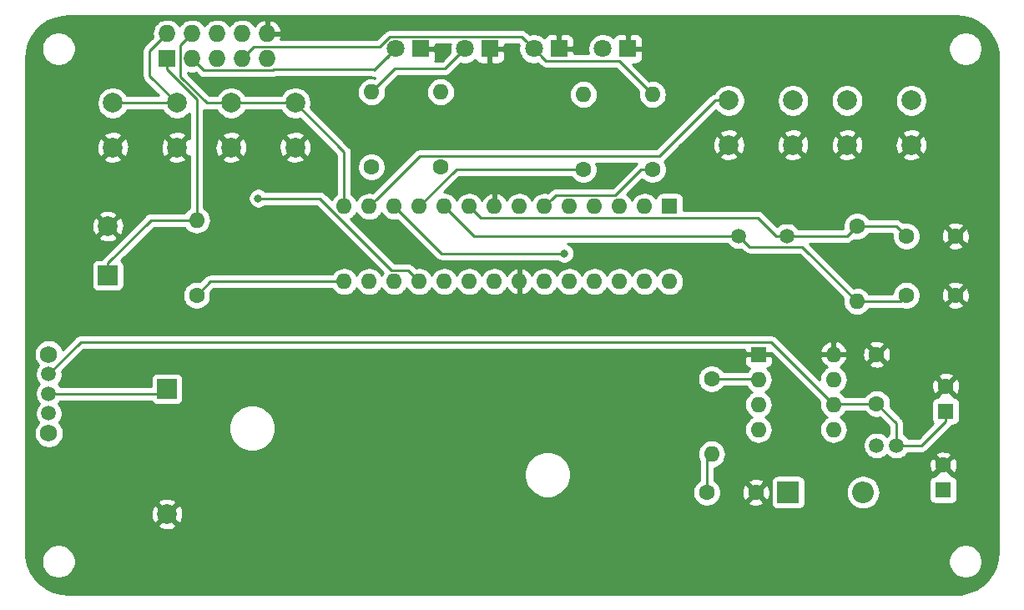
<source format=gtl>
G04 #@! TF.GenerationSoftware,KiCad,Pcbnew,(5.1.2)-1*
G04 #@! TF.CreationDate,2019-05-18T22:17:39-04:00*
G04 #@! TF.ProjectId,Simon Says Game,53696d6f-6e20-4536-9179-732047616d65,rev?*
G04 #@! TF.SameCoordinates,Original*
G04 #@! TF.FileFunction,Copper,L1,Top*
G04 #@! TF.FilePolarity,Positive*
%FSLAX46Y46*%
G04 Gerber Fmt 4.6, Leading zero omitted, Abs format (unit mm)*
G04 Created by KiCad (PCBNEW (5.1.2)-1) date 2019-05-18 22:17:39*
%MOMM*%
%LPD*%
G04 APERTURE LIST*
%ADD10R,1.727200X1.727200*%
%ADD11O,1.727200X1.727200*%
%ADD12C,2.000000*%
%ADD13R,2.000000X2.000000*%
%ADD14C,1.500000*%
%ADD15C,1.750000*%
%ADD16O,1.600000X1.600000*%
%ADD17R,1.600000X1.600000*%
%ADD18C,1.600000*%
%ADD19O,2.200000X2.200000*%
%ADD20R,2.200000X2.200000*%
%ADD21C,1.800000*%
%ADD22R,1.800000X1.800000*%
%ADD23C,0.800000*%
%ADD24C,0.250000*%
%ADD25C,0.254000*%
G04 APERTURE END LIST*
D10*
X95000000Y-55000000D03*
D11*
X95000000Y-52460000D03*
X97540000Y-55000000D03*
X97540000Y-52460000D03*
X100080000Y-55000000D03*
X100080000Y-52460000D03*
X102620000Y-55000000D03*
X102620000Y-52460000D03*
X105160000Y-55000000D03*
X105160000Y-52460000D03*
D12*
X95000000Y-101200000D03*
D13*
X95000000Y-88500000D03*
D14*
X167000000Y-94250000D03*
X169000000Y-94250000D03*
D15*
X83000000Y-85000000D03*
X83000000Y-93000000D03*
D14*
X83000000Y-91000000D03*
X83000000Y-87000000D03*
X83000000Y-89000000D03*
X157880000Y-73000000D03*
X153000000Y-73000000D03*
D16*
X162620000Y-85000000D03*
X155000000Y-92620000D03*
X162620000Y-87540000D03*
X155000000Y-90080000D03*
X162620000Y-90080000D03*
X155000000Y-87540000D03*
X162620000Y-92620000D03*
D17*
X155000000Y-85000000D03*
D16*
X146000000Y-77620000D03*
X112980000Y-70000000D03*
X143460000Y-77620000D03*
X115520000Y-70000000D03*
X140920000Y-77620000D03*
X118060000Y-70000000D03*
X138380000Y-77620000D03*
X120600000Y-70000000D03*
X135840000Y-77620000D03*
X123140000Y-70000000D03*
X133300000Y-77620000D03*
X125680000Y-70000000D03*
X130760000Y-77620000D03*
X128220000Y-70000000D03*
X128220000Y-77620000D03*
X130760000Y-70000000D03*
X125680000Y-77620000D03*
X133300000Y-70000000D03*
X123140000Y-77620000D03*
X135840000Y-70000000D03*
X120600000Y-77620000D03*
X138380000Y-70000000D03*
X118060000Y-77620000D03*
X140920000Y-70000000D03*
X115520000Y-77620000D03*
X143460000Y-70000000D03*
X112980000Y-77620000D03*
D17*
X146000000Y-70000000D03*
D12*
X170500000Y-59250000D03*
X170500000Y-63750000D03*
X164000000Y-59250000D03*
X164000000Y-63750000D03*
X158500000Y-59250000D03*
X158500000Y-63750000D03*
X152000000Y-59250000D03*
X152000000Y-63750000D03*
X101500000Y-64000000D03*
X101500000Y-59500000D03*
X108000000Y-64000000D03*
X108000000Y-59500000D03*
X89500000Y-64000000D03*
X89500000Y-59500000D03*
X96000000Y-64000000D03*
X96000000Y-59500000D03*
D16*
X150250000Y-95120000D03*
D18*
X150250000Y-87500000D03*
X137250000Y-66250000D03*
D16*
X137250000Y-58630000D03*
X144250000Y-58630000D03*
D18*
X144250000Y-66250000D03*
X115750000Y-66000000D03*
D16*
X115750000Y-58380000D03*
X98000000Y-71380000D03*
D18*
X98000000Y-79000000D03*
X122750000Y-66000000D03*
D16*
X122750000Y-58380000D03*
X165000000Y-79620000D03*
D18*
X165000000Y-72000000D03*
D19*
X165620000Y-99000000D03*
D20*
X158000000Y-99000000D03*
D21*
X139210000Y-54000000D03*
D22*
X141750000Y-54000000D03*
D21*
X132210000Y-54000000D03*
D22*
X134750000Y-54000000D03*
D21*
X125210000Y-54000000D03*
D22*
X127750000Y-54000000D03*
D21*
X118210000Y-54000000D03*
D22*
X120750000Y-54000000D03*
D18*
X154750000Y-99000000D03*
X149750000Y-99000000D03*
X167000000Y-85000000D03*
X167000000Y-90000000D03*
X173750000Y-96250000D03*
D17*
X173750000Y-98750000D03*
D18*
X174000000Y-88250000D03*
D17*
X174000000Y-90750000D03*
D18*
X175000000Y-79000000D03*
X170000000Y-79000000D03*
X175000000Y-73000000D03*
X170000000Y-73000000D03*
D12*
X89000000Y-72000000D03*
D13*
X89000000Y-77000000D03*
D23*
X135295002Y-74750000D03*
X104250000Y-69164213D03*
D24*
X94500000Y-89000000D02*
X95000000Y-88500000D01*
X83000000Y-89000000D02*
X94500000Y-89000000D01*
X89000000Y-75750000D02*
X89000000Y-77000000D01*
X93370000Y-71380000D02*
X89000000Y-75750000D01*
X98000000Y-71380000D02*
X93370000Y-71380000D01*
X98000000Y-59113600D02*
X98000000Y-71380000D01*
X95000000Y-56113600D02*
X98000000Y-59113600D01*
X95000000Y-55000000D02*
X95000000Y-56113600D01*
X126479999Y-70799999D02*
X125680000Y-70000000D01*
X126805001Y-71125001D02*
X126479999Y-70799999D01*
X154944341Y-71125001D02*
X126805001Y-71125001D01*
X156819340Y-73000000D02*
X154944341Y-71125001D01*
X157880000Y-73000000D02*
X156819340Y-73000000D01*
X164000000Y-73000000D02*
X165000000Y-72000000D01*
X157880000Y-73000000D02*
X164000000Y-73000000D01*
X169000000Y-72000000D02*
X170000000Y-73000000D01*
X165000000Y-72000000D02*
X169000000Y-72000000D01*
X126140000Y-73000000D02*
X123140000Y-70000000D01*
X153000000Y-73000000D02*
X126140000Y-73000000D01*
X169380000Y-79620000D02*
X170000000Y-79000000D01*
X165000000Y-79620000D02*
X169380000Y-79620000D01*
X154075001Y-74075001D02*
X153000000Y-73000000D01*
X159455001Y-74075001D02*
X154075001Y-74075001D01*
X165000000Y-79620000D02*
X159455001Y-74075001D01*
X161820001Y-89280001D02*
X162620000Y-90080000D01*
X156290000Y-83750000D02*
X161820001Y-89280001D01*
X86250000Y-83750000D02*
X156290000Y-83750000D01*
X83000000Y-87000000D02*
X86250000Y-83750000D01*
X162700000Y-90000000D02*
X162620000Y-90080000D01*
X167000000Y-90000000D02*
X162700000Y-90000000D01*
X169000000Y-92000000D02*
X167000000Y-90000000D01*
X169000000Y-94250000D02*
X169000000Y-92000000D01*
X174000000Y-91800000D02*
X174000000Y-90750000D01*
X171550000Y-94250000D02*
X174000000Y-91800000D01*
X169000000Y-94250000D02*
X171550000Y-94250000D01*
X149750000Y-95620000D02*
X150250000Y-95120000D01*
X149750000Y-99000000D02*
X149750000Y-95620000D01*
X117310001Y-54899999D02*
X118210000Y-54000000D01*
X118210000Y-54000000D02*
X116105000Y-56105000D01*
X116021399Y-56188601D02*
X116105000Y-56105000D01*
X116105000Y-56105000D02*
X116230000Y-55980000D01*
X98403599Y-55863599D02*
X97540000Y-55000000D01*
X98728601Y-56188601D02*
X98403599Y-55863599D01*
X105730529Y-56188601D02*
X98728601Y-56188601D01*
X105814130Y-56105000D02*
X105730529Y-56188601D01*
X116105000Y-56105000D02*
X105814130Y-56105000D01*
X125210000Y-54000000D02*
X123210000Y-56000000D01*
X118130000Y-56000000D02*
X115750000Y-58380000D01*
X123210000Y-56000000D02*
X118130000Y-56000000D01*
X133109999Y-54899999D02*
X132210000Y-54000000D01*
X133435001Y-55225001D02*
X133109999Y-54899999D01*
X140845001Y-55225001D02*
X133435001Y-55225001D01*
X144250000Y-58630000D02*
X140845001Y-55225001D01*
X131310001Y-53100001D02*
X132210000Y-54000000D01*
X130984999Y-52774999D02*
X131310001Y-53100001D01*
X117621999Y-52774999D02*
X130984999Y-52774999D01*
X116585599Y-53811399D02*
X117621999Y-52774999D01*
X103808601Y-53811399D02*
X116585599Y-53811399D01*
X102620000Y-55000000D02*
X103808601Y-53811399D01*
X99380000Y-77620000D02*
X98000000Y-79000000D01*
X112980000Y-77620000D02*
X99380000Y-77620000D01*
X134099999Y-69200001D02*
X133300000Y-70000000D01*
X134425001Y-68874999D02*
X134099999Y-69200001D01*
X140493631Y-68874999D02*
X134425001Y-68874999D01*
X143118630Y-66250000D02*
X140493631Y-68874999D01*
X144250000Y-66250000D02*
X143118630Y-66250000D01*
X124350000Y-66250000D02*
X120600000Y-70000000D01*
X137250000Y-66250000D02*
X124350000Y-66250000D01*
X154960000Y-87500000D02*
X155000000Y-87540000D01*
X150250000Y-87500000D02*
X154960000Y-87500000D01*
X122810000Y-74750000D02*
X118060000Y-70000000D01*
X135295002Y-74750000D02*
X122810000Y-74750000D01*
X116319999Y-69200001D02*
X115520000Y-70000000D01*
X120645001Y-64874999D02*
X116319999Y-69200001D01*
X144960788Y-64874999D02*
X120645001Y-64874999D01*
X150585787Y-59250000D02*
X144960788Y-64874999D01*
X152000000Y-59250000D02*
X150585787Y-59250000D01*
X96676401Y-53323599D02*
X97540000Y-52460000D01*
X96351399Y-53648601D02*
X96676401Y-53323599D01*
X96351399Y-56828589D02*
X96351399Y-53648601D01*
X99022810Y-59500000D02*
X96351399Y-56828589D01*
X101500000Y-59500000D02*
X99022810Y-59500000D01*
X108000000Y-59500000D02*
X101500000Y-59500000D01*
X112980000Y-64480000D02*
X112980000Y-70000000D01*
X108000000Y-59500000D02*
X112980000Y-64480000D01*
X89500000Y-59500000D02*
X96000000Y-59500000D01*
X96000000Y-59500000D02*
X93250000Y-56750000D01*
X93250000Y-54210000D02*
X95000000Y-52460000D01*
X93250000Y-56750000D02*
X93250000Y-54210000D01*
X119800001Y-76820001D02*
X120600000Y-77620000D01*
X119474999Y-76494999D02*
X119800001Y-76820001D01*
X117809997Y-76494999D02*
X119474999Y-76494999D01*
X110479211Y-69164213D02*
X117809997Y-76494999D01*
X104250000Y-69164213D02*
X110479211Y-69164213D01*
D25*
G36*
X175768083Y-50731173D02*
G01*
X176511891Y-50934656D01*
X177207905Y-51266638D01*
X177834130Y-51716626D01*
X178370777Y-52270403D01*
X178800871Y-52910451D01*
X179110829Y-53616553D01*
X179292065Y-54371457D01*
X179340000Y-55024207D01*
X179340001Y-94967572D01*
X179340000Y-94967582D01*
X179340001Y-104970597D01*
X179268827Y-105768083D01*
X179065344Y-106511890D01*
X178733363Y-107207904D01*
X178283374Y-107834130D01*
X177729597Y-108370777D01*
X177089549Y-108800871D01*
X176383447Y-109110829D01*
X175628543Y-109292065D01*
X174975793Y-109340000D01*
X85029392Y-109340000D01*
X84231917Y-109268827D01*
X83488110Y-109065344D01*
X82792096Y-108733363D01*
X82165870Y-108283374D01*
X81629223Y-107729597D01*
X81199129Y-107089549D01*
X80889171Y-106383447D01*
X80756089Y-105829117D01*
X82265000Y-105829117D01*
X82265000Y-106170883D01*
X82331675Y-106506081D01*
X82462463Y-106821831D01*
X82652337Y-107105998D01*
X82894002Y-107347663D01*
X83178169Y-107537537D01*
X83493919Y-107668325D01*
X83829117Y-107735000D01*
X84170883Y-107735000D01*
X84506081Y-107668325D01*
X84821831Y-107537537D01*
X85105998Y-107347663D01*
X85347663Y-107105998D01*
X85537537Y-106821831D01*
X85668325Y-106506081D01*
X85735000Y-106170883D01*
X85735000Y-105829117D01*
X174265000Y-105829117D01*
X174265000Y-106170883D01*
X174331675Y-106506081D01*
X174462463Y-106821831D01*
X174652337Y-107105998D01*
X174894002Y-107347663D01*
X175178169Y-107537537D01*
X175493919Y-107668325D01*
X175829117Y-107735000D01*
X176170883Y-107735000D01*
X176506081Y-107668325D01*
X176821831Y-107537537D01*
X177105998Y-107347663D01*
X177347663Y-107105998D01*
X177537537Y-106821831D01*
X177668325Y-106506081D01*
X177735000Y-106170883D01*
X177735000Y-105829117D01*
X177668325Y-105493919D01*
X177537537Y-105178169D01*
X177347663Y-104894002D01*
X177105998Y-104652337D01*
X176821831Y-104462463D01*
X176506081Y-104331675D01*
X176170883Y-104265000D01*
X175829117Y-104265000D01*
X175493919Y-104331675D01*
X175178169Y-104462463D01*
X174894002Y-104652337D01*
X174652337Y-104894002D01*
X174462463Y-105178169D01*
X174331675Y-105493919D01*
X174265000Y-105829117D01*
X85735000Y-105829117D01*
X85668325Y-105493919D01*
X85537537Y-105178169D01*
X85347663Y-104894002D01*
X85105998Y-104652337D01*
X84821831Y-104462463D01*
X84506081Y-104331675D01*
X84170883Y-104265000D01*
X83829117Y-104265000D01*
X83493919Y-104331675D01*
X83178169Y-104462463D01*
X82894002Y-104652337D01*
X82652337Y-104894002D01*
X82462463Y-105178169D01*
X82331675Y-105493919D01*
X82265000Y-105829117D01*
X80756089Y-105829117D01*
X80707935Y-105628543D01*
X80660000Y-104975793D01*
X80660000Y-102335413D01*
X94044192Y-102335413D01*
X94139956Y-102599814D01*
X94429571Y-102740704D01*
X94741108Y-102822384D01*
X95062595Y-102841718D01*
X95381675Y-102797961D01*
X95686088Y-102692795D01*
X95860044Y-102599814D01*
X95955808Y-102335413D01*
X95000000Y-101379605D01*
X94044192Y-102335413D01*
X80660000Y-102335413D01*
X80660000Y-101262595D01*
X93358282Y-101262595D01*
X93402039Y-101581675D01*
X93507205Y-101886088D01*
X93600186Y-102060044D01*
X93864587Y-102155808D01*
X94820395Y-101200000D01*
X95179605Y-101200000D01*
X96135413Y-102155808D01*
X96399814Y-102060044D01*
X96540704Y-101770429D01*
X96622384Y-101458892D01*
X96641718Y-101137405D01*
X96597961Y-100818325D01*
X96492795Y-100513912D01*
X96399814Y-100339956D01*
X96135413Y-100244192D01*
X95179605Y-101200000D01*
X94820395Y-101200000D01*
X93864587Y-100244192D01*
X93600186Y-100339956D01*
X93459296Y-100629571D01*
X93377616Y-100941108D01*
X93358282Y-101262595D01*
X80660000Y-101262595D01*
X80660000Y-100064587D01*
X94044192Y-100064587D01*
X95000000Y-101020395D01*
X95955808Y-100064587D01*
X95860044Y-99800186D01*
X95570429Y-99659296D01*
X95258892Y-99577616D01*
X94937405Y-99558282D01*
X94618325Y-99602039D01*
X94313912Y-99707205D01*
X94139956Y-99800186D01*
X94044192Y-100064587D01*
X80660000Y-100064587D01*
X80660000Y-96967560D01*
X131250000Y-96967560D01*
X131250000Y-97432440D01*
X131340694Y-97888387D01*
X131518595Y-98317879D01*
X131776868Y-98704412D01*
X132105588Y-99033132D01*
X132492121Y-99291405D01*
X132921613Y-99469306D01*
X133377560Y-99560000D01*
X133842440Y-99560000D01*
X134298387Y-99469306D01*
X134727879Y-99291405D01*
X135114412Y-99033132D01*
X135288879Y-98858665D01*
X148315000Y-98858665D01*
X148315000Y-99141335D01*
X148370147Y-99418574D01*
X148478320Y-99679727D01*
X148635363Y-99914759D01*
X148835241Y-100114637D01*
X149070273Y-100271680D01*
X149331426Y-100379853D01*
X149608665Y-100435000D01*
X149891335Y-100435000D01*
X150168574Y-100379853D01*
X150429727Y-100271680D01*
X150664759Y-100114637D01*
X150786694Y-99992702D01*
X153936903Y-99992702D01*
X154008486Y-100236671D01*
X154263996Y-100357571D01*
X154538184Y-100426300D01*
X154820512Y-100440217D01*
X155100130Y-100398787D01*
X155366292Y-100303603D01*
X155491514Y-100236671D01*
X155563097Y-99992702D01*
X154750000Y-99179605D01*
X153936903Y-99992702D01*
X150786694Y-99992702D01*
X150864637Y-99914759D01*
X151021680Y-99679727D01*
X151129853Y-99418574D01*
X151185000Y-99141335D01*
X151185000Y-99070512D01*
X153309783Y-99070512D01*
X153351213Y-99350130D01*
X153446397Y-99616292D01*
X153513329Y-99741514D01*
X153757298Y-99813097D01*
X154570395Y-99000000D01*
X154929605Y-99000000D01*
X155742702Y-99813097D01*
X155986671Y-99741514D01*
X156107571Y-99486004D01*
X156176300Y-99211816D01*
X156190217Y-98929488D01*
X156148787Y-98649870D01*
X156053603Y-98383708D01*
X155986671Y-98258486D01*
X155742702Y-98186903D01*
X154929605Y-99000000D01*
X154570395Y-99000000D01*
X153757298Y-98186903D01*
X153513329Y-98258486D01*
X153392429Y-98513996D01*
X153323700Y-98788184D01*
X153309783Y-99070512D01*
X151185000Y-99070512D01*
X151185000Y-98858665D01*
X151129853Y-98581426D01*
X151021680Y-98320273D01*
X150864637Y-98085241D01*
X150786694Y-98007298D01*
X153936903Y-98007298D01*
X154750000Y-98820395D01*
X155563097Y-98007298D01*
X155531615Y-97900000D01*
X156261928Y-97900000D01*
X156261928Y-100100000D01*
X156274188Y-100224482D01*
X156310498Y-100344180D01*
X156369463Y-100454494D01*
X156448815Y-100551185D01*
X156545506Y-100630537D01*
X156655820Y-100689502D01*
X156775518Y-100725812D01*
X156900000Y-100738072D01*
X159100000Y-100738072D01*
X159224482Y-100725812D01*
X159344180Y-100689502D01*
X159454494Y-100630537D01*
X159551185Y-100551185D01*
X159630537Y-100454494D01*
X159689502Y-100344180D01*
X159725812Y-100224482D01*
X159738072Y-100100000D01*
X159738072Y-99000000D01*
X163876606Y-99000000D01*
X163910105Y-99340119D01*
X164009314Y-99667168D01*
X164170421Y-99968578D01*
X164387234Y-100232766D01*
X164651422Y-100449579D01*
X164952832Y-100610686D01*
X165279881Y-100709895D01*
X165534775Y-100735000D01*
X165705225Y-100735000D01*
X165960119Y-100709895D01*
X166287168Y-100610686D01*
X166588578Y-100449579D01*
X166852766Y-100232766D01*
X167069579Y-99968578D01*
X167230686Y-99667168D01*
X167329895Y-99340119D01*
X167363394Y-99000000D01*
X167329895Y-98659881D01*
X167230686Y-98332832D01*
X167069579Y-98031422D01*
X167002758Y-97950000D01*
X172311928Y-97950000D01*
X172311928Y-99550000D01*
X172324188Y-99674482D01*
X172360498Y-99794180D01*
X172419463Y-99904494D01*
X172498815Y-100001185D01*
X172595506Y-100080537D01*
X172705820Y-100139502D01*
X172825518Y-100175812D01*
X172950000Y-100188072D01*
X174550000Y-100188072D01*
X174674482Y-100175812D01*
X174794180Y-100139502D01*
X174904494Y-100080537D01*
X175001185Y-100001185D01*
X175080537Y-99904494D01*
X175139502Y-99794180D01*
X175175812Y-99674482D01*
X175188072Y-99550000D01*
X175188072Y-97950000D01*
X175175812Y-97825518D01*
X175139502Y-97705820D01*
X175080537Y-97595506D01*
X175001185Y-97498815D01*
X174904494Y-97419463D01*
X174794180Y-97360498D01*
X174674482Y-97324188D01*
X174550000Y-97311928D01*
X174542785Y-97311928D01*
X174563097Y-97242702D01*
X173750000Y-96429605D01*
X172936903Y-97242702D01*
X172957215Y-97311928D01*
X172950000Y-97311928D01*
X172825518Y-97324188D01*
X172705820Y-97360498D01*
X172595506Y-97419463D01*
X172498815Y-97498815D01*
X172419463Y-97595506D01*
X172360498Y-97705820D01*
X172324188Y-97825518D01*
X172311928Y-97950000D01*
X167002758Y-97950000D01*
X166852766Y-97767234D01*
X166588578Y-97550421D01*
X166287168Y-97389314D01*
X165960119Y-97290105D01*
X165705225Y-97265000D01*
X165534775Y-97265000D01*
X165279881Y-97290105D01*
X164952832Y-97389314D01*
X164651422Y-97550421D01*
X164387234Y-97767234D01*
X164170421Y-98031422D01*
X164009314Y-98332832D01*
X163910105Y-98659881D01*
X163876606Y-99000000D01*
X159738072Y-99000000D01*
X159738072Y-97900000D01*
X159725812Y-97775518D01*
X159689502Y-97655820D01*
X159630537Y-97545506D01*
X159551185Y-97448815D01*
X159454494Y-97369463D01*
X159344180Y-97310498D01*
X159224482Y-97274188D01*
X159100000Y-97261928D01*
X156900000Y-97261928D01*
X156775518Y-97274188D01*
X156655820Y-97310498D01*
X156545506Y-97369463D01*
X156448815Y-97448815D01*
X156369463Y-97545506D01*
X156310498Y-97655820D01*
X156274188Y-97775518D01*
X156261928Y-97900000D01*
X155531615Y-97900000D01*
X155491514Y-97763329D01*
X155236004Y-97642429D01*
X154961816Y-97573700D01*
X154679488Y-97559783D01*
X154399870Y-97601213D01*
X154133708Y-97696397D01*
X154008486Y-97763329D01*
X153936903Y-98007298D01*
X150786694Y-98007298D01*
X150664759Y-97885363D01*
X150510000Y-97781957D01*
X150510000Y-96536335D01*
X150531309Y-96534236D01*
X150801808Y-96452182D01*
X151048145Y-96320512D01*
X172309783Y-96320512D01*
X172351213Y-96600130D01*
X172446397Y-96866292D01*
X172513329Y-96991514D01*
X172757298Y-97063097D01*
X173570395Y-96250000D01*
X173929605Y-96250000D01*
X174742702Y-97063097D01*
X174986671Y-96991514D01*
X175107571Y-96736004D01*
X175176300Y-96461816D01*
X175190217Y-96179488D01*
X175148787Y-95899870D01*
X175053603Y-95633708D01*
X174986671Y-95508486D01*
X174742702Y-95436903D01*
X173929605Y-96250000D01*
X173570395Y-96250000D01*
X172757298Y-95436903D01*
X172513329Y-95508486D01*
X172392429Y-95763996D01*
X172323700Y-96038184D01*
X172309783Y-96320512D01*
X151048145Y-96320512D01*
X151051101Y-96318932D01*
X151269608Y-96139608D01*
X151448932Y-95921101D01*
X151582182Y-95671808D01*
X151664236Y-95401309D01*
X151691943Y-95120000D01*
X151664236Y-94838691D01*
X151582182Y-94568192D01*
X151448932Y-94318899D01*
X151269608Y-94100392D01*
X151051101Y-93921068D01*
X150801808Y-93787818D01*
X150531309Y-93705764D01*
X150320492Y-93685000D01*
X150179508Y-93685000D01*
X149968691Y-93705764D01*
X149698192Y-93787818D01*
X149448899Y-93921068D01*
X149230392Y-94100392D01*
X149051068Y-94318899D01*
X148917818Y-94568192D01*
X148835764Y-94838691D01*
X148808057Y-95120000D01*
X148835764Y-95401309D01*
X148917818Y-95671808D01*
X148990001Y-95806853D01*
X148990000Y-97781956D01*
X148835241Y-97885363D01*
X148635363Y-98085241D01*
X148478320Y-98320273D01*
X148370147Y-98581426D01*
X148315000Y-98858665D01*
X135288879Y-98858665D01*
X135443132Y-98704412D01*
X135701405Y-98317879D01*
X135879306Y-97888387D01*
X135970000Y-97432440D01*
X135970000Y-96967560D01*
X135879306Y-96511613D01*
X135701405Y-96082121D01*
X135443132Y-95695588D01*
X135114412Y-95366868D01*
X134727879Y-95108595D01*
X134298387Y-94930694D01*
X133842440Y-94840000D01*
X133377560Y-94840000D01*
X132921613Y-94930694D01*
X132492121Y-95108595D01*
X132105588Y-95366868D01*
X131776868Y-95695588D01*
X131518595Y-96082121D01*
X131340694Y-96511613D01*
X131250000Y-96967560D01*
X80660000Y-96967560D01*
X80660000Y-84851278D01*
X81490000Y-84851278D01*
X81490000Y-85148722D01*
X81548029Y-85440451D01*
X81661856Y-85715253D01*
X81827107Y-85962569D01*
X81952927Y-86088389D01*
X81924201Y-86117114D01*
X81772629Y-86343957D01*
X81668225Y-86596011D01*
X81615000Y-86863589D01*
X81615000Y-87136411D01*
X81668225Y-87403989D01*
X81772629Y-87656043D01*
X81924201Y-87882886D01*
X82041315Y-88000000D01*
X81924201Y-88117114D01*
X81772629Y-88343957D01*
X81668225Y-88596011D01*
X81615000Y-88863589D01*
X81615000Y-89136411D01*
X81668225Y-89403989D01*
X81772629Y-89656043D01*
X81924201Y-89882886D01*
X82041315Y-90000000D01*
X81924201Y-90117114D01*
X81772629Y-90343957D01*
X81668225Y-90596011D01*
X81615000Y-90863589D01*
X81615000Y-91136411D01*
X81668225Y-91403989D01*
X81772629Y-91656043D01*
X81924201Y-91882886D01*
X81952927Y-91911612D01*
X81827107Y-92037431D01*
X81661856Y-92284747D01*
X81548029Y-92559549D01*
X81490000Y-92851278D01*
X81490000Y-93148722D01*
X81548029Y-93440451D01*
X81661856Y-93715253D01*
X81827107Y-93962569D01*
X82037431Y-94172893D01*
X82284747Y-94338144D01*
X82559549Y-94451971D01*
X82851278Y-94510000D01*
X83148722Y-94510000D01*
X83440451Y-94451971D01*
X83715253Y-94338144D01*
X83962569Y-94172893D01*
X84172893Y-93962569D01*
X84338144Y-93715253D01*
X84451971Y-93440451D01*
X84510000Y-93148722D01*
X84510000Y-92851278D01*
X84451971Y-92559549D01*
X84338144Y-92284747D01*
X84326661Y-92267560D01*
X101280000Y-92267560D01*
X101280000Y-92732440D01*
X101370694Y-93188387D01*
X101548595Y-93617879D01*
X101806868Y-94004412D01*
X102135588Y-94333132D01*
X102522121Y-94591405D01*
X102951613Y-94769306D01*
X103407560Y-94860000D01*
X103872440Y-94860000D01*
X104328387Y-94769306D01*
X104757879Y-94591405D01*
X105144412Y-94333132D01*
X105473132Y-94004412D01*
X105731405Y-93617879D01*
X105909306Y-93188387D01*
X106000000Y-92732440D01*
X106000000Y-92267560D01*
X105909306Y-91811613D01*
X105731405Y-91382121D01*
X105473132Y-90995588D01*
X105144412Y-90666868D01*
X104757879Y-90408595D01*
X104328387Y-90230694D01*
X103872440Y-90140000D01*
X103407560Y-90140000D01*
X102951613Y-90230694D01*
X102522121Y-90408595D01*
X102135588Y-90666868D01*
X101806868Y-90995588D01*
X101548595Y-91382121D01*
X101370694Y-91811613D01*
X101280000Y-92267560D01*
X84326661Y-92267560D01*
X84172893Y-92037431D01*
X84047074Y-91911612D01*
X84075799Y-91882886D01*
X84227371Y-91656043D01*
X84331775Y-91403989D01*
X84385000Y-91136411D01*
X84385000Y-90863589D01*
X84331775Y-90596011D01*
X84227371Y-90343957D01*
X84075799Y-90117114D01*
X83958685Y-90000000D01*
X84075799Y-89882886D01*
X84157909Y-89760000D01*
X93418954Y-89760000D01*
X93469463Y-89854494D01*
X93548815Y-89951185D01*
X93645506Y-90030537D01*
X93755820Y-90089502D01*
X93875518Y-90125812D01*
X94000000Y-90138072D01*
X96000000Y-90138072D01*
X96124482Y-90125812D01*
X96244180Y-90089502D01*
X96354494Y-90030537D01*
X96451185Y-89951185D01*
X96530537Y-89854494D01*
X96589502Y-89744180D01*
X96625812Y-89624482D01*
X96638072Y-89500000D01*
X96638072Y-87500000D01*
X96625812Y-87375518D01*
X96620700Y-87358665D01*
X148815000Y-87358665D01*
X148815000Y-87641335D01*
X148870147Y-87918574D01*
X148978320Y-88179727D01*
X149135363Y-88414759D01*
X149335241Y-88614637D01*
X149570273Y-88771680D01*
X149831426Y-88879853D01*
X150108665Y-88935000D01*
X150391335Y-88935000D01*
X150668574Y-88879853D01*
X150929727Y-88771680D01*
X151164759Y-88614637D01*
X151364637Y-88414759D01*
X151468043Y-88260000D01*
X153757719Y-88260000D01*
X153801068Y-88341101D01*
X153980392Y-88559608D01*
X154198899Y-88738932D01*
X154331858Y-88810000D01*
X154198899Y-88881068D01*
X153980392Y-89060392D01*
X153801068Y-89278899D01*
X153667818Y-89528192D01*
X153585764Y-89798691D01*
X153558057Y-90080000D01*
X153585764Y-90361309D01*
X153667818Y-90631808D01*
X153801068Y-90881101D01*
X153980392Y-91099608D01*
X154198899Y-91278932D01*
X154331858Y-91350000D01*
X154198899Y-91421068D01*
X153980392Y-91600392D01*
X153801068Y-91818899D01*
X153667818Y-92068192D01*
X153585764Y-92338691D01*
X153558057Y-92620000D01*
X153585764Y-92901309D01*
X153667818Y-93171808D01*
X153801068Y-93421101D01*
X153980392Y-93639608D01*
X154198899Y-93818932D01*
X154448192Y-93952182D01*
X154718691Y-94034236D01*
X154929508Y-94055000D01*
X155070492Y-94055000D01*
X155281309Y-94034236D01*
X155551808Y-93952182D01*
X155801101Y-93818932D01*
X156019608Y-93639608D01*
X156198932Y-93421101D01*
X156332182Y-93171808D01*
X156414236Y-92901309D01*
X156441943Y-92620000D01*
X156414236Y-92338691D01*
X156332182Y-92068192D01*
X156198932Y-91818899D01*
X156019608Y-91600392D01*
X155801101Y-91421068D01*
X155668142Y-91350000D01*
X155801101Y-91278932D01*
X156019608Y-91099608D01*
X156198932Y-90881101D01*
X156332182Y-90631808D01*
X156414236Y-90361309D01*
X156441943Y-90080000D01*
X156414236Y-89798691D01*
X156332182Y-89528192D01*
X156198932Y-89278899D01*
X156019608Y-89060392D01*
X155801101Y-88881068D01*
X155668142Y-88810000D01*
X155801101Y-88738932D01*
X156019608Y-88559608D01*
X156198932Y-88341101D01*
X156332182Y-88091808D01*
X156414236Y-87821309D01*
X156441943Y-87540000D01*
X156414236Y-87258691D01*
X156332182Y-86988192D01*
X156198932Y-86738899D01*
X156019608Y-86520392D01*
X155906518Y-86427581D01*
X155924482Y-86425812D01*
X156044180Y-86389502D01*
X156154494Y-86330537D01*
X156251185Y-86251185D01*
X156330537Y-86154494D01*
X156389502Y-86044180D01*
X156425812Y-85924482D01*
X156438072Y-85800000D01*
X156435000Y-85285750D01*
X156276250Y-85127000D01*
X155127000Y-85127000D01*
X155127000Y-85147000D01*
X154873000Y-85147000D01*
X154873000Y-85127000D01*
X153723750Y-85127000D01*
X153565000Y-85285750D01*
X153561928Y-85800000D01*
X153574188Y-85924482D01*
X153610498Y-86044180D01*
X153669463Y-86154494D01*
X153748815Y-86251185D01*
X153845506Y-86330537D01*
X153955820Y-86389502D01*
X154075518Y-86425812D01*
X154093482Y-86427581D01*
X153980392Y-86520392D01*
X153801068Y-86738899D01*
X153800480Y-86740000D01*
X151468043Y-86740000D01*
X151364637Y-86585241D01*
X151164759Y-86385363D01*
X150929727Y-86228320D01*
X150668574Y-86120147D01*
X150391335Y-86065000D01*
X150108665Y-86065000D01*
X149831426Y-86120147D01*
X149570273Y-86228320D01*
X149335241Y-86385363D01*
X149135363Y-86585241D01*
X148978320Y-86820273D01*
X148870147Y-87081426D01*
X148815000Y-87358665D01*
X96620700Y-87358665D01*
X96589502Y-87255820D01*
X96530537Y-87145506D01*
X96451185Y-87048815D01*
X96354494Y-86969463D01*
X96244180Y-86910498D01*
X96124482Y-86874188D01*
X96000000Y-86861928D01*
X94000000Y-86861928D01*
X93875518Y-86874188D01*
X93755820Y-86910498D01*
X93645506Y-86969463D01*
X93548815Y-87048815D01*
X93469463Y-87145506D01*
X93410498Y-87255820D01*
X93374188Y-87375518D01*
X93361928Y-87500000D01*
X93361928Y-88240000D01*
X84157909Y-88240000D01*
X84075799Y-88117114D01*
X83958685Y-88000000D01*
X84075799Y-87882886D01*
X84227371Y-87656043D01*
X84331775Y-87403989D01*
X84385000Y-87136411D01*
X84385000Y-86863589D01*
X84356167Y-86718635D01*
X86564802Y-84510000D01*
X153563780Y-84510000D01*
X153565000Y-84714250D01*
X153723750Y-84873000D01*
X154873000Y-84873000D01*
X154873000Y-84853000D01*
X155127000Y-84853000D01*
X155127000Y-84873000D01*
X156276250Y-84873000D01*
X156307224Y-84842026D01*
X161219292Y-89754095D01*
X161205764Y-89798691D01*
X161178057Y-90080000D01*
X161205764Y-90361309D01*
X161287818Y-90631808D01*
X161421068Y-90881101D01*
X161600392Y-91099608D01*
X161818899Y-91278932D01*
X161951858Y-91350000D01*
X161818899Y-91421068D01*
X161600392Y-91600392D01*
X161421068Y-91818899D01*
X161287818Y-92068192D01*
X161205764Y-92338691D01*
X161178057Y-92620000D01*
X161205764Y-92901309D01*
X161287818Y-93171808D01*
X161421068Y-93421101D01*
X161600392Y-93639608D01*
X161818899Y-93818932D01*
X162068192Y-93952182D01*
X162338691Y-94034236D01*
X162549508Y-94055000D01*
X162690492Y-94055000D01*
X162901309Y-94034236D01*
X163171808Y-93952182D01*
X163421101Y-93818932D01*
X163639608Y-93639608D01*
X163818932Y-93421101D01*
X163952182Y-93171808D01*
X164034236Y-92901309D01*
X164061943Y-92620000D01*
X164034236Y-92338691D01*
X163952182Y-92068192D01*
X163818932Y-91818899D01*
X163639608Y-91600392D01*
X163421101Y-91421068D01*
X163288142Y-91350000D01*
X163421101Y-91278932D01*
X163639608Y-91099608D01*
X163818932Y-90881101D01*
X163883662Y-90760000D01*
X165781957Y-90760000D01*
X165885363Y-90914759D01*
X166085241Y-91114637D01*
X166320273Y-91271680D01*
X166581426Y-91379853D01*
X166858665Y-91435000D01*
X167141335Y-91435000D01*
X167323886Y-91398688D01*
X168240001Y-92314803D01*
X168240001Y-93092091D01*
X168117114Y-93174201D01*
X168000000Y-93291315D01*
X167882886Y-93174201D01*
X167656043Y-93022629D01*
X167403989Y-92918225D01*
X167136411Y-92865000D01*
X166863589Y-92865000D01*
X166596011Y-92918225D01*
X166343957Y-93022629D01*
X166117114Y-93174201D01*
X165924201Y-93367114D01*
X165772629Y-93593957D01*
X165668225Y-93846011D01*
X165615000Y-94113589D01*
X165615000Y-94386411D01*
X165668225Y-94653989D01*
X165772629Y-94906043D01*
X165924201Y-95132886D01*
X166117114Y-95325799D01*
X166343957Y-95477371D01*
X166596011Y-95581775D01*
X166863589Y-95635000D01*
X167136411Y-95635000D01*
X167403989Y-95581775D01*
X167656043Y-95477371D01*
X167882886Y-95325799D01*
X168000000Y-95208685D01*
X168117114Y-95325799D01*
X168343957Y-95477371D01*
X168596011Y-95581775D01*
X168863589Y-95635000D01*
X169136411Y-95635000D01*
X169403989Y-95581775D01*
X169656043Y-95477371D01*
X169882886Y-95325799D01*
X169951387Y-95257298D01*
X172936903Y-95257298D01*
X173750000Y-96070395D01*
X174563097Y-95257298D01*
X174491514Y-95013329D01*
X174236004Y-94892429D01*
X173961816Y-94823700D01*
X173679488Y-94809783D01*
X173399870Y-94851213D01*
X173133708Y-94946397D01*
X173008486Y-95013329D01*
X172936903Y-95257298D01*
X169951387Y-95257298D01*
X170075799Y-95132886D01*
X170157909Y-95010000D01*
X171512678Y-95010000D01*
X171550000Y-95013676D01*
X171587322Y-95010000D01*
X171587333Y-95010000D01*
X171698986Y-94999003D01*
X171842247Y-94955546D01*
X171974276Y-94884974D01*
X172090001Y-94790001D01*
X172113804Y-94760997D01*
X174511004Y-92363798D01*
X174540001Y-92340001D01*
X174634974Y-92224276D01*
X174654326Y-92188072D01*
X174800000Y-92188072D01*
X174924482Y-92175812D01*
X175044180Y-92139502D01*
X175154494Y-92080537D01*
X175251185Y-92001185D01*
X175330537Y-91904494D01*
X175389502Y-91794180D01*
X175425812Y-91674482D01*
X175438072Y-91550000D01*
X175438072Y-89950000D01*
X175425812Y-89825518D01*
X175389502Y-89705820D01*
X175330537Y-89595506D01*
X175251185Y-89498815D01*
X175154494Y-89419463D01*
X175044180Y-89360498D01*
X174924482Y-89324188D01*
X174800000Y-89311928D01*
X174792785Y-89311928D01*
X174813097Y-89242702D01*
X174000000Y-88429605D01*
X173186903Y-89242702D01*
X173207215Y-89311928D01*
X173200000Y-89311928D01*
X173075518Y-89324188D01*
X172955820Y-89360498D01*
X172845506Y-89419463D01*
X172748815Y-89498815D01*
X172669463Y-89595506D01*
X172610498Y-89705820D01*
X172574188Y-89825518D01*
X172561928Y-89950000D01*
X172561928Y-91550000D01*
X172574188Y-91674482D01*
X172610498Y-91794180D01*
X172669463Y-91904494D01*
X172737636Y-91987563D01*
X171235199Y-93490000D01*
X170157909Y-93490000D01*
X170075799Y-93367114D01*
X169882886Y-93174201D01*
X169760000Y-93092091D01*
X169760000Y-92037322D01*
X169763676Y-91999999D01*
X169760000Y-91962676D01*
X169760000Y-91962667D01*
X169749003Y-91851014D01*
X169705546Y-91707753D01*
X169677906Y-91656043D01*
X169634974Y-91575723D01*
X169563799Y-91488997D01*
X169540001Y-91459999D01*
X169511003Y-91436201D01*
X168398688Y-90323886D01*
X168435000Y-90141335D01*
X168435000Y-89858665D01*
X168379853Y-89581426D01*
X168271680Y-89320273D01*
X168114637Y-89085241D01*
X167914759Y-88885363D01*
X167679727Y-88728320D01*
X167418574Y-88620147D01*
X167141335Y-88565000D01*
X166858665Y-88565000D01*
X166581426Y-88620147D01*
X166320273Y-88728320D01*
X166085241Y-88885363D01*
X165885363Y-89085241D01*
X165781957Y-89240000D01*
X163787008Y-89240000D01*
X163639608Y-89060392D01*
X163421101Y-88881068D01*
X163288142Y-88810000D01*
X163421101Y-88738932D01*
X163639608Y-88559608D01*
X163818932Y-88341101D01*
X163829937Y-88320512D01*
X172559783Y-88320512D01*
X172601213Y-88600130D01*
X172696397Y-88866292D01*
X172763329Y-88991514D01*
X173007298Y-89063097D01*
X173820395Y-88250000D01*
X174179605Y-88250000D01*
X174992702Y-89063097D01*
X175236671Y-88991514D01*
X175357571Y-88736004D01*
X175426300Y-88461816D01*
X175440217Y-88179488D01*
X175398787Y-87899870D01*
X175303603Y-87633708D01*
X175236671Y-87508486D01*
X174992702Y-87436903D01*
X174179605Y-88250000D01*
X173820395Y-88250000D01*
X173007298Y-87436903D01*
X172763329Y-87508486D01*
X172642429Y-87763996D01*
X172573700Y-88038184D01*
X172559783Y-88320512D01*
X163829937Y-88320512D01*
X163952182Y-88091808D01*
X164034236Y-87821309D01*
X164061943Y-87540000D01*
X164034236Y-87258691D01*
X164033814Y-87257298D01*
X173186903Y-87257298D01*
X174000000Y-88070395D01*
X174813097Y-87257298D01*
X174741514Y-87013329D01*
X174486004Y-86892429D01*
X174211816Y-86823700D01*
X173929488Y-86809783D01*
X173649870Y-86851213D01*
X173383708Y-86946397D01*
X173258486Y-87013329D01*
X173186903Y-87257298D01*
X164033814Y-87257298D01*
X163952182Y-86988192D01*
X163818932Y-86738899D01*
X163639608Y-86520392D01*
X163421101Y-86341068D01*
X163283318Y-86267421D01*
X163475131Y-86152385D01*
X163651221Y-85992702D01*
X166186903Y-85992702D01*
X166258486Y-86236671D01*
X166513996Y-86357571D01*
X166788184Y-86426300D01*
X167070512Y-86440217D01*
X167350130Y-86398787D01*
X167616292Y-86303603D01*
X167741514Y-86236671D01*
X167813097Y-85992702D01*
X167000000Y-85179605D01*
X166186903Y-85992702D01*
X163651221Y-85992702D01*
X163683519Y-85963414D01*
X163851037Y-85737420D01*
X163971246Y-85483087D01*
X164011904Y-85349039D01*
X163889915Y-85127000D01*
X162747000Y-85127000D01*
X162747000Y-85147000D01*
X162493000Y-85147000D01*
X162493000Y-85127000D01*
X161350085Y-85127000D01*
X161228096Y-85349039D01*
X161268754Y-85483087D01*
X161388963Y-85737420D01*
X161556481Y-85963414D01*
X161764869Y-86152385D01*
X161956682Y-86267421D01*
X161818899Y-86341068D01*
X161600392Y-86520392D01*
X161421068Y-86738899D01*
X161287818Y-86988192D01*
X161205764Y-87258691D01*
X161178057Y-87540000D01*
X161180598Y-87565795D01*
X158685315Y-85070512D01*
X165559783Y-85070512D01*
X165601213Y-85350130D01*
X165696397Y-85616292D01*
X165763329Y-85741514D01*
X166007298Y-85813097D01*
X166820395Y-85000000D01*
X167179605Y-85000000D01*
X167992702Y-85813097D01*
X168236671Y-85741514D01*
X168357571Y-85486004D01*
X168426300Y-85211816D01*
X168440217Y-84929488D01*
X168398787Y-84649870D01*
X168303603Y-84383708D01*
X168236671Y-84258486D01*
X167992702Y-84186903D01*
X167179605Y-85000000D01*
X166820395Y-85000000D01*
X166007298Y-84186903D01*
X165763329Y-84258486D01*
X165642429Y-84513996D01*
X165573700Y-84788184D01*
X165559783Y-85070512D01*
X158685315Y-85070512D01*
X158265763Y-84650961D01*
X161228096Y-84650961D01*
X161350085Y-84873000D01*
X162493000Y-84873000D01*
X162493000Y-83729376D01*
X162747000Y-83729376D01*
X162747000Y-84873000D01*
X163889915Y-84873000D01*
X164011904Y-84650961D01*
X163971246Y-84516913D01*
X163851037Y-84262580D01*
X163683519Y-84036586D01*
X163651222Y-84007298D01*
X166186903Y-84007298D01*
X167000000Y-84820395D01*
X167813097Y-84007298D01*
X167741514Y-83763329D01*
X167486004Y-83642429D01*
X167211816Y-83573700D01*
X166929488Y-83559783D01*
X166649870Y-83601213D01*
X166383708Y-83696397D01*
X166258486Y-83763329D01*
X166186903Y-84007298D01*
X163651222Y-84007298D01*
X163475131Y-83847615D01*
X163233881Y-83702930D01*
X162969040Y-83608091D01*
X162747000Y-83729376D01*
X162493000Y-83729376D01*
X162270960Y-83608091D01*
X162006119Y-83702930D01*
X161764869Y-83847615D01*
X161556481Y-84036586D01*
X161388963Y-84262580D01*
X161268754Y-84516913D01*
X161228096Y-84650961D01*
X158265763Y-84650961D01*
X156853804Y-83239003D01*
X156830001Y-83209999D01*
X156714276Y-83115026D01*
X156582247Y-83044454D01*
X156438986Y-83000997D01*
X156327333Y-82990000D01*
X156327322Y-82990000D01*
X156290000Y-82986324D01*
X156252678Y-82990000D01*
X86287322Y-82990000D01*
X86249999Y-82986324D01*
X86212676Y-82990000D01*
X86212667Y-82990000D01*
X86101014Y-83000997D01*
X85957753Y-83044454D01*
X85825723Y-83115026D01*
X85742083Y-83183668D01*
X85709999Y-83209999D01*
X85686201Y-83238997D01*
X84426688Y-84498510D01*
X84338144Y-84284747D01*
X84172893Y-84037431D01*
X83962569Y-83827107D01*
X83715253Y-83661856D01*
X83440451Y-83548029D01*
X83148722Y-83490000D01*
X82851278Y-83490000D01*
X82559549Y-83548029D01*
X82284747Y-83661856D01*
X82037431Y-83827107D01*
X81827107Y-84037431D01*
X81661856Y-84284747D01*
X81548029Y-84559549D01*
X81490000Y-84851278D01*
X80660000Y-84851278D01*
X80660000Y-76000000D01*
X87361928Y-76000000D01*
X87361928Y-78000000D01*
X87374188Y-78124482D01*
X87410498Y-78244180D01*
X87469463Y-78354494D01*
X87548815Y-78451185D01*
X87645506Y-78530537D01*
X87755820Y-78589502D01*
X87875518Y-78625812D01*
X88000000Y-78638072D01*
X90000000Y-78638072D01*
X90124482Y-78625812D01*
X90244180Y-78589502D01*
X90354494Y-78530537D01*
X90451185Y-78451185D01*
X90530537Y-78354494D01*
X90589502Y-78244180D01*
X90625812Y-78124482D01*
X90638072Y-78000000D01*
X90638072Y-76000000D01*
X90625812Y-75875518D01*
X90589502Y-75755820D01*
X90530537Y-75645506D01*
X90451185Y-75548815D01*
X90354958Y-75469844D01*
X93684802Y-72140000D01*
X96779099Y-72140000D01*
X96801068Y-72181101D01*
X96980392Y-72399608D01*
X97198899Y-72578932D01*
X97448192Y-72712182D01*
X97718691Y-72794236D01*
X97929508Y-72815000D01*
X98070492Y-72815000D01*
X98281309Y-72794236D01*
X98551808Y-72712182D01*
X98801101Y-72578932D01*
X99019608Y-72399608D01*
X99198932Y-72181101D01*
X99332182Y-71931808D01*
X99414236Y-71661309D01*
X99441943Y-71380000D01*
X99414236Y-71098691D01*
X99332182Y-70828192D01*
X99198932Y-70578899D01*
X99019608Y-70360392D01*
X98801101Y-70181068D01*
X98760000Y-70159099D01*
X98760000Y-65135413D01*
X100544192Y-65135413D01*
X100639956Y-65399814D01*
X100929571Y-65540704D01*
X101241108Y-65622384D01*
X101562595Y-65641718D01*
X101881675Y-65597961D01*
X102186088Y-65492795D01*
X102360044Y-65399814D01*
X102455808Y-65135413D01*
X107044192Y-65135413D01*
X107139956Y-65399814D01*
X107429571Y-65540704D01*
X107741108Y-65622384D01*
X108062595Y-65641718D01*
X108381675Y-65597961D01*
X108686088Y-65492795D01*
X108860044Y-65399814D01*
X108955808Y-65135413D01*
X108000000Y-64179605D01*
X107044192Y-65135413D01*
X102455808Y-65135413D01*
X101500000Y-64179605D01*
X100544192Y-65135413D01*
X98760000Y-65135413D01*
X98760000Y-64062595D01*
X99858282Y-64062595D01*
X99902039Y-64381675D01*
X100007205Y-64686088D01*
X100100186Y-64860044D01*
X100364587Y-64955808D01*
X101320395Y-64000000D01*
X101679605Y-64000000D01*
X102635413Y-64955808D01*
X102899814Y-64860044D01*
X103040704Y-64570429D01*
X103122384Y-64258892D01*
X103134189Y-64062595D01*
X106358282Y-64062595D01*
X106402039Y-64381675D01*
X106507205Y-64686088D01*
X106600186Y-64860044D01*
X106864587Y-64955808D01*
X107820395Y-64000000D01*
X108179605Y-64000000D01*
X109135413Y-64955808D01*
X109399814Y-64860044D01*
X109540704Y-64570429D01*
X109622384Y-64258892D01*
X109641718Y-63937405D01*
X109597961Y-63618325D01*
X109492795Y-63313912D01*
X109399814Y-63139956D01*
X109135413Y-63044192D01*
X108179605Y-64000000D01*
X107820395Y-64000000D01*
X106864587Y-63044192D01*
X106600186Y-63139956D01*
X106459296Y-63429571D01*
X106377616Y-63741108D01*
X106358282Y-64062595D01*
X103134189Y-64062595D01*
X103141718Y-63937405D01*
X103097961Y-63618325D01*
X102992795Y-63313912D01*
X102899814Y-63139956D01*
X102635413Y-63044192D01*
X101679605Y-64000000D01*
X101320395Y-64000000D01*
X100364587Y-63044192D01*
X100100186Y-63139956D01*
X99959296Y-63429571D01*
X99877616Y-63741108D01*
X99858282Y-64062595D01*
X98760000Y-64062595D01*
X98760000Y-62864587D01*
X100544192Y-62864587D01*
X101500000Y-63820395D01*
X102455808Y-62864587D01*
X107044192Y-62864587D01*
X108000000Y-63820395D01*
X108955808Y-62864587D01*
X108860044Y-62600186D01*
X108570429Y-62459296D01*
X108258892Y-62377616D01*
X107937405Y-62358282D01*
X107618325Y-62402039D01*
X107313912Y-62507205D01*
X107139956Y-62600186D01*
X107044192Y-62864587D01*
X102455808Y-62864587D01*
X102360044Y-62600186D01*
X102070429Y-62459296D01*
X101758892Y-62377616D01*
X101437405Y-62358282D01*
X101118325Y-62402039D01*
X100813912Y-62507205D01*
X100639956Y-62600186D01*
X100544192Y-62864587D01*
X98760000Y-62864587D01*
X98760000Y-60214475D01*
X98873824Y-60249003D01*
X98985477Y-60260000D01*
X98985485Y-60260000D01*
X99022810Y-60263676D01*
X99060135Y-60260000D01*
X100045091Y-60260000D01*
X100051082Y-60274463D01*
X100230013Y-60542252D01*
X100457748Y-60769987D01*
X100725537Y-60948918D01*
X101023088Y-61072168D01*
X101338967Y-61135000D01*
X101661033Y-61135000D01*
X101976912Y-61072168D01*
X102274463Y-60948918D01*
X102542252Y-60769987D01*
X102769987Y-60542252D01*
X102948918Y-60274463D01*
X102954909Y-60260000D01*
X106545091Y-60260000D01*
X106551082Y-60274463D01*
X106730013Y-60542252D01*
X106957748Y-60769987D01*
X107225537Y-60948918D01*
X107523088Y-61072168D01*
X107838967Y-61135000D01*
X108161033Y-61135000D01*
X108476912Y-61072168D01*
X108491376Y-61066177D01*
X112220000Y-64794802D01*
X112220001Y-68779099D01*
X112178899Y-68801068D01*
X111960392Y-68980392D01*
X111781068Y-69198899D01*
X111714060Y-69324261D01*
X111043015Y-68653216D01*
X111019212Y-68624212D01*
X110903487Y-68529239D01*
X110771458Y-68458667D01*
X110628197Y-68415210D01*
X110516544Y-68404213D01*
X110516533Y-68404213D01*
X110479211Y-68400537D01*
X110441889Y-68404213D01*
X104953711Y-68404213D01*
X104909774Y-68360276D01*
X104740256Y-68247008D01*
X104551898Y-68168987D01*
X104351939Y-68129213D01*
X104148061Y-68129213D01*
X103948102Y-68168987D01*
X103759744Y-68247008D01*
X103590226Y-68360276D01*
X103446063Y-68504439D01*
X103332795Y-68673957D01*
X103254774Y-68862315D01*
X103215000Y-69062274D01*
X103215000Y-69266152D01*
X103254774Y-69466111D01*
X103332795Y-69654469D01*
X103446063Y-69823987D01*
X103590226Y-69968150D01*
X103759744Y-70081418D01*
X103948102Y-70159439D01*
X104148061Y-70199213D01*
X104351939Y-70199213D01*
X104551898Y-70159439D01*
X104740256Y-70081418D01*
X104909774Y-69968150D01*
X104953711Y-69924213D01*
X110164410Y-69924213D01*
X116950330Y-76710133D01*
X116861068Y-76818899D01*
X116790000Y-76951858D01*
X116718932Y-76818899D01*
X116539608Y-76600392D01*
X116321101Y-76421068D01*
X116071808Y-76287818D01*
X115801309Y-76205764D01*
X115590492Y-76185000D01*
X115449508Y-76185000D01*
X115238691Y-76205764D01*
X114968192Y-76287818D01*
X114718899Y-76421068D01*
X114500392Y-76600392D01*
X114321068Y-76818899D01*
X114250000Y-76951858D01*
X114178932Y-76818899D01*
X113999608Y-76600392D01*
X113781101Y-76421068D01*
X113531808Y-76287818D01*
X113261309Y-76205764D01*
X113050492Y-76185000D01*
X112909508Y-76185000D01*
X112698691Y-76205764D01*
X112428192Y-76287818D01*
X112178899Y-76421068D01*
X111960392Y-76600392D01*
X111781068Y-76818899D01*
X111759099Y-76860000D01*
X99417325Y-76860000D01*
X99380000Y-76856324D01*
X99342675Y-76860000D01*
X99342667Y-76860000D01*
X99231014Y-76870997D01*
X99087753Y-76914454D01*
X98955724Y-76985026D01*
X98839999Y-77079999D01*
X98816202Y-77108996D01*
X98323886Y-77601312D01*
X98141335Y-77565000D01*
X97858665Y-77565000D01*
X97581426Y-77620147D01*
X97320273Y-77728320D01*
X97085241Y-77885363D01*
X96885363Y-78085241D01*
X96728320Y-78320273D01*
X96620147Y-78581426D01*
X96565000Y-78858665D01*
X96565000Y-79141335D01*
X96620147Y-79418574D01*
X96728320Y-79679727D01*
X96885363Y-79914759D01*
X97085241Y-80114637D01*
X97320273Y-80271680D01*
X97581426Y-80379853D01*
X97858665Y-80435000D01*
X98141335Y-80435000D01*
X98418574Y-80379853D01*
X98679727Y-80271680D01*
X98914759Y-80114637D01*
X99114637Y-79914759D01*
X99271680Y-79679727D01*
X99379853Y-79418574D01*
X99435000Y-79141335D01*
X99435000Y-78858665D01*
X99398688Y-78676114D01*
X99694802Y-78380000D01*
X111759099Y-78380000D01*
X111781068Y-78421101D01*
X111960392Y-78639608D01*
X112178899Y-78818932D01*
X112428192Y-78952182D01*
X112698691Y-79034236D01*
X112909508Y-79055000D01*
X113050492Y-79055000D01*
X113261309Y-79034236D01*
X113531808Y-78952182D01*
X113781101Y-78818932D01*
X113999608Y-78639608D01*
X114178932Y-78421101D01*
X114250000Y-78288142D01*
X114321068Y-78421101D01*
X114500392Y-78639608D01*
X114718899Y-78818932D01*
X114968192Y-78952182D01*
X115238691Y-79034236D01*
X115449508Y-79055000D01*
X115590492Y-79055000D01*
X115801309Y-79034236D01*
X116071808Y-78952182D01*
X116321101Y-78818932D01*
X116539608Y-78639608D01*
X116718932Y-78421101D01*
X116790000Y-78288142D01*
X116861068Y-78421101D01*
X117040392Y-78639608D01*
X117258899Y-78818932D01*
X117508192Y-78952182D01*
X117778691Y-79034236D01*
X117989508Y-79055000D01*
X118130492Y-79055000D01*
X118341309Y-79034236D01*
X118611808Y-78952182D01*
X118861101Y-78818932D01*
X119079608Y-78639608D01*
X119258932Y-78421101D01*
X119330000Y-78288142D01*
X119401068Y-78421101D01*
X119580392Y-78639608D01*
X119798899Y-78818932D01*
X120048192Y-78952182D01*
X120318691Y-79034236D01*
X120529508Y-79055000D01*
X120670492Y-79055000D01*
X120881309Y-79034236D01*
X121151808Y-78952182D01*
X121401101Y-78818932D01*
X121619608Y-78639608D01*
X121798932Y-78421101D01*
X121870000Y-78288142D01*
X121941068Y-78421101D01*
X122120392Y-78639608D01*
X122338899Y-78818932D01*
X122588192Y-78952182D01*
X122858691Y-79034236D01*
X123069508Y-79055000D01*
X123210492Y-79055000D01*
X123421309Y-79034236D01*
X123691808Y-78952182D01*
X123941101Y-78818932D01*
X124159608Y-78639608D01*
X124338932Y-78421101D01*
X124410000Y-78288142D01*
X124481068Y-78421101D01*
X124660392Y-78639608D01*
X124878899Y-78818932D01*
X125128192Y-78952182D01*
X125398691Y-79034236D01*
X125609508Y-79055000D01*
X125750492Y-79055000D01*
X125961309Y-79034236D01*
X126231808Y-78952182D01*
X126481101Y-78818932D01*
X126699608Y-78639608D01*
X126878932Y-78421101D01*
X126950000Y-78288142D01*
X127021068Y-78421101D01*
X127200392Y-78639608D01*
X127418899Y-78818932D01*
X127668192Y-78952182D01*
X127938691Y-79034236D01*
X128149508Y-79055000D01*
X128290492Y-79055000D01*
X128501309Y-79034236D01*
X128771808Y-78952182D01*
X129021101Y-78818932D01*
X129239608Y-78639608D01*
X129418932Y-78421101D01*
X129492579Y-78283318D01*
X129607615Y-78475131D01*
X129796586Y-78683519D01*
X130022580Y-78851037D01*
X130276913Y-78971246D01*
X130410961Y-79011904D01*
X130633000Y-78889915D01*
X130633000Y-77747000D01*
X130613000Y-77747000D01*
X130613000Y-77493000D01*
X130633000Y-77493000D01*
X130633000Y-76350085D01*
X130887000Y-76350085D01*
X130887000Y-77493000D01*
X130907000Y-77493000D01*
X130907000Y-77747000D01*
X130887000Y-77747000D01*
X130887000Y-78889915D01*
X131109039Y-79011904D01*
X131243087Y-78971246D01*
X131497420Y-78851037D01*
X131723414Y-78683519D01*
X131912385Y-78475131D01*
X132027421Y-78283318D01*
X132101068Y-78421101D01*
X132280392Y-78639608D01*
X132498899Y-78818932D01*
X132748192Y-78952182D01*
X133018691Y-79034236D01*
X133229508Y-79055000D01*
X133370492Y-79055000D01*
X133581309Y-79034236D01*
X133851808Y-78952182D01*
X134101101Y-78818932D01*
X134319608Y-78639608D01*
X134498932Y-78421101D01*
X134570000Y-78288142D01*
X134641068Y-78421101D01*
X134820392Y-78639608D01*
X135038899Y-78818932D01*
X135288192Y-78952182D01*
X135558691Y-79034236D01*
X135769508Y-79055000D01*
X135910492Y-79055000D01*
X136121309Y-79034236D01*
X136391808Y-78952182D01*
X136641101Y-78818932D01*
X136859608Y-78639608D01*
X137038932Y-78421101D01*
X137110000Y-78288142D01*
X137181068Y-78421101D01*
X137360392Y-78639608D01*
X137578899Y-78818932D01*
X137828192Y-78952182D01*
X138098691Y-79034236D01*
X138309508Y-79055000D01*
X138450492Y-79055000D01*
X138661309Y-79034236D01*
X138931808Y-78952182D01*
X139181101Y-78818932D01*
X139399608Y-78639608D01*
X139578932Y-78421101D01*
X139650000Y-78288142D01*
X139721068Y-78421101D01*
X139900392Y-78639608D01*
X140118899Y-78818932D01*
X140368192Y-78952182D01*
X140638691Y-79034236D01*
X140849508Y-79055000D01*
X140990492Y-79055000D01*
X141201309Y-79034236D01*
X141471808Y-78952182D01*
X141721101Y-78818932D01*
X141939608Y-78639608D01*
X142118932Y-78421101D01*
X142190000Y-78288142D01*
X142261068Y-78421101D01*
X142440392Y-78639608D01*
X142658899Y-78818932D01*
X142908192Y-78952182D01*
X143178691Y-79034236D01*
X143389508Y-79055000D01*
X143530492Y-79055000D01*
X143741309Y-79034236D01*
X144011808Y-78952182D01*
X144261101Y-78818932D01*
X144479608Y-78639608D01*
X144658932Y-78421101D01*
X144730000Y-78288142D01*
X144801068Y-78421101D01*
X144980392Y-78639608D01*
X145198899Y-78818932D01*
X145448192Y-78952182D01*
X145718691Y-79034236D01*
X145929508Y-79055000D01*
X146070492Y-79055000D01*
X146281309Y-79034236D01*
X146551808Y-78952182D01*
X146801101Y-78818932D01*
X147019608Y-78639608D01*
X147198932Y-78421101D01*
X147332182Y-78171808D01*
X147414236Y-77901309D01*
X147441943Y-77620000D01*
X147414236Y-77338691D01*
X147332182Y-77068192D01*
X147198932Y-76818899D01*
X147019608Y-76600392D01*
X146801101Y-76421068D01*
X146551808Y-76287818D01*
X146281309Y-76205764D01*
X146070492Y-76185000D01*
X145929508Y-76185000D01*
X145718691Y-76205764D01*
X145448192Y-76287818D01*
X145198899Y-76421068D01*
X144980392Y-76600392D01*
X144801068Y-76818899D01*
X144730000Y-76951858D01*
X144658932Y-76818899D01*
X144479608Y-76600392D01*
X144261101Y-76421068D01*
X144011808Y-76287818D01*
X143741309Y-76205764D01*
X143530492Y-76185000D01*
X143389508Y-76185000D01*
X143178691Y-76205764D01*
X142908192Y-76287818D01*
X142658899Y-76421068D01*
X142440392Y-76600392D01*
X142261068Y-76818899D01*
X142190000Y-76951858D01*
X142118932Y-76818899D01*
X141939608Y-76600392D01*
X141721101Y-76421068D01*
X141471808Y-76287818D01*
X141201309Y-76205764D01*
X140990492Y-76185000D01*
X140849508Y-76185000D01*
X140638691Y-76205764D01*
X140368192Y-76287818D01*
X140118899Y-76421068D01*
X139900392Y-76600392D01*
X139721068Y-76818899D01*
X139650000Y-76951858D01*
X139578932Y-76818899D01*
X139399608Y-76600392D01*
X139181101Y-76421068D01*
X138931808Y-76287818D01*
X138661309Y-76205764D01*
X138450492Y-76185000D01*
X138309508Y-76185000D01*
X138098691Y-76205764D01*
X137828192Y-76287818D01*
X137578899Y-76421068D01*
X137360392Y-76600392D01*
X137181068Y-76818899D01*
X137110000Y-76951858D01*
X137038932Y-76818899D01*
X136859608Y-76600392D01*
X136641101Y-76421068D01*
X136391808Y-76287818D01*
X136121309Y-76205764D01*
X135910492Y-76185000D01*
X135769508Y-76185000D01*
X135558691Y-76205764D01*
X135288192Y-76287818D01*
X135038899Y-76421068D01*
X134820392Y-76600392D01*
X134641068Y-76818899D01*
X134570000Y-76951858D01*
X134498932Y-76818899D01*
X134319608Y-76600392D01*
X134101101Y-76421068D01*
X133851808Y-76287818D01*
X133581309Y-76205764D01*
X133370492Y-76185000D01*
X133229508Y-76185000D01*
X133018691Y-76205764D01*
X132748192Y-76287818D01*
X132498899Y-76421068D01*
X132280392Y-76600392D01*
X132101068Y-76818899D01*
X132027421Y-76956682D01*
X131912385Y-76764869D01*
X131723414Y-76556481D01*
X131497420Y-76388963D01*
X131243087Y-76268754D01*
X131109039Y-76228096D01*
X130887000Y-76350085D01*
X130633000Y-76350085D01*
X130410961Y-76228096D01*
X130276913Y-76268754D01*
X130022580Y-76388963D01*
X129796586Y-76556481D01*
X129607615Y-76764869D01*
X129492579Y-76956682D01*
X129418932Y-76818899D01*
X129239608Y-76600392D01*
X129021101Y-76421068D01*
X128771808Y-76287818D01*
X128501309Y-76205764D01*
X128290492Y-76185000D01*
X128149508Y-76185000D01*
X127938691Y-76205764D01*
X127668192Y-76287818D01*
X127418899Y-76421068D01*
X127200392Y-76600392D01*
X127021068Y-76818899D01*
X126950000Y-76951858D01*
X126878932Y-76818899D01*
X126699608Y-76600392D01*
X126481101Y-76421068D01*
X126231808Y-76287818D01*
X125961309Y-76205764D01*
X125750492Y-76185000D01*
X125609508Y-76185000D01*
X125398691Y-76205764D01*
X125128192Y-76287818D01*
X124878899Y-76421068D01*
X124660392Y-76600392D01*
X124481068Y-76818899D01*
X124410000Y-76951858D01*
X124338932Y-76818899D01*
X124159608Y-76600392D01*
X123941101Y-76421068D01*
X123691808Y-76287818D01*
X123421309Y-76205764D01*
X123210492Y-76185000D01*
X123069508Y-76185000D01*
X122858691Y-76205764D01*
X122588192Y-76287818D01*
X122338899Y-76421068D01*
X122120392Y-76600392D01*
X121941068Y-76818899D01*
X121870000Y-76951858D01*
X121798932Y-76818899D01*
X121619608Y-76600392D01*
X121401101Y-76421068D01*
X121151808Y-76287818D01*
X120881309Y-76205764D01*
X120670492Y-76185000D01*
X120529508Y-76185000D01*
X120318691Y-76205764D01*
X120274093Y-76219292D01*
X120038803Y-75984002D01*
X120015000Y-75954998D01*
X119899275Y-75860025D01*
X119767246Y-75789453D01*
X119623985Y-75745996D01*
X119512332Y-75734999D01*
X119512321Y-75734999D01*
X119474999Y-75731323D01*
X119437677Y-75734999D01*
X118124799Y-75734999D01*
X113655739Y-71265940D01*
X113781101Y-71198932D01*
X113999608Y-71019608D01*
X114178932Y-70801101D01*
X114250000Y-70668142D01*
X114321068Y-70801101D01*
X114500392Y-71019608D01*
X114718899Y-71198932D01*
X114968192Y-71332182D01*
X115238691Y-71414236D01*
X115449508Y-71435000D01*
X115590492Y-71435000D01*
X115801309Y-71414236D01*
X116071808Y-71332182D01*
X116321101Y-71198932D01*
X116539608Y-71019608D01*
X116718932Y-70801101D01*
X116790000Y-70668142D01*
X116861068Y-70801101D01*
X117040392Y-71019608D01*
X117258899Y-71198932D01*
X117508192Y-71332182D01*
X117778691Y-71414236D01*
X117989508Y-71435000D01*
X118130492Y-71435000D01*
X118341309Y-71414236D01*
X118385906Y-71400708D01*
X122246205Y-75261008D01*
X122269999Y-75290001D01*
X122298992Y-75313795D01*
X122298996Y-75313799D01*
X122357642Y-75361928D01*
X122385724Y-75384974D01*
X122517753Y-75455546D01*
X122661014Y-75499003D01*
X122772667Y-75510000D01*
X122772676Y-75510000D01*
X122809999Y-75513676D01*
X122847322Y-75510000D01*
X134591291Y-75510000D01*
X134635228Y-75553937D01*
X134804746Y-75667205D01*
X134993104Y-75745226D01*
X135193063Y-75785000D01*
X135396941Y-75785000D01*
X135596900Y-75745226D01*
X135785258Y-75667205D01*
X135954776Y-75553937D01*
X136098939Y-75409774D01*
X136212207Y-75240256D01*
X136290228Y-75051898D01*
X136330002Y-74851939D01*
X136330002Y-74648061D01*
X136290228Y-74448102D01*
X136212207Y-74259744D01*
X136098939Y-74090226D01*
X135954776Y-73946063D01*
X135785258Y-73832795D01*
X135609517Y-73760000D01*
X151842091Y-73760000D01*
X151924201Y-73882886D01*
X152117114Y-74075799D01*
X152343957Y-74227371D01*
X152596011Y-74331775D01*
X152863589Y-74385000D01*
X153136411Y-74385000D01*
X153281365Y-74356167D01*
X153511201Y-74586003D01*
X153535000Y-74615002D01*
X153563998Y-74638800D01*
X153650724Y-74709975D01*
X153725605Y-74750000D01*
X153782754Y-74780547D01*
X153926015Y-74824004D01*
X154037668Y-74835001D01*
X154037678Y-74835001D01*
X154075001Y-74838677D01*
X154112323Y-74835001D01*
X159140200Y-74835001D01*
X163599292Y-79294094D01*
X163585764Y-79338691D01*
X163558057Y-79620000D01*
X163585764Y-79901309D01*
X163667818Y-80171808D01*
X163801068Y-80421101D01*
X163980392Y-80639608D01*
X164198899Y-80818932D01*
X164448192Y-80952182D01*
X164718691Y-81034236D01*
X164929508Y-81055000D01*
X165070492Y-81055000D01*
X165281309Y-81034236D01*
X165551808Y-80952182D01*
X165801101Y-80818932D01*
X166019608Y-80639608D01*
X166198932Y-80421101D01*
X166220901Y-80380000D01*
X169342678Y-80380000D01*
X169380000Y-80383676D01*
X169417322Y-80380000D01*
X169417333Y-80380000D01*
X169528986Y-80369003D01*
X169544137Y-80364407D01*
X169581426Y-80379853D01*
X169858665Y-80435000D01*
X170141335Y-80435000D01*
X170418574Y-80379853D01*
X170679727Y-80271680D01*
X170914759Y-80114637D01*
X171036694Y-79992702D01*
X174186903Y-79992702D01*
X174258486Y-80236671D01*
X174513996Y-80357571D01*
X174788184Y-80426300D01*
X175070512Y-80440217D01*
X175350130Y-80398787D01*
X175616292Y-80303603D01*
X175741514Y-80236671D01*
X175813097Y-79992702D01*
X175000000Y-79179605D01*
X174186903Y-79992702D01*
X171036694Y-79992702D01*
X171114637Y-79914759D01*
X171271680Y-79679727D01*
X171379853Y-79418574D01*
X171435000Y-79141335D01*
X171435000Y-79070512D01*
X173559783Y-79070512D01*
X173601213Y-79350130D01*
X173696397Y-79616292D01*
X173763329Y-79741514D01*
X174007298Y-79813097D01*
X174820395Y-79000000D01*
X175179605Y-79000000D01*
X175992702Y-79813097D01*
X176236671Y-79741514D01*
X176357571Y-79486004D01*
X176426300Y-79211816D01*
X176440217Y-78929488D01*
X176398787Y-78649870D01*
X176303603Y-78383708D01*
X176236671Y-78258486D01*
X175992702Y-78186903D01*
X175179605Y-79000000D01*
X174820395Y-79000000D01*
X174007298Y-78186903D01*
X173763329Y-78258486D01*
X173642429Y-78513996D01*
X173573700Y-78788184D01*
X173559783Y-79070512D01*
X171435000Y-79070512D01*
X171435000Y-78858665D01*
X171379853Y-78581426D01*
X171271680Y-78320273D01*
X171114637Y-78085241D01*
X171036694Y-78007298D01*
X174186903Y-78007298D01*
X175000000Y-78820395D01*
X175813097Y-78007298D01*
X175741514Y-77763329D01*
X175486004Y-77642429D01*
X175211816Y-77573700D01*
X174929488Y-77559783D01*
X174649870Y-77601213D01*
X174383708Y-77696397D01*
X174258486Y-77763329D01*
X174186903Y-78007298D01*
X171036694Y-78007298D01*
X170914759Y-77885363D01*
X170679727Y-77728320D01*
X170418574Y-77620147D01*
X170141335Y-77565000D01*
X169858665Y-77565000D01*
X169581426Y-77620147D01*
X169320273Y-77728320D01*
X169085241Y-77885363D01*
X168885363Y-78085241D01*
X168728320Y-78320273D01*
X168620147Y-78581426D01*
X168565000Y-78858665D01*
X168565000Y-78860000D01*
X166220901Y-78860000D01*
X166198932Y-78818899D01*
X166019608Y-78600392D01*
X165801101Y-78421068D01*
X165551808Y-78287818D01*
X165281309Y-78205764D01*
X165070492Y-78185000D01*
X164929508Y-78185000D01*
X164718691Y-78205764D01*
X164674094Y-78219292D01*
X160214801Y-73760000D01*
X163962678Y-73760000D01*
X164000000Y-73763676D01*
X164037322Y-73760000D01*
X164037333Y-73760000D01*
X164148986Y-73749003D01*
X164292247Y-73705546D01*
X164424276Y-73634974D01*
X164540001Y-73540001D01*
X164563804Y-73510998D01*
X164676113Y-73398688D01*
X164858665Y-73435000D01*
X165141335Y-73435000D01*
X165418574Y-73379853D01*
X165679727Y-73271680D01*
X165914759Y-73114637D01*
X166114637Y-72914759D01*
X166218043Y-72760000D01*
X168584626Y-72760000D01*
X168565000Y-72858665D01*
X168565000Y-73141335D01*
X168620147Y-73418574D01*
X168728320Y-73679727D01*
X168885363Y-73914759D01*
X169085241Y-74114637D01*
X169320273Y-74271680D01*
X169581426Y-74379853D01*
X169858665Y-74435000D01*
X170141335Y-74435000D01*
X170418574Y-74379853D01*
X170679727Y-74271680D01*
X170914759Y-74114637D01*
X171036694Y-73992702D01*
X174186903Y-73992702D01*
X174258486Y-74236671D01*
X174513996Y-74357571D01*
X174788184Y-74426300D01*
X175070512Y-74440217D01*
X175350130Y-74398787D01*
X175616292Y-74303603D01*
X175741514Y-74236671D01*
X175813097Y-73992702D01*
X175000000Y-73179605D01*
X174186903Y-73992702D01*
X171036694Y-73992702D01*
X171114637Y-73914759D01*
X171271680Y-73679727D01*
X171379853Y-73418574D01*
X171435000Y-73141335D01*
X171435000Y-73070512D01*
X173559783Y-73070512D01*
X173601213Y-73350130D01*
X173696397Y-73616292D01*
X173763329Y-73741514D01*
X174007298Y-73813097D01*
X174820395Y-73000000D01*
X175179605Y-73000000D01*
X175992702Y-73813097D01*
X176236671Y-73741514D01*
X176357571Y-73486004D01*
X176426300Y-73211816D01*
X176440217Y-72929488D01*
X176398787Y-72649870D01*
X176303603Y-72383708D01*
X176236671Y-72258486D01*
X175992702Y-72186903D01*
X175179605Y-73000000D01*
X174820395Y-73000000D01*
X174007298Y-72186903D01*
X173763329Y-72258486D01*
X173642429Y-72513996D01*
X173573700Y-72788184D01*
X173559783Y-73070512D01*
X171435000Y-73070512D01*
X171435000Y-72858665D01*
X171379853Y-72581426D01*
X171271680Y-72320273D01*
X171114637Y-72085241D01*
X171036694Y-72007298D01*
X174186903Y-72007298D01*
X175000000Y-72820395D01*
X175813097Y-72007298D01*
X175741514Y-71763329D01*
X175486004Y-71642429D01*
X175211816Y-71573700D01*
X174929488Y-71559783D01*
X174649870Y-71601213D01*
X174383708Y-71696397D01*
X174258486Y-71763329D01*
X174186903Y-72007298D01*
X171036694Y-72007298D01*
X170914759Y-71885363D01*
X170679727Y-71728320D01*
X170418574Y-71620147D01*
X170141335Y-71565000D01*
X169858665Y-71565000D01*
X169676113Y-71601312D01*
X169563804Y-71489002D01*
X169540001Y-71459999D01*
X169424276Y-71365026D01*
X169292247Y-71294454D01*
X169148986Y-71250997D01*
X169037333Y-71240000D01*
X169037322Y-71240000D01*
X169000000Y-71236324D01*
X168962678Y-71240000D01*
X166218043Y-71240000D01*
X166114637Y-71085241D01*
X165914759Y-70885363D01*
X165679727Y-70728320D01*
X165418574Y-70620147D01*
X165141335Y-70565000D01*
X164858665Y-70565000D01*
X164581426Y-70620147D01*
X164320273Y-70728320D01*
X164085241Y-70885363D01*
X163885363Y-71085241D01*
X163728320Y-71320273D01*
X163620147Y-71581426D01*
X163565000Y-71858665D01*
X163565000Y-72141335D01*
X163584626Y-72240000D01*
X159037909Y-72240000D01*
X158955799Y-72117114D01*
X158762886Y-71924201D01*
X158536043Y-71772629D01*
X158283989Y-71668225D01*
X158016411Y-71615000D01*
X157743589Y-71615000D01*
X157476011Y-71668225D01*
X157223957Y-71772629D01*
X156997114Y-71924201D01*
X156907728Y-72013587D01*
X155508145Y-70614004D01*
X155484342Y-70585000D01*
X155368617Y-70490027D01*
X155236588Y-70419455D01*
X155093327Y-70375998D01*
X154981674Y-70365001D01*
X154981663Y-70365001D01*
X154944341Y-70361325D01*
X154907019Y-70365001D01*
X147438072Y-70365001D01*
X147438072Y-69200000D01*
X147425812Y-69075518D01*
X147389502Y-68955820D01*
X147330537Y-68845506D01*
X147251185Y-68748815D01*
X147154494Y-68669463D01*
X147044180Y-68610498D01*
X146924482Y-68574188D01*
X146800000Y-68561928D01*
X145200000Y-68561928D01*
X145075518Y-68574188D01*
X144955820Y-68610498D01*
X144845506Y-68669463D01*
X144748815Y-68748815D01*
X144669463Y-68845506D01*
X144610498Y-68955820D01*
X144574188Y-69075518D01*
X144572419Y-69093482D01*
X144479608Y-68980392D01*
X144261101Y-68801068D01*
X144011808Y-68667818D01*
X143741309Y-68585764D01*
X143530492Y-68565000D01*
X143389508Y-68565000D01*
X143178691Y-68585764D01*
X142908192Y-68667818D01*
X142658899Y-68801068D01*
X142440392Y-68980392D01*
X142261068Y-69198899D01*
X142190000Y-69331858D01*
X142118932Y-69198899D01*
X141939608Y-68980392D01*
X141721101Y-68801068D01*
X141669790Y-68773642D01*
X143207018Y-67236414D01*
X143335241Y-67364637D01*
X143570273Y-67521680D01*
X143831426Y-67629853D01*
X144108665Y-67685000D01*
X144391335Y-67685000D01*
X144668574Y-67629853D01*
X144929727Y-67521680D01*
X145164759Y-67364637D01*
X145364637Y-67164759D01*
X145521680Y-66929727D01*
X145629853Y-66668574D01*
X145685000Y-66391335D01*
X145685000Y-66108665D01*
X145629853Y-65831426D01*
X145521680Y-65570273D01*
X145447275Y-65458918D01*
X145500789Y-65415000D01*
X145524592Y-65385996D01*
X146025175Y-64885413D01*
X151044192Y-64885413D01*
X151139956Y-65149814D01*
X151429571Y-65290704D01*
X151741108Y-65372384D01*
X152062595Y-65391718D01*
X152381675Y-65347961D01*
X152686088Y-65242795D01*
X152860044Y-65149814D01*
X152955808Y-64885413D01*
X157544192Y-64885413D01*
X157639956Y-65149814D01*
X157929571Y-65290704D01*
X158241108Y-65372384D01*
X158562595Y-65391718D01*
X158881675Y-65347961D01*
X159186088Y-65242795D01*
X159360044Y-65149814D01*
X159455808Y-64885413D01*
X163044192Y-64885413D01*
X163139956Y-65149814D01*
X163429571Y-65290704D01*
X163741108Y-65372384D01*
X164062595Y-65391718D01*
X164381675Y-65347961D01*
X164686088Y-65242795D01*
X164860044Y-65149814D01*
X164955808Y-64885413D01*
X169544192Y-64885413D01*
X169639956Y-65149814D01*
X169929571Y-65290704D01*
X170241108Y-65372384D01*
X170562595Y-65391718D01*
X170881675Y-65347961D01*
X171186088Y-65242795D01*
X171360044Y-65149814D01*
X171455808Y-64885413D01*
X170500000Y-63929605D01*
X169544192Y-64885413D01*
X164955808Y-64885413D01*
X164000000Y-63929605D01*
X163044192Y-64885413D01*
X159455808Y-64885413D01*
X158500000Y-63929605D01*
X157544192Y-64885413D01*
X152955808Y-64885413D01*
X152000000Y-63929605D01*
X151044192Y-64885413D01*
X146025175Y-64885413D01*
X147097993Y-63812595D01*
X150358282Y-63812595D01*
X150402039Y-64131675D01*
X150507205Y-64436088D01*
X150600186Y-64610044D01*
X150864587Y-64705808D01*
X151820395Y-63750000D01*
X152179605Y-63750000D01*
X153135413Y-64705808D01*
X153399814Y-64610044D01*
X153540704Y-64320429D01*
X153622384Y-64008892D01*
X153634189Y-63812595D01*
X156858282Y-63812595D01*
X156902039Y-64131675D01*
X157007205Y-64436088D01*
X157100186Y-64610044D01*
X157364587Y-64705808D01*
X158320395Y-63750000D01*
X158679605Y-63750000D01*
X159635413Y-64705808D01*
X159899814Y-64610044D01*
X160040704Y-64320429D01*
X160122384Y-64008892D01*
X160134189Y-63812595D01*
X162358282Y-63812595D01*
X162402039Y-64131675D01*
X162507205Y-64436088D01*
X162600186Y-64610044D01*
X162864587Y-64705808D01*
X163820395Y-63750000D01*
X164179605Y-63750000D01*
X165135413Y-64705808D01*
X165399814Y-64610044D01*
X165540704Y-64320429D01*
X165622384Y-64008892D01*
X165634189Y-63812595D01*
X168858282Y-63812595D01*
X168902039Y-64131675D01*
X169007205Y-64436088D01*
X169100186Y-64610044D01*
X169364587Y-64705808D01*
X170320395Y-63750000D01*
X170679605Y-63750000D01*
X171635413Y-64705808D01*
X171899814Y-64610044D01*
X172040704Y-64320429D01*
X172122384Y-64008892D01*
X172141718Y-63687405D01*
X172097961Y-63368325D01*
X171992795Y-63063912D01*
X171899814Y-62889956D01*
X171635413Y-62794192D01*
X170679605Y-63750000D01*
X170320395Y-63750000D01*
X169364587Y-62794192D01*
X169100186Y-62889956D01*
X168959296Y-63179571D01*
X168877616Y-63491108D01*
X168858282Y-63812595D01*
X165634189Y-63812595D01*
X165641718Y-63687405D01*
X165597961Y-63368325D01*
X165492795Y-63063912D01*
X165399814Y-62889956D01*
X165135413Y-62794192D01*
X164179605Y-63750000D01*
X163820395Y-63750000D01*
X162864587Y-62794192D01*
X162600186Y-62889956D01*
X162459296Y-63179571D01*
X162377616Y-63491108D01*
X162358282Y-63812595D01*
X160134189Y-63812595D01*
X160141718Y-63687405D01*
X160097961Y-63368325D01*
X159992795Y-63063912D01*
X159899814Y-62889956D01*
X159635413Y-62794192D01*
X158679605Y-63750000D01*
X158320395Y-63750000D01*
X157364587Y-62794192D01*
X157100186Y-62889956D01*
X156959296Y-63179571D01*
X156877616Y-63491108D01*
X156858282Y-63812595D01*
X153634189Y-63812595D01*
X153641718Y-63687405D01*
X153597961Y-63368325D01*
X153492795Y-63063912D01*
X153399814Y-62889956D01*
X153135413Y-62794192D01*
X152179605Y-63750000D01*
X151820395Y-63750000D01*
X150864587Y-62794192D01*
X150600186Y-62889956D01*
X150459296Y-63179571D01*
X150377616Y-63491108D01*
X150358282Y-63812595D01*
X147097993Y-63812595D01*
X148296001Y-62614587D01*
X151044192Y-62614587D01*
X152000000Y-63570395D01*
X152955808Y-62614587D01*
X157544192Y-62614587D01*
X158500000Y-63570395D01*
X159455808Y-62614587D01*
X163044192Y-62614587D01*
X164000000Y-63570395D01*
X164955808Y-62614587D01*
X169544192Y-62614587D01*
X170500000Y-63570395D01*
X171455808Y-62614587D01*
X171360044Y-62350186D01*
X171070429Y-62209296D01*
X170758892Y-62127616D01*
X170437405Y-62108282D01*
X170118325Y-62152039D01*
X169813912Y-62257205D01*
X169639956Y-62350186D01*
X169544192Y-62614587D01*
X164955808Y-62614587D01*
X164860044Y-62350186D01*
X164570429Y-62209296D01*
X164258892Y-62127616D01*
X163937405Y-62108282D01*
X163618325Y-62152039D01*
X163313912Y-62257205D01*
X163139956Y-62350186D01*
X163044192Y-62614587D01*
X159455808Y-62614587D01*
X159360044Y-62350186D01*
X159070429Y-62209296D01*
X158758892Y-62127616D01*
X158437405Y-62108282D01*
X158118325Y-62152039D01*
X157813912Y-62257205D01*
X157639956Y-62350186D01*
X157544192Y-62614587D01*
X152955808Y-62614587D01*
X152860044Y-62350186D01*
X152570429Y-62209296D01*
X152258892Y-62127616D01*
X151937405Y-62108282D01*
X151618325Y-62152039D01*
X151313912Y-62257205D01*
X151139956Y-62350186D01*
X151044192Y-62614587D01*
X148296001Y-62614587D01*
X150685282Y-60225307D01*
X150730013Y-60292252D01*
X150957748Y-60519987D01*
X151225537Y-60698918D01*
X151523088Y-60822168D01*
X151838967Y-60885000D01*
X152161033Y-60885000D01*
X152476912Y-60822168D01*
X152774463Y-60698918D01*
X153042252Y-60519987D01*
X153269987Y-60292252D01*
X153448918Y-60024463D01*
X153572168Y-59726912D01*
X153635000Y-59411033D01*
X153635000Y-59088967D01*
X156865000Y-59088967D01*
X156865000Y-59411033D01*
X156927832Y-59726912D01*
X157051082Y-60024463D01*
X157230013Y-60292252D01*
X157457748Y-60519987D01*
X157725537Y-60698918D01*
X158023088Y-60822168D01*
X158338967Y-60885000D01*
X158661033Y-60885000D01*
X158976912Y-60822168D01*
X159274463Y-60698918D01*
X159542252Y-60519987D01*
X159769987Y-60292252D01*
X159948918Y-60024463D01*
X160072168Y-59726912D01*
X160135000Y-59411033D01*
X160135000Y-59088967D01*
X162365000Y-59088967D01*
X162365000Y-59411033D01*
X162427832Y-59726912D01*
X162551082Y-60024463D01*
X162730013Y-60292252D01*
X162957748Y-60519987D01*
X163225537Y-60698918D01*
X163523088Y-60822168D01*
X163838967Y-60885000D01*
X164161033Y-60885000D01*
X164476912Y-60822168D01*
X164774463Y-60698918D01*
X165042252Y-60519987D01*
X165269987Y-60292252D01*
X165448918Y-60024463D01*
X165572168Y-59726912D01*
X165635000Y-59411033D01*
X165635000Y-59088967D01*
X168865000Y-59088967D01*
X168865000Y-59411033D01*
X168927832Y-59726912D01*
X169051082Y-60024463D01*
X169230013Y-60292252D01*
X169457748Y-60519987D01*
X169725537Y-60698918D01*
X170023088Y-60822168D01*
X170338967Y-60885000D01*
X170661033Y-60885000D01*
X170976912Y-60822168D01*
X171274463Y-60698918D01*
X171542252Y-60519987D01*
X171769987Y-60292252D01*
X171948918Y-60024463D01*
X172072168Y-59726912D01*
X172135000Y-59411033D01*
X172135000Y-59088967D01*
X172072168Y-58773088D01*
X171948918Y-58475537D01*
X171769987Y-58207748D01*
X171542252Y-57980013D01*
X171274463Y-57801082D01*
X170976912Y-57677832D01*
X170661033Y-57615000D01*
X170338967Y-57615000D01*
X170023088Y-57677832D01*
X169725537Y-57801082D01*
X169457748Y-57980013D01*
X169230013Y-58207748D01*
X169051082Y-58475537D01*
X168927832Y-58773088D01*
X168865000Y-59088967D01*
X165635000Y-59088967D01*
X165572168Y-58773088D01*
X165448918Y-58475537D01*
X165269987Y-58207748D01*
X165042252Y-57980013D01*
X164774463Y-57801082D01*
X164476912Y-57677832D01*
X164161033Y-57615000D01*
X163838967Y-57615000D01*
X163523088Y-57677832D01*
X163225537Y-57801082D01*
X162957748Y-57980013D01*
X162730013Y-58207748D01*
X162551082Y-58475537D01*
X162427832Y-58773088D01*
X162365000Y-59088967D01*
X160135000Y-59088967D01*
X160072168Y-58773088D01*
X159948918Y-58475537D01*
X159769987Y-58207748D01*
X159542252Y-57980013D01*
X159274463Y-57801082D01*
X158976912Y-57677832D01*
X158661033Y-57615000D01*
X158338967Y-57615000D01*
X158023088Y-57677832D01*
X157725537Y-57801082D01*
X157457748Y-57980013D01*
X157230013Y-58207748D01*
X157051082Y-58475537D01*
X156927832Y-58773088D01*
X156865000Y-59088967D01*
X153635000Y-59088967D01*
X153572168Y-58773088D01*
X153448918Y-58475537D01*
X153269987Y-58207748D01*
X153042252Y-57980013D01*
X152774463Y-57801082D01*
X152476912Y-57677832D01*
X152161033Y-57615000D01*
X151838967Y-57615000D01*
X151523088Y-57677832D01*
X151225537Y-57801082D01*
X150957748Y-57980013D01*
X150730013Y-58207748D01*
X150551082Y-58475537D01*
X150544948Y-58490345D01*
X150436801Y-58500997D01*
X150293540Y-58544454D01*
X150161510Y-58615026D01*
X150105115Y-58661309D01*
X150045786Y-58709999D01*
X150021988Y-58738997D01*
X144645987Y-64114999D01*
X120682323Y-64114999D01*
X120645000Y-64111323D01*
X120607677Y-64114999D01*
X120607668Y-64114999D01*
X120496015Y-64125996D01*
X120352754Y-64169453D01*
X120220725Y-64240025D01*
X120220723Y-64240026D01*
X120220724Y-64240026D01*
X120133997Y-64311200D01*
X120133993Y-64311204D01*
X120105000Y-64334998D01*
X120081206Y-64363991D01*
X115845907Y-68599292D01*
X115801309Y-68585764D01*
X115590492Y-68565000D01*
X115449508Y-68565000D01*
X115238691Y-68585764D01*
X114968192Y-68667818D01*
X114718899Y-68801068D01*
X114500392Y-68980392D01*
X114321068Y-69198899D01*
X114250000Y-69331858D01*
X114178932Y-69198899D01*
X113999608Y-68980392D01*
X113781101Y-68801068D01*
X113740000Y-68779099D01*
X113740000Y-65858665D01*
X114315000Y-65858665D01*
X114315000Y-66141335D01*
X114370147Y-66418574D01*
X114478320Y-66679727D01*
X114635363Y-66914759D01*
X114835241Y-67114637D01*
X115070273Y-67271680D01*
X115331426Y-67379853D01*
X115608665Y-67435000D01*
X115891335Y-67435000D01*
X116168574Y-67379853D01*
X116429727Y-67271680D01*
X116664759Y-67114637D01*
X116864637Y-66914759D01*
X117021680Y-66679727D01*
X117129853Y-66418574D01*
X117185000Y-66141335D01*
X117185000Y-65858665D01*
X117129853Y-65581426D01*
X117021680Y-65320273D01*
X116864637Y-65085241D01*
X116664759Y-64885363D01*
X116429727Y-64728320D01*
X116168574Y-64620147D01*
X115891335Y-64565000D01*
X115608665Y-64565000D01*
X115331426Y-64620147D01*
X115070273Y-64728320D01*
X114835241Y-64885363D01*
X114635363Y-65085241D01*
X114478320Y-65320273D01*
X114370147Y-65581426D01*
X114315000Y-65858665D01*
X113740000Y-65858665D01*
X113740000Y-64517333D01*
X113743677Y-64480000D01*
X113729003Y-64331014D01*
X113685546Y-64187753D01*
X113614974Y-64055724D01*
X113543799Y-63968997D01*
X113520001Y-63939999D01*
X113491004Y-63916202D01*
X109566177Y-59991376D01*
X109572168Y-59976912D01*
X109635000Y-59661033D01*
X109635000Y-59338967D01*
X109572168Y-59023088D01*
X109448918Y-58725537D01*
X109269987Y-58457748D01*
X109042252Y-58230013D01*
X108774463Y-58051082D01*
X108476912Y-57927832D01*
X108161033Y-57865000D01*
X107838967Y-57865000D01*
X107523088Y-57927832D01*
X107225537Y-58051082D01*
X106957748Y-58230013D01*
X106730013Y-58457748D01*
X106551082Y-58725537D01*
X106545091Y-58740000D01*
X102954909Y-58740000D01*
X102948918Y-58725537D01*
X102769987Y-58457748D01*
X102542252Y-58230013D01*
X102274463Y-58051082D01*
X101976912Y-57927832D01*
X101661033Y-57865000D01*
X101338967Y-57865000D01*
X101023088Y-57927832D01*
X100725537Y-58051082D01*
X100457748Y-58230013D01*
X100230013Y-58457748D01*
X100051082Y-58725537D01*
X100045091Y-58740000D01*
X99337612Y-58740000D01*
X97111399Y-56513788D01*
X97111399Y-56436018D01*
X97246223Y-56476916D01*
X97466381Y-56498600D01*
X97613619Y-56498600D01*
X97833777Y-56476916D01*
X97916900Y-56451701D01*
X98164797Y-56699598D01*
X98188600Y-56728602D01*
X98304325Y-56823575D01*
X98436354Y-56894147D01*
X98579615Y-56937604D01*
X98691268Y-56948601D01*
X98691277Y-56948601D01*
X98728600Y-56952277D01*
X98765923Y-56948601D01*
X105693207Y-56948601D01*
X105730529Y-56952277D01*
X105767851Y-56948601D01*
X105767862Y-56948601D01*
X105879515Y-56937604D01*
X106022776Y-56894147D01*
X106077305Y-56865000D01*
X115674623Y-56865000D01*
X115729153Y-56894147D01*
X115872414Y-56937603D01*
X116021399Y-56952277D01*
X116111828Y-56943370D01*
X116075906Y-56979292D01*
X116031309Y-56965764D01*
X115820492Y-56945000D01*
X115679508Y-56945000D01*
X115468691Y-56965764D01*
X115198192Y-57047818D01*
X114948899Y-57181068D01*
X114730392Y-57360392D01*
X114551068Y-57578899D01*
X114417818Y-57828192D01*
X114335764Y-58098691D01*
X114308057Y-58380000D01*
X114335764Y-58661309D01*
X114417818Y-58931808D01*
X114551068Y-59181101D01*
X114730392Y-59399608D01*
X114948899Y-59578932D01*
X115198192Y-59712182D01*
X115468691Y-59794236D01*
X115679508Y-59815000D01*
X115820492Y-59815000D01*
X116031309Y-59794236D01*
X116301808Y-59712182D01*
X116551101Y-59578932D01*
X116769608Y-59399608D01*
X116948932Y-59181101D01*
X117082182Y-58931808D01*
X117164236Y-58661309D01*
X117191943Y-58380000D01*
X121308057Y-58380000D01*
X121335764Y-58661309D01*
X121417818Y-58931808D01*
X121551068Y-59181101D01*
X121730392Y-59399608D01*
X121948899Y-59578932D01*
X122198192Y-59712182D01*
X122468691Y-59794236D01*
X122679508Y-59815000D01*
X122820492Y-59815000D01*
X123031309Y-59794236D01*
X123301808Y-59712182D01*
X123551101Y-59578932D01*
X123769608Y-59399608D01*
X123948932Y-59181101D01*
X124082182Y-58931808D01*
X124164236Y-58661309D01*
X124167319Y-58630000D01*
X135808057Y-58630000D01*
X135835764Y-58911309D01*
X135917818Y-59181808D01*
X136051068Y-59431101D01*
X136230392Y-59649608D01*
X136448899Y-59828932D01*
X136698192Y-59962182D01*
X136968691Y-60044236D01*
X137179508Y-60065000D01*
X137320492Y-60065000D01*
X137531309Y-60044236D01*
X137801808Y-59962182D01*
X138051101Y-59828932D01*
X138269608Y-59649608D01*
X138448932Y-59431101D01*
X138582182Y-59181808D01*
X138664236Y-58911309D01*
X138691943Y-58630000D01*
X138664236Y-58348691D01*
X138582182Y-58078192D01*
X138448932Y-57828899D01*
X138269608Y-57610392D01*
X138051101Y-57431068D01*
X137801808Y-57297818D01*
X137531309Y-57215764D01*
X137320492Y-57195000D01*
X137179508Y-57195000D01*
X136968691Y-57215764D01*
X136698192Y-57297818D01*
X136448899Y-57431068D01*
X136230392Y-57610392D01*
X136051068Y-57828899D01*
X135917818Y-58078192D01*
X135835764Y-58348691D01*
X135808057Y-58630000D01*
X124167319Y-58630000D01*
X124191943Y-58380000D01*
X124164236Y-58098691D01*
X124082182Y-57828192D01*
X123948932Y-57578899D01*
X123769608Y-57360392D01*
X123551101Y-57181068D01*
X123301808Y-57047818D01*
X123031309Y-56965764D01*
X122820492Y-56945000D01*
X122679508Y-56945000D01*
X122468691Y-56965764D01*
X122198192Y-57047818D01*
X121948899Y-57181068D01*
X121730392Y-57360392D01*
X121551068Y-57578899D01*
X121417818Y-57828192D01*
X121335764Y-58098691D01*
X121308057Y-58380000D01*
X117191943Y-58380000D01*
X117164236Y-58098691D01*
X117150708Y-58054094D01*
X118444802Y-56760000D01*
X123172678Y-56760000D01*
X123210000Y-56763676D01*
X123247322Y-56760000D01*
X123247333Y-56760000D01*
X123358986Y-56749003D01*
X123502247Y-56705546D01*
X123634276Y-56634974D01*
X123750001Y-56540001D01*
X123773804Y-56510997D01*
X124801070Y-55483731D01*
X125058816Y-55535000D01*
X125361184Y-55535000D01*
X125657743Y-55476011D01*
X125937095Y-55360299D01*
X126188505Y-55192312D01*
X126254944Y-55125873D01*
X126260498Y-55144180D01*
X126319463Y-55254494D01*
X126398815Y-55351185D01*
X126495506Y-55430537D01*
X126605820Y-55489502D01*
X126725518Y-55525812D01*
X126850000Y-55538072D01*
X127464250Y-55535000D01*
X127623000Y-55376250D01*
X127623000Y-54127000D01*
X127877000Y-54127000D01*
X127877000Y-55376250D01*
X128035750Y-55535000D01*
X128650000Y-55538072D01*
X128774482Y-55525812D01*
X128894180Y-55489502D01*
X129004494Y-55430537D01*
X129101185Y-55351185D01*
X129180537Y-55254494D01*
X129239502Y-55144180D01*
X129275812Y-55024482D01*
X129288072Y-54900000D01*
X129285000Y-54285750D01*
X129126250Y-54127000D01*
X127877000Y-54127000D01*
X127623000Y-54127000D01*
X127603000Y-54127000D01*
X127603000Y-53873000D01*
X127623000Y-53873000D01*
X127623000Y-53853000D01*
X127877000Y-53853000D01*
X127877000Y-53873000D01*
X129126250Y-53873000D01*
X129285000Y-53714250D01*
X129285896Y-53534999D01*
X130670198Y-53534999D01*
X130726269Y-53591070D01*
X130675000Y-53848816D01*
X130675000Y-54151184D01*
X130733989Y-54447743D01*
X130849701Y-54727095D01*
X131017688Y-54978505D01*
X131231495Y-55192312D01*
X131482905Y-55360299D01*
X131762257Y-55476011D01*
X132058816Y-55535000D01*
X132361184Y-55535000D01*
X132618930Y-55483731D01*
X132871197Y-55735998D01*
X132895000Y-55765002D01*
X133010725Y-55859975D01*
X133142754Y-55930547D01*
X133286015Y-55974004D01*
X133397668Y-55985001D01*
X133397677Y-55985001D01*
X133435000Y-55988677D01*
X133472323Y-55985001D01*
X140530200Y-55985001D01*
X142849292Y-58304094D01*
X142835764Y-58348691D01*
X142808057Y-58630000D01*
X142835764Y-58911309D01*
X142917818Y-59181808D01*
X143051068Y-59431101D01*
X143230392Y-59649608D01*
X143448899Y-59828932D01*
X143698192Y-59962182D01*
X143968691Y-60044236D01*
X144179508Y-60065000D01*
X144320492Y-60065000D01*
X144531309Y-60044236D01*
X144801808Y-59962182D01*
X145051101Y-59828932D01*
X145269608Y-59649608D01*
X145448932Y-59431101D01*
X145582182Y-59181808D01*
X145664236Y-58911309D01*
X145691943Y-58630000D01*
X145664236Y-58348691D01*
X145582182Y-58078192D01*
X145448932Y-57828899D01*
X145269608Y-57610392D01*
X145051101Y-57431068D01*
X144801808Y-57297818D01*
X144531309Y-57215764D01*
X144320492Y-57195000D01*
X144179508Y-57195000D01*
X143968691Y-57215764D01*
X143924094Y-57229292D01*
X142230777Y-55535975D01*
X142650000Y-55538072D01*
X142774482Y-55525812D01*
X142894180Y-55489502D01*
X143004494Y-55430537D01*
X143101185Y-55351185D01*
X143180537Y-55254494D01*
X143239502Y-55144180D01*
X143275812Y-55024482D01*
X143288072Y-54900000D01*
X143285000Y-54285750D01*
X143126250Y-54127000D01*
X141877000Y-54127000D01*
X141877000Y-54147000D01*
X141623000Y-54147000D01*
X141623000Y-54127000D01*
X141603000Y-54127000D01*
X141603000Y-53873000D01*
X141623000Y-53873000D01*
X141623000Y-52623750D01*
X141877000Y-52623750D01*
X141877000Y-53873000D01*
X143126250Y-53873000D01*
X143170133Y-53829117D01*
X174265000Y-53829117D01*
X174265000Y-54170883D01*
X174331675Y-54506081D01*
X174462463Y-54821831D01*
X174652337Y-55105998D01*
X174894002Y-55347663D01*
X175178169Y-55537537D01*
X175493919Y-55668325D01*
X175829117Y-55735000D01*
X176170883Y-55735000D01*
X176506081Y-55668325D01*
X176821831Y-55537537D01*
X177105998Y-55347663D01*
X177347663Y-55105998D01*
X177537537Y-54821831D01*
X177668325Y-54506081D01*
X177735000Y-54170883D01*
X177735000Y-53829117D01*
X177668325Y-53493919D01*
X177537537Y-53178169D01*
X177347663Y-52894002D01*
X177105998Y-52652337D01*
X176821831Y-52462463D01*
X176506081Y-52331675D01*
X176170883Y-52265000D01*
X175829117Y-52265000D01*
X175493919Y-52331675D01*
X175178169Y-52462463D01*
X174894002Y-52652337D01*
X174652337Y-52894002D01*
X174462463Y-53178169D01*
X174331675Y-53493919D01*
X174265000Y-53829117D01*
X143170133Y-53829117D01*
X143285000Y-53714250D01*
X143288072Y-53100000D01*
X143275812Y-52975518D01*
X143239502Y-52855820D01*
X143180537Y-52745506D01*
X143101185Y-52648815D01*
X143004494Y-52569463D01*
X142894180Y-52510498D01*
X142774482Y-52474188D01*
X142650000Y-52461928D01*
X142035750Y-52465000D01*
X141877000Y-52623750D01*
X141623000Y-52623750D01*
X141464250Y-52465000D01*
X140850000Y-52461928D01*
X140725518Y-52474188D01*
X140605820Y-52510498D01*
X140495506Y-52569463D01*
X140398815Y-52648815D01*
X140319463Y-52745506D01*
X140260498Y-52855820D01*
X140254944Y-52874127D01*
X140188505Y-52807688D01*
X139937095Y-52639701D01*
X139657743Y-52523989D01*
X139361184Y-52465000D01*
X139058816Y-52465000D01*
X138762257Y-52523989D01*
X138482905Y-52639701D01*
X138231495Y-52807688D01*
X138017688Y-53021495D01*
X137849701Y-53272905D01*
X137733989Y-53552257D01*
X137675000Y-53848816D01*
X137675000Y-54151184D01*
X137733989Y-54447743D01*
X137741138Y-54465001D01*
X136285896Y-54465001D01*
X136285000Y-54285750D01*
X136126250Y-54127000D01*
X134877000Y-54127000D01*
X134877000Y-54147000D01*
X134623000Y-54147000D01*
X134623000Y-54127000D01*
X134603000Y-54127000D01*
X134603000Y-53873000D01*
X134623000Y-53873000D01*
X134623000Y-52623750D01*
X134877000Y-52623750D01*
X134877000Y-53873000D01*
X136126250Y-53873000D01*
X136285000Y-53714250D01*
X136288072Y-53100000D01*
X136275812Y-52975518D01*
X136239502Y-52855820D01*
X136180537Y-52745506D01*
X136101185Y-52648815D01*
X136004494Y-52569463D01*
X135894180Y-52510498D01*
X135774482Y-52474188D01*
X135650000Y-52461928D01*
X135035750Y-52465000D01*
X134877000Y-52623750D01*
X134623000Y-52623750D01*
X134464250Y-52465000D01*
X133850000Y-52461928D01*
X133725518Y-52474188D01*
X133605820Y-52510498D01*
X133495506Y-52569463D01*
X133398815Y-52648815D01*
X133319463Y-52745506D01*
X133260498Y-52855820D01*
X133254944Y-52874127D01*
X133188505Y-52807688D01*
X132937095Y-52639701D01*
X132657743Y-52523989D01*
X132361184Y-52465000D01*
X132058816Y-52465000D01*
X131801070Y-52516269D01*
X131548803Y-52264002D01*
X131525000Y-52234998D01*
X131409275Y-52140025D01*
X131277246Y-52069453D01*
X131133985Y-52025996D01*
X131022332Y-52014999D01*
X131022321Y-52014999D01*
X130984999Y-52011323D01*
X130947677Y-52014999D01*
X117659322Y-52014999D01*
X117621999Y-52011323D01*
X117584676Y-52014999D01*
X117584666Y-52014999D01*
X117473013Y-52025996D01*
X117329752Y-52069453D01*
X117197722Y-52140025D01*
X117116284Y-52206860D01*
X117081998Y-52234998D01*
X117058200Y-52263996D01*
X116270798Y-53051399D01*
X106532738Y-53051399D01*
X106614963Y-52819027D01*
X106494464Y-52587000D01*
X105287000Y-52587000D01*
X105287000Y-52607000D01*
X105033000Y-52607000D01*
X105033000Y-52587000D01*
X105013000Y-52587000D01*
X105013000Y-52333000D01*
X105033000Y-52333000D01*
X105033000Y-51126183D01*
X105287000Y-51126183D01*
X105287000Y-52333000D01*
X106494464Y-52333000D01*
X106614963Y-52100973D01*
X106516964Y-51824022D01*
X106366817Y-51571512D01*
X106170293Y-51353146D01*
X105934944Y-51177316D01*
X105669814Y-51050778D01*
X105519026Y-51005042D01*
X105287000Y-51126183D01*
X105033000Y-51126183D01*
X104800974Y-51005042D01*
X104650186Y-51050778D01*
X104385056Y-51177316D01*
X104149707Y-51353146D01*
X103953183Y-51571512D01*
X103895863Y-51667910D01*
X103872069Y-51623394D01*
X103684797Y-51395203D01*
X103456606Y-51207931D01*
X103196264Y-51068775D01*
X102913777Y-50983084D01*
X102693619Y-50961400D01*
X102546381Y-50961400D01*
X102326223Y-50983084D01*
X102043736Y-51068775D01*
X101783394Y-51207931D01*
X101555203Y-51395203D01*
X101367931Y-51623394D01*
X101350000Y-51656940D01*
X101332069Y-51623394D01*
X101144797Y-51395203D01*
X100916606Y-51207931D01*
X100656264Y-51068775D01*
X100373777Y-50983084D01*
X100153619Y-50961400D01*
X100006381Y-50961400D01*
X99786223Y-50983084D01*
X99503736Y-51068775D01*
X99243394Y-51207931D01*
X99015203Y-51395203D01*
X98827931Y-51623394D01*
X98810000Y-51656940D01*
X98792069Y-51623394D01*
X98604797Y-51395203D01*
X98376606Y-51207931D01*
X98116264Y-51068775D01*
X97833777Y-50983084D01*
X97613619Y-50961400D01*
X97466381Y-50961400D01*
X97246223Y-50983084D01*
X96963736Y-51068775D01*
X96703394Y-51207931D01*
X96475203Y-51395203D01*
X96287931Y-51623394D01*
X96270000Y-51656940D01*
X96252069Y-51623394D01*
X96064797Y-51395203D01*
X95836606Y-51207931D01*
X95576264Y-51068775D01*
X95293777Y-50983084D01*
X95073619Y-50961400D01*
X94926381Y-50961400D01*
X94706223Y-50983084D01*
X94423736Y-51068775D01*
X94163394Y-51207931D01*
X93935203Y-51395203D01*
X93747931Y-51623394D01*
X93608775Y-51883736D01*
X93523084Y-52166223D01*
X93494149Y-52460000D01*
X93523084Y-52753777D01*
X93548299Y-52836900D01*
X92738998Y-53646201D01*
X92710000Y-53669999D01*
X92686202Y-53698997D01*
X92686201Y-53698998D01*
X92615026Y-53785724D01*
X92544454Y-53917754D01*
X92521071Y-53994840D01*
X92500998Y-54061014D01*
X92494636Y-54125610D01*
X92486324Y-54210000D01*
X92490001Y-54247332D01*
X92490000Y-56712677D01*
X92486324Y-56750000D01*
X92490000Y-56787322D01*
X92490000Y-56787332D01*
X92500997Y-56898985D01*
X92524837Y-56977575D01*
X92544454Y-57042246D01*
X92615026Y-57174276D01*
X92632034Y-57195000D01*
X92709999Y-57290001D01*
X92739003Y-57313804D01*
X94165198Y-58740000D01*
X90954909Y-58740000D01*
X90948918Y-58725537D01*
X90769987Y-58457748D01*
X90542252Y-58230013D01*
X90274463Y-58051082D01*
X89976912Y-57927832D01*
X89661033Y-57865000D01*
X89338967Y-57865000D01*
X89023088Y-57927832D01*
X88725537Y-58051082D01*
X88457748Y-58230013D01*
X88230013Y-58457748D01*
X88051082Y-58725537D01*
X87927832Y-59023088D01*
X87865000Y-59338967D01*
X87865000Y-59661033D01*
X87927832Y-59976912D01*
X88051082Y-60274463D01*
X88230013Y-60542252D01*
X88457748Y-60769987D01*
X88725537Y-60948918D01*
X89023088Y-61072168D01*
X89338967Y-61135000D01*
X89661033Y-61135000D01*
X89976912Y-61072168D01*
X90274463Y-60948918D01*
X90542252Y-60769987D01*
X90769987Y-60542252D01*
X90948918Y-60274463D01*
X90954909Y-60260000D01*
X94545091Y-60260000D01*
X94551082Y-60274463D01*
X94730013Y-60542252D01*
X94957748Y-60769987D01*
X95225537Y-60948918D01*
X95523088Y-61072168D01*
X95838967Y-61135000D01*
X96161033Y-61135000D01*
X96476912Y-61072168D01*
X96774463Y-60948918D01*
X97042252Y-60769987D01*
X97240000Y-60572239D01*
X97240000Y-63082073D01*
X97135413Y-63044192D01*
X96179605Y-64000000D01*
X97135413Y-64955808D01*
X97240000Y-64917927D01*
X97240001Y-70159099D01*
X97198899Y-70181068D01*
X96980392Y-70360392D01*
X96801068Y-70578899D01*
X96779099Y-70620000D01*
X93407322Y-70620000D01*
X93369999Y-70616324D01*
X93332676Y-70620000D01*
X93332667Y-70620000D01*
X93221014Y-70630997D01*
X93077753Y-70674454D01*
X92945724Y-70745026D01*
X92829999Y-70839999D01*
X92806201Y-70868997D01*
X88489003Y-75186196D01*
X88459999Y-75209999D01*
X88404871Y-75277174D01*
X88365026Y-75325724D01*
X88345674Y-75361928D01*
X88000000Y-75361928D01*
X87875518Y-75374188D01*
X87755820Y-75410498D01*
X87645506Y-75469463D01*
X87548815Y-75548815D01*
X87469463Y-75645506D01*
X87410498Y-75755820D01*
X87374188Y-75875518D01*
X87361928Y-76000000D01*
X80660000Y-76000000D01*
X80660000Y-73135413D01*
X88044192Y-73135413D01*
X88139956Y-73399814D01*
X88429571Y-73540704D01*
X88741108Y-73622384D01*
X89062595Y-73641718D01*
X89381675Y-73597961D01*
X89686088Y-73492795D01*
X89860044Y-73399814D01*
X89955808Y-73135413D01*
X89000000Y-72179605D01*
X88044192Y-73135413D01*
X80660000Y-73135413D01*
X80660000Y-72062595D01*
X87358282Y-72062595D01*
X87402039Y-72381675D01*
X87507205Y-72686088D01*
X87600186Y-72860044D01*
X87864587Y-72955808D01*
X88820395Y-72000000D01*
X89179605Y-72000000D01*
X90135413Y-72955808D01*
X90399814Y-72860044D01*
X90540704Y-72570429D01*
X90622384Y-72258892D01*
X90641718Y-71937405D01*
X90597961Y-71618325D01*
X90492795Y-71313912D01*
X90399814Y-71139956D01*
X90135413Y-71044192D01*
X89179605Y-72000000D01*
X88820395Y-72000000D01*
X87864587Y-71044192D01*
X87600186Y-71139956D01*
X87459296Y-71429571D01*
X87377616Y-71741108D01*
X87358282Y-72062595D01*
X80660000Y-72062595D01*
X80660000Y-70864587D01*
X88044192Y-70864587D01*
X89000000Y-71820395D01*
X89955808Y-70864587D01*
X89860044Y-70600186D01*
X89570429Y-70459296D01*
X89258892Y-70377616D01*
X88937405Y-70358282D01*
X88618325Y-70402039D01*
X88313912Y-70507205D01*
X88139956Y-70600186D01*
X88044192Y-70864587D01*
X80660000Y-70864587D01*
X80660000Y-65135413D01*
X88544192Y-65135413D01*
X88639956Y-65399814D01*
X88929571Y-65540704D01*
X89241108Y-65622384D01*
X89562595Y-65641718D01*
X89881675Y-65597961D01*
X90186088Y-65492795D01*
X90360044Y-65399814D01*
X90455808Y-65135413D01*
X95044192Y-65135413D01*
X95139956Y-65399814D01*
X95429571Y-65540704D01*
X95741108Y-65622384D01*
X96062595Y-65641718D01*
X96381675Y-65597961D01*
X96686088Y-65492795D01*
X96860044Y-65399814D01*
X96955808Y-65135413D01*
X96000000Y-64179605D01*
X95044192Y-65135413D01*
X90455808Y-65135413D01*
X89500000Y-64179605D01*
X88544192Y-65135413D01*
X80660000Y-65135413D01*
X80660000Y-64062595D01*
X87858282Y-64062595D01*
X87902039Y-64381675D01*
X88007205Y-64686088D01*
X88100186Y-64860044D01*
X88364587Y-64955808D01*
X89320395Y-64000000D01*
X89679605Y-64000000D01*
X90635413Y-64955808D01*
X90899814Y-64860044D01*
X91040704Y-64570429D01*
X91122384Y-64258892D01*
X91134189Y-64062595D01*
X94358282Y-64062595D01*
X94402039Y-64381675D01*
X94507205Y-64686088D01*
X94600186Y-64860044D01*
X94864587Y-64955808D01*
X95820395Y-64000000D01*
X94864587Y-63044192D01*
X94600186Y-63139956D01*
X94459296Y-63429571D01*
X94377616Y-63741108D01*
X94358282Y-64062595D01*
X91134189Y-64062595D01*
X91141718Y-63937405D01*
X91097961Y-63618325D01*
X90992795Y-63313912D01*
X90899814Y-63139956D01*
X90635413Y-63044192D01*
X89679605Y-64000000D01*
X89320395Y-64000000D01*
X88364587Y-63044192D01*
X88100186Y-63139956D01*
X87959296Y-63429571D01*
X87877616Y-63741108D01*
X87858282Y-64062595D01*
X80660000Y-64062595D01*
X80660000Y-62864587D01*
X88544192Y-62864587D01*
X89500000Y-63820395D01*
X90455808Y-62864587D01*
X95044192Y-62864587D01*
X96000000Y-63820395D01*
X96955808Y-62864587D01*
X96860044Y-62600186D01*
X96570429Y-62459296D01*
X96258892Y-62377616D01*
X95937405Y-62358282D01*
X95618325Y-62402039D01*
X95313912Y-62507205D01*
X95139956Y-62600186D01*
X95044192Y-62864587D01*
X90455808Y-62864587D01*
X90360044Y-62600186D01*
X90070429Y-62459296D01*
X89758892Y-62377616D01*
X89437405Y-62358282D01*
X89118325Y-62402039D01*
X88813912Y-62507205D01*
X88639956Y-62600186D01*
X88544192Y-62864587D01*
X80660000Y-62864587D01*
X80660000Y-55029392D01*
X80731173Y-54231917D01*
X80841366Y-53829117D01*
X82265000Y-53829117D01*
X82265000Y-54170883D01*
X82331675Y-54506081D01*
X82462463Y-54821831D01*
X82652337Y-55105998D01*
X82894002Y-55347663D01*
X83178169Y-55537537D01*
X83493919Y-55668325D01*
X83829117Y-55735000D01*
X84170883Y-55735000D01*
X84506081Y-55668325D01*
X84821831Y-55537537D01*
X85105998Y-55347663D01*
X85347663Y-55105998D01*
X85537537Y-54821831D01*
X85668325Y-54506081D01*
X85735000Y-54170883D01*
X85735000Y-53829117D01*
X85668325Y-53493919D01*
X85537537Y-53178169D01*
X85347663Y-52894002D01*
X85105998Y-52652337D01*
X84821831Y-52462463D01*
X84506081Y-52331675D01*
X84170883Y-52265000D01*
X83829117Y-52265000D01*
X83493919Y-52331675D01*
X83178169Y-52462463D01*
X82894002Y-52652337D01*
X82652337Y-52894002D01*
X82462463Y-53178169D01*
X82331675Y-53493919D01*
X82265000Y-53829117D01*
X80841366Y-53829117D01*
X80934656Y-53488109D01*
X81266638Y-52792095D01*
X81716626Y-52165870D01*
X82270403Y-51629223D01*
X82910451Y-51199129D01*
X83616553Y-50889171D01*
X84371457Y-50707935D01*
X85024207Y-50660000D01*
X174970608Y-50660000D01*
X175768083Y-50731173D01*
X175768083Y-50731173D01*
G37*
X175768083Y-50731173D02*
X176511891Y-50934656D01*
X177207905Y-51266638D01*
X177834130Y-51716626D01*
X178370777Y-52270403D01*
X178800871Y-52910451D01*
X179110829Y-53616553D01*
X179292065Y-54371457D01*
X179340000Y-55024207D01*
X179340001Y-94967572D01*
X179340000Y-94967582D01*
X179340001Y-104970597D01*
X179268827Y-105768083D01*
X179065344Y-106511890D01*
X178733363Y-107207904D01*
X178283374Y-107834130D01*
X177729597Y-108370777D01*
X177089549Y-108800871D01*
X176383447Y-109110829D01*
X175628543Y-109292065D01*
X174975793Y-109340000D01*
X85029392Y-109340000D01*
X84231917Y-109268827D01*
X83488110Y-109065344D01*
X82792096Y-108733363D01*
X82165870Y-108283374D01*
X81629223Y-107729597D01*
X81199129Y-107089549D01*
X80889171Y-106383447D01*
X80756089Y-105829117D01*
X82265000Y-105829117D01*
X82265000Y-106170883D01*
X82331675Y-106506081D01*
X82462463Y-106821831D01*
X82652337Y-107105998D01*
X82894002Y-107347663D01*
X83178169Y-107537537D01*
X83493919Y-107668325D01*
X83829117Y-107735000D01*
X84170883Y-107735000D01*
X84506081Y-107668325D01*
X84821831Y-107537537D01*
X85105998Y-107347663D01*
X85347663Y-107105998D01*
X85537537Y-106821831D01*
X85668325Y-106506081D01*
X85735000Y-106170883D01*
X85735000Y-105829117D01*
X174265000Y-105829117D01*
X174265000Y-106170883D01*
X174331675Y-106506081D01*
X174462463Y-106821831D01*
X174652337Y-107105998D01*
X174894002Y-107347663D01*
X175178169Y-107537537D01*
X175493919Y-107668325D01*
X175829117Y-107735000D01*
X176170883Y-107735000D01*
X176506081Y-107668325D01*
X176821831Y-107537537D01*
X177105998Y-107347663D01*
X177347663Y-107105998D01*
X177537537Y-106821831D01*
X177668325Y-106506081D01*
X177735000Y-106170883D01*
X177735000Y-105829117D01*
X177668325Y-105493919D01*
X177537537Y-105178169D01*
X177347663Y-104894002D01*
X177105998Y-104652337D01*
X176821831Y-104462463D01*
X176506081Y-104331675D01*
X176170883Y-104265000D01*
X175829117Y-104265000D01*
X175493919Y-104331675D01*
X175178169Y-104462463D01*
X174894002Y-104652337D01*
X174652337Y-104894002D01*
X174462463Y-105178169D01*
X174331675Y-105493919D01*
X174265000Y-105829117D01*
X85735000Y-105829117D01*
X85668325Y-105493919D01*
X85537537Y-105178169D01*
X85347663Y-104894002D01*
X85105998Y-104652337D01*
X84821831Y-104462463D01*
X84506081Y-104331675D01*
X84170883Y-104265000D01*
X83829117Y-104265000D01*
X83493919Y-104331675D01*
X83178169Y-104462463D01*
X82894002Y-104652337D01*
X82652337Y-104894002D01*
X82462463Y-105178169D01*
X82331675Y-105493919D01*
X82265000Y-105829117D01*
X80756089Y-105829117D01*
X80707935Y-105628543D01*
X80660000Y-104975793D01*
X80660000Y-102335413D01*
X94044192Y-102335413D01*
X94139956Y-102599814D01*
X94429571Y-102740704D01*
X94741108Y-102822384D01*
X95062595Y-102841718D01*
X95381675Y-102797961D01*
X95686088Y-102692795D01*
X95860044Y-102599814D01*
X95955808Y-102335413D01*
X95000000Y-101379605D01*
X94044192Y-102335413D01*
X80660000Y-102335413D01*
X80660000Y-101262595D01*
X93358282Y-101262595D01*
X93402039Y-101581675D01*
X93507205Y-101886088D01*
X93600186Y-102060044D01*
X93864587Y-102155808D01*
X94820395Y-101200000D01*
X95179605Y-101200000D01*
X96135413Y-102155808D01*
X96399814Y-102060044D01*
X96540704Y-101770429D01*
X96622384Y-101458892D01*
X96641718Y-101137405D01*
X96597961Y-100818325D01*
X96492795Y-100513912D01*
X96399814Y-100339956D01*
X96135413Y-100244192D01*
X95179605Y-101200000D01*
X94820395Y-101200000D01*
X93864587Y-100244192D01*
X93600186Y-100339956D01*
X93459296Y-100629571D01*
X93377616Y-100941108D01*
X93358282Y-101262595D01*
X80660000Y-101262595D01*
X80660000Y-100064587D01*
X94044192Y-100064587D01*
X95000000Y-101020395D01*
X95955808Y-100064587D01*
X95860044Y-99800186D01*
X95570429Y-99659296D01*
X95258892Y-99577616D01*
X94937405Y-99558282D01*
X94618325Y-99602039D01*
X94313912Y-99707205D01*
X94139956Y-99800186D01*
X94044192Y-100064587D01*
X80660000Y-100064587D01*
X80660000Y-96967560D01*
X131250000Y-96967560D01*
X131250000Y-97432440D01*
X131340694Y-97888387D01*
X131518595Y-98317879D01*
X131776868Y-98704412D01*
X132105588Y-99033132D01*
X132492121Y-99291405D01*
X132921613Y-99469306D01*
X133377560Y-99560000D01*
X133842440Y-99560000D01*
X134298387Y-99469306D01*
X134727879Y-99291405D01*
X135114412Y-99033132D01*
X135288879Y-98858665D01*
X148315000Y-98858665D01*
X148315000Y-99141335D01*
X148370147Y-99418574D01*
X148478320Y-99679727D01*
X148635363Y-99914759D01*
X148835241Y-100114637D01*
X149070273Y-100271680D01*
X149331426Y-100379853D01*
X149608665Y-100435000D01*
X149891335Y-100435000D01*
X150168574Y-100379853D01*
X150429727Y-100271680D01*
X150664759Y-100114637D01*
X150786694Y-99992702D01*
X153936903Y-99992702D01*
X154008486Y-100236671D01*
X154263996Y-100357571D01*
X154538184Y-100426300D01*
X154820512Y-100440217D01*
X155100130Y-100398787D01*
X155366292Y-100303603D01*
X155491514Y-100236671D01*
X155563097Y-99992702D01*
X154750000Y-99179605D01*
X153936903Y-99992702D01*
X150786694Y-99992702D01*
X150864637Y-99914759D01*
X151021680Y-99679727D01*
X151129853Y-99418574D01*
X151185000Y-99141335D01*
X151185000Y-99070512D01*
X153309783Y-99070512D01*
X153351213Y-99350130D01*
X153446397Y-99616292D01*
X153513329Y-99741514D01*
X153757298Y-99813097D01*
X154570395Y-99000000D01*
X154929605Y-99000000D01*
X155742702Y-99813097D01*
X155986671Y-99741514D01*
X156107571Y-99486004D01*
X156176300Y-99211816D01*
X156190217Y-98929488D01*
X156148787Y-98649870D01*
X156053603Y-98383708D01*
X155986671Y-98258486D01*
X155742702Y-98186903D01*
X154929605Y-99000000D01*
X154570395Y-99000000D01*
X153757298Y-98186903D01*
X153513329Y-98258486D01*
X153392429Y-98513996D01*
X153323700Y-98788184D01*
X153309783Y-99070512D01*
X151185000Y-99070512D01*
X151185000Y-98858665D01*
X151129853Y-98581426D01*
X151021680Y-98320273D01*
X150864637Y-98085241D01*
X150786694Y-98007298D01*
X153936903Y-98007298D01*
X154750000Y-98820395D01*
X155563097Y-98007298D01*
X155531615Y-97900000D01*
X156261928Y-97900000D01*
X156261928Y-100100000D01*
X156274188Y-100224482D01*
X156310498Y-100344180D01*
X156369463Y-100454494D01*
X156448815Y-100551185D01*
X156545506Y-100630537D01*
X156655820Y-100689502D01*
X156775518Y-100725812D01*
X156900000Y-100738072D01*
X159100000Y-100738072D01*
X159224482Y-100725812D01*
X159344180Y-100689502D01*
X159454494Y-100630537D01*
X159551185Y-100551185D01*
X159630537Y-100454494D01*
X159689502Y-100344180D01*
X159725812Y-100224482D01*
X159738072Y-100100000D01*
X159738072Y-99000000D01*
X163876606Y-99000000D01*
X163910105Y-99340119D01*
X164009314Y-99667168D01*
X164170421Y-99968578D01*
X164387234Y-100232766D01*
X164651422Y-100449579D01*
X164952832Y-100610686D01*
X165279881Y-100709895D01*
X165534775Y-100735000D01*
X165705225Y-100735000D01*
X165960119Y-100709895D01*
X166287168Y-100610686D01*
X166588578Y-100449579D01*
X166852766Y-100232766D01*
X167069579Y-99968578D01*
X167230686Y-99667168D01*
X167329895Y-99340119D01*
X167363394Y-99000000D01*
X167329895Y-98659881D01*
X167230686Y-98332832D01*
X167069579Y-98031422D01*
X167002758Y-97950000D01*
X172311928Y-97950000D01*
X172311928Y-99550000D01*
X172324188Y-99674482D01*
X172360498Y-99794180D01*
X172419463Y-99904494D01*
X172498815Y-100001185D01*
X172595506Y-100080537D01*
X172705820Y-100139502D01*
X172825518Y-100175812D01*
X172950000Y-100188072D01*
X174550000Y-100188072D01*
X174674482Y-100175812D01*
X174794180Y-100139502D01*
X174904494Y-100080537D01*
X175001185Y-100001185D01*
X175080537Y-99904494D01*
X175139502Y-99794180D01*
X175175812Y-99674482D01*
X175188072Y-99550000D01*
X175188072Y-97950000D01*
X175175812Y-97825518D01*
X175139502Y-97705820D01*
X175080537Y-97595506D01*
X175001185Y-97498815D01*
X174904494Y-97419463D01*
X174794180Y-97360498D01*
X174674482Y-97324188D01*
X174550000Y-97311928D01*
X174542785Y-97311928D01*
X174563097Y-97242702D01*
X173750000Y-96429605D01*
X172936903Y-97242702D01*
X172957215Y-97311928D01*
X172950000Y-97311928D01*
X172825518Y-97324188D01*
X172705820Y-97360498D01*
X172595506Y-97419463D01*
X172498815Y-97498815D01*
X172419463Y-97595506D01*
X172360498Y-97705820D01*
X172324188Y-97825518D01*
X172311928Y-97950000D01*
X167002758Y-97950000D01*
X166852766Y-97767234D01*
X166588578Y-97550421D01*
X166287168Y-97389314D01*
X165960119Y-97290105D01*
X165705225Y-97265000D01*
X165534775Y-97265000D01*
X165279881Y-97290105D01*
X164952832Y-97389314D01*
X164651422Y-97550421D01*
X164387234Y-97767234D01*
X164170421Y-98031422D01*
X164009314Y-98332832D01*
X163910105Y-98659881D01*
X163876606Y-99000000D01*
X159738072Y-99000000D01*
X159738072Y-97900000D01*
X159725812Y-97775518D01*
X159689502Y-97655820D01*
X159630537Y-97545506D01*
X159551185Y-97448815D01*
X159454494Y-97369463D01*
X159344180Y-97310498D01*
X159224482Y-97274188D01*
X159100000Y-97261928D01*
X156900000Y-97261928D01*
X156775518Y-97274188D01*
X156655820Y-97310498D01*
X156545506Y-97369463D01*
X156448815Y-97448815D01*
X156369463Y-97545506D01*
X156310498Y-97655820D01*
X156274188Y-97775518D01*
X156261928Y-97900000D01*
X155531615Y-97900000D01*
X155491514Y-97763329D01*
X155236004Y-97642429D01*
X154961816Y-97573700D01*
X154679488Y-97559783D01*
X154399870Y-97601213D01*
X154133708Y-97696397D01*
X154008486Y-97763329D01*
X153936903Y-98007298D01*
X150786694Y-98007298D01*
X150664759Y-97885363D01*
X150510000Y-97781957D01*
X150510000Y-96536335D01*
X150531309Y-96534236D01*
X150801808Y-96452182D01*
X151048145Y-96320512D01*
X172309783Y-96320512D01*
X172351213Y-96600130D01*
X172446397Y-96866292D01*
X172513329Y-96991514D01*
X172757298Y-97063097D01*
X173570395Y-96250000D01*
X173929605Y-96250000D01*
X174742702Y-97063097D01*
X174986671Y-96991514D01*
X175107571Y-96736004D01*
X175176300Y-96461816D01*
X175190217Y-96179488D01*
X175148787Y-95899870D01*
X175053603Y-95633708D01*
X174986671Y-95508486D01*
X174742702Y-95436903D01*
X173929605Y-96250000D01*
X173570395Y-96250000D01*
X172757298Y-95436903D01*
X172513329Y-95508486D01*
X172392429Y-95763996D01*
X172323700Y-96038184D01*
X172309783Y-96320512D01*
X151048145Y-96320512D01*
X151051101Y-96318932D01*
X151269608Y-96139608D01*
X151448932Y-95921101D01*
X151582182Y-95671808D01*
X151664236Y-95401309D01*
X151691943Y-95120000D01*
X151664236Y-94838691D01*
X151582182Y-94568192D01*
X151448932Y-94318899D01*
X151269608Y-94100392D01*
X151051101Y-93921068D01*
X150801808Y-93787818D01*
X150531309Y-93705764D01*
X150320492Y-93685000D01*
X150179508Y-93685000D01*
X149968691Y-93705764D01*
X149698192Y-93787818D01*
X149448899Y-93921068D01*
X149230392Y-94100392D01*
X149051068Y-94318899D01*
X148917818Y-94568192D01*
X148835764Y-94838691D01*
X148808057Y-95120000D01*
X148835764Y-95401309D01*
X148917818Y-95671808D01*
X148990001Y-95806853D01*
X148990000Y-97781956D01*
X148835241Y-97885363D01*
X148635363Y-98085241D01*
X148478320Y-98320273D01*
X148370147Y-98581426D01*
X148315000Y-98858665D01*
X135288879Y-98858665D01*
X135443132Y-98704412D01*
X135701405Y-98317879D01*
X135879306Y-97888387D01*
X135970000Y-97432440D01*
X135970000Y-96967560D01*
X135879306Y-96511613D01*
X135701405Y-96082121D01*
X135443132Y-95695588D01*
X135114412Y-95366868D01*
X134727879Y-95108595D01*
X134298387Y-94930694D01*
X133842440Y-94840000D01*
X133377560Y-94840000D01*
X132921613Y-94930694D01*
X132492121Y-95108595D01*
X132105588Y-95366868D01*
X131776868Y-95695588D01*
X131518595Y-96082121D01*
X131340694Y-96511613D01*
X131250000Y-96967560D01*
X80660000Y-96967560D01*
X80660000Y-84851278D01*
X81490000Y-84851278D01*
X81490000Y-85148722D01*
X81548029Y-85440451D01*
X81661856Y-85715253D01*
X81827107Y-85962569D01*
X81952927Y-86088389D01*
X81924201Y-86117114D01*
X81772629Y-86343957D01*
X81668225Y-86596011D01*
X81615000Y-86863589D01*
X81615000Y-87136411D01*
X81668225Y-87403989D01*
X81772629Y-87656043D01*
X81924201Y-87882886D01*
X82041315Y-88000000D01*
X81924201Y-88117114D01*
X81772629Y-88343957D01*
X81668225Y-88596011D01*
X81615000Y-88863589D01*
X81615000Y-89136411D01*
X81668225Y-89403989D01*
X81772629Y-89656043D01*
X81924201Y-89882886D01*
X82041315Y-90000000D01*
X81924201Y-90117114D01*
X81772629Y-90343957D01*
X81668225Y-90596011D01*
X81615000Y-90863589D01*
X81615000Y-91136411D01*
X81668225Y-91403989D01*
X81772629Y-91656043D01*
X81924201Y-91882886D01*
X81952927Y-91911612D01*
X81827107Y-92037431D01*
X81661856Y-92284747D01*
X81548029Y-92559549D01*
X81490000Y-92851278D01*
X81490000Y-93148722D01*
X81548029Y-93440451D01*
X81661856Y-93715253D01*
X81827107Y-93962569D01*
X82037431Y-94172893D01*
X82284747Y-94338144D01*
X82559549Y-94451971D01*
X82851278Y-94510000D01*
X83148722Y-94510000D01*
X83440451Y-94451971D01*
X83715253Y-94338144D01*
X83962569Y-94172893D01*
X84172893Y-93962569D01*
X84338144Y-93715253D01*
X84451971Y-93440451D01*
X84510000Y-93148722D01*
X84510000Y-92851278D01*
X84451971Y-92559549D01*
X84338144Y-92284747D01*
X84326661Y-92267560D01*
X101280000Y-92267560D01*
X101280000Y-92732440D01*
X101370694Y-93188387D01*
X101548595Y-93617879D01*
X101806868Y-94004412D01*
X102135588Y-94333132D01*
X102522121Y-94591405D01*
X102951613Y-94769306D01*
X103407560Y-94860000D01*
X103872440Y-94860000D01*
X104328387Y-94769306D01*
X104757879Y-94591405D01*
X105144412Y-94333132D01*
X105473132Y-94004412D01*
X105731405Y-93617879D01*
X105909306Y-93188387D01*
X106000000Y-92732440D01*
X106000000Y-92267560D01*
X105909306Y-91811613D01*
X105731405Y-91382121D01*
X105473132Y-90995588D01*
X105144412Y-90666868D01*
X104757879Y-90408595D01*
X104328387Y-90230694D01*
X103872440Y-90140000D01*
X103407560Y-90140000D01*
X102951613Y-90230694D01*
X102522121Y-90408595D01*
X102135588Y-90666868D01*
X101806868Y-90995588D01*
X101548595Y-91382121D01*
X101370694Y-91811613D01*
X101280000Y-92267560D01*
X84326661Y-92267560D01*
X84172893Y-92037431D01*
X84047074Y-91911612D01*
X84075799Y-91882886D01*
X84227371Y-91656043D01*
X84331775Y-91403989D01*
X84385000Y-91136411D01*
X84385000Y-90863589D01*
X84331775Y-90596011D01*
X84227371Y-90343957D01*
X84075799Y-90117114D01*
X83958685Y-90000000D01*
X84075799Y-89882886D01*
X84157909Y-89760000D01*
X93418954Y-89760000D01*
X93469463Y-89854494D01*
X93548815Y-89951185D01*
X93645506Y-90030537D01*
X93755820Y-90089502D01*
X93875518Y-90125812D01*
X94000000Y-90138072D01*
X96000000Y-90138072D01*
X96124482Y-90125812D01*
X96244180Y-90089502D01*
X96354494Y-90030537D01*
X96451185Y-89951185D01*
X96530537Y-89854494D01*
X96589502Y-89744180D01*
X96625812Y-89624482D01*
X96638072Y-89500000D01*
X96638072Y-87500000D01*
X96625812Y-87375518D01*
X96620700Y-87358665D01*
X148815000Y-87358665D01*
X148815000Y-87641335D01*
X148870147Y-87918574D01*
X148978320Y-88179727D01*
X149135363Y-88414759D01*
X149335241Y-88614637D01*
X149570273Y-88771680D01*
X149831426Y-88879853D01*
X150108665Y-88935000D01*
X150391335Y-88935000D01*
X150668574Y-88879853D01*
X150929727Y-88771680D01*
X151164759Y-88614637D01*
X151364637Y-88414759D01*
X151468043Y-88260000D01*
X153757719Y-88260000D01*
X153801068Y-88341101D01*
X153980392Y-88559608D01*
X154198899Y-88738932D01*
X154331858Y-88810000D01*
X154198899Y-88881068D01*
X153980392Y-89060392D01*
X153801068Y-89278899D01*
X153667818Y-89528192D01*
X153585764Y-89798691D01*
X153558057Y-90080000D01*
X153585764Y-90361309D01*
X153667818Y-90631808D01*
X153801068Y-90881101D01*
X153980392Y-91099608D01*
X154198899Y-91278932D01*
X154331858Y-91350000D01*
X154198899Y-91421068D01*
X153980392Y-91600392D01*
X153801068Y-91818899D01*
X153667818Y-92068192D01*
X153585764Y-92338691D01*
X153558057Y-92620000D01*
X153585764Y-92901309D01*
X153667818Y-93171808D01*
X153801068Y-93421101D01*
X153980392Y-93639608D01*
X154198899Y-93818932D01*
X154448192Y-93952182D01*
X154718691Y-94034236D01*
X154929508Y-94055000D01*
X155070492Y-94055000D01*
X155281309Y-94034236D01*
X155551808Y-93952182D01*
X155801101Y-93818932D01*
X156019608Y-93639608D01*
X156198932Y-93421101D01*
X156332182Y-93171808D01*
X156414236Y-92901309D01*
X156441943Y-92620000D01*
X156414236Y-92338691D01*
X156332182Y-92068192D01*
X156198932Y-91818899D01*
X156019608Y-91600392D01*
X155801101Y-91421068D01*
X155668142Y-91350000D01*
X155801101Y-91278932D01*
X156019608Y-91099608D01*
X156198932Y-90881101D01*
X156332182Y-90631808D01*
X156414236Y-90361309D01*
X156441943Y-90080000D01*
X156414236Y-89798691D01*
X156332182Y-89528192D01*
X156198932Y-89278899D01*
X156019608Y-89060392D01*
X155801101Y-88881068D01*
X155668142Y-88810000D01*
X155801101Y-88738932D01*
X156019608Y-88559608D01*
X156198932Y-88341101D01*
X156332182Y-88091808D01*
X156414236Y-87821309D01*
X156441943Y-87540000D01*
X156414236Y-87258691D01*
X156332182Y-86988192D01*
X156198932Y-86738899D01*
X156019608Y-86520392D01*
X155906518Y-86427581D01*
X155924482Y-86425812D01*
X156044180Y-86389502D01*
X156154494Y-86330537D01*
X156251185Y-86251185D01*
X156330537Y-86154494D01*
X156389502Y-86044180D01*
X156425812Y-85924482D01*
X156438072Y-85800000D01*
X156435000Y-85285750D01*
X156276250Y-85127000D01*
X155127000Y-85127000D01*
X155127000Y-85147000D01*
X154873000Y-85147000D01*
X154873000Y-85127000D01*
X153723750Y-85127000D01*
X153565000Y-85285750D01*
X153561928Y-85800000D01*
X153574188Y-85924482D01*
X153610498Y-86044180D01*
X153669463Y-86154494D01*
X153748815Y-86251185D01*
X153845506Y-86330537D01*
X153955820Y-86389502D01*
X154075518Y-86425812D01*
X154093482Y-86427581D01*
X153980392Y-86520392D01*
X153801068Y-86738899D01*
X153800480Y-86740000D01*
X151468043Y-86740000D01*
X151364637Y-86585241D01*
X151164759Y-86385363D01*
X150929727Y-86228320D01*
X150668574Y-86120147D01*
X150391335Y-86065000D01*
X150108665Y-86065000D01*
X149831426Y-86120147D01*
X149570273Y-86228320D01*
X149335241Y-86385363D01*
X149135363Y-86585241D01*
X148978320Y-86820273D01*
X148870147Y-87081426D01*
X148815000Y-87358665D01*
X96620700Y-87358665D01*
X96589502Y-87255820D01*
X96530537Y-87145506D01*
X96451185Y-87048815D01*
X96354494Y-86969463D01*
X96244180Y-86910498D01*
X96124482Y-86874188D01*
X96000000Y-86861928D01*
X94000000Y-86861928D01*
X93875518Y-86874188D01*
X93755820Y-86910498D01*
X93645506Y-86969463D01*
X93548815Y-87048815D01*
X93469463Y-87145506D01*
X93410498Y-87255820D01*
X93374188Y-87375518D01*
X93361928Y-87500000D01*
X93361928Y-88240000D01*
X84157909Y-88240000D01*
X84075799Y-88117114D01*
X83958685Y-88000000D01*
X84075799Y-87882886D01*
X84227371Y-87656043D01*
X84331775Y-87403989D01*
X84385000Y-87136411D01*
X84385000Y-86863589D01*
X84356167Y-86718635D01*
X86564802Y-84510000D01*
X153563780Y-84510000D01*
X153565000Y-84714250D01*
X153723750Y-84873000D01*
X154873000Y-84873000D01*
X154873000Y-84853000D01*
X155127000Y-84853000D01*
X155127000Y-84873000D01*
X156276250Y-84873000D01*
X156307224Y-84842026D01*
X161219292Y-89754095D01*
X161205764Y-89798691D01*
X161178057Y-90080000D01*
X161205764Y-90361309D01*
X161287818Y-90631808D01*
X161421068Y-90881101D01*
X161600392Y-91099608D01*
X161818899Y-91278932D01*
X161951858Y-91350000D01*
X161818899Y-91421068D01*
X161600392Y-91600392D01*
X161421068Y-91818899D01*
X161287818Y-92068192D01*
X161205764Y-92338691D01*
X161178057Y-92620000D01*
X161205764Y-92901309D01*
X161287818Y-93171808D01*
X161421068Y-93421101D01*
X161600392Y-93639608D01*
X161818899Y-93818932D01*
X162068192Y-93952182D01*
X162338691Y-94034236D01*
X162549508Y-94055000D01*
X162690492Y-94055000D01*
X162901309Y-94034236D01*
X163171808Y-93952182D01*
X163421101Y-93818932D01*
X163639608Y-93639608D01*
X163818932Y-93421101D01*
X163952182Y-93171808D01*
X164034236Y-92901309D01*
X164061943Y-92620000D01*
X164034236Y-92338691D01*
X163952182Y-92068192D01*
X163818932Y-91818899D01*
X163639608Y-91600392D01*
X163421101Y-91421068D01*
X163288142Y-91350000D01*
X163421101Y-91278932D01*
X163639608Y-91099608D01*
X163818932Y-90881101D01*
X163883662Y-90760000D01*
X165781957Y-90760000D01*
X165885363Y-90914759D01*
X166085241Y-91114637D01*
X166320273Y-91271680D01*
X166581426Y-91379853D01*
X166858665Y-91435000D01*
X167141335Y-91435000D01*
X167323886Y-91398688D01*
X168240001Y-92314803D01*
X168240001Y-93092091D01*
X168117114Y-93174201D01*
X168000000Y-93291315D01*
X167882886Y-93174201D01*
X167656043Y-93022629D01*
X167403989Y-92918225D01*
X167136411Y-92865000D01*
X166863589Y-92865000D01*
X166596011Y-92918225D01*
X166343957Y-93022629D01*
X166117114Y-93174201D01*
X165924201Y-93367114D01*
X165772629Y-93593957D01*
X165668225Y-93846011D01*
X165615000Y-94113589D01*
X165615000Y-94386411D01*
X165668225Y-94653989D01*
X165772629Y-94906043D01*
X165924201Y-95132886D01*
X166117114Y-95325799D01*
X166343957Y-95477371D01*
X166596011Y-95581775D01*
X166863589Y-95635000D01*
X167136411Y-95635000D01*
X167403989Y-95581775D01*
X167656043Y-95477371D01*
X167882886Y-95325799D01*
X168000000Y-95208685D01*
X168117114Y-95325799D01*
X168343957Y-95477371D01*
X168596011Y-95581775D01*
X168863589Y-95635000D01*
X169136411Y-95635000D01*
X169403989Y-95581775D01*
X169656043Y-95477371D01*
X169882886Y-95325799D01*
X169951387Y-95257298D01*
X172936903Y-95257298D01*
X173750000Y-96070395D01*
X174563097Y-95257298D01*
X174491514Y-95013329D01*
X174236004Y-94892429D01*
X173961816Y-94823700D01*
X173679488Y-94809783D01*
X173399870Y-94851213D01*
X173133708Y-94946397D01*
X173008486Y-95013329D01*
X172936903Y-95257298D01*
X169951387Y-95257298D01*
X170075799Y-95132886D01*
X170157909Y-95010000D01*
X171512678Y-95010000D01*
X171550000Y-95013676D01*
X171587322Y-95010000D01*
X171587333Y-95010000D01*
X171698986Y-94999003D01*
X171842247Y-94955546D01*
X171974276Y-94884974D01*
X172090001Y-94790001D01*
X172113804Y-94760997D01*
X174511004Y-92363798D01*
X174540001Y-92340001D01*
X174634974Y-92224276D01*
X174654326Y-92188072D01*
X174800000Y-92188072D01*
X174924482Y-92175812D01*
X175044180Y-92139502D01*
X175154494Y-92080537D01*
X175251185Y-92001185D01*
X175330537Y-91904494D01*
X175389502Y-91794180D01*
X175425812Y-91674482D01*
X175438072Y-91550000D01*
X175438072Y-89950000D01*
X175425812Y-89825518D01*
X175389502Y-89705820D01*
X175330537Y-89595506D01*
X175251185Y-89498815D01*
X175154494Y-89419463D01*
X175044180Y-89360498D01*
X174924482Y-89324188D01*
X174800000Y-89311928D01*
X174792785Y-89311928D01*
X174813097Y-89242702D01*
X174000000Y-88429605D01*
X173186903Y-89242702D01*
X173207215Y-89311928D01*
X173200000Y-89311928D01*
X173075518Y-89324188D01*
X172955820Y-89360498D01*
X172845506Y-89419463D01*
X172748815Y-89498815D01*
X172669463Y-89595506D01*
X172610498Y-89705820D01*
X172574188Y-89825518D01*
X172561928Y-89950000D01*
X172561928Y-91550000D01*
X172574188Y-91674482D01*
X172610498Y-91794180D01*
X172669463Y-91904494D01*
X172737636Y-91987563D01*
X171235199Y-93490000D01*
X170157909Y-93490000D01*
X170075799Y-93367114D01*
X169882886Y-93174201D01*
X169760000Y-93092091D01*
X169760000Y-92037322D01*
X169763676Y-91999999D01*
X169760000Y-91962676D01*
X169760000Y-91962667D01*
X169749003Y-91851014D01*
X169705546Y-91707753D01*
X169677906Y-91656043D01*
X169634974Y-91575723D01*
X169563799Y-91488997D01*
X169540001Y-91459999D01*
X169511003Y-91436201D01*
X168398688Y-90323886D01*
X168435000Y-90141335D01*
X168435000Y-89858665D01*
X168379853Y-89581426D01*
X168271680Y-89320273D01*
X168114637Y-89085241D01*
X167914759Y-88885363D01*
X167679727Y-88728320D01*
X167418574Y-88620147D01*
X167141335Y-88565000D01*
X166858665Y-88565000D01*
X166581426Y-88620147D01*
X166320273Y-88728320D01*
X166085241Y-88885363D01*
X165885363Y-89085241D01*
X165781957Y-89240000D01*
X163787008Y-89240000D01*
X163639608Y-89060392D01*
X163421101Y-88881068D01*
X163288142Y-88810000D01*
X163421101Y-88738932D01*
X163639608Y-88559608D01*
X163818932Y-88341101D01*
X163829937Y-88320512D01*
X172559783Y-88320512D01*
X172601213Y-88600130D01*
X172696397Y-88866292D01*
X172763329Y-88991514D01*
X173007298Y-89063097D01*
X173820395Y-88250000D01*
X174179605Y-88250000D01*
X174992702Y-89063097D01*
X175236671Y-88991514D01*
X175357571Y-88736004D01*
X175426300Y-88461816D01*
X175440217Y-88179488D01*
X175398787Y-87899870D01*
X175303603Y-87633708D01*
X175236671Y-87508486D01*
X174992702Y-87436903D01*
X174179605Y-88250000D01*
X173820395Y-88250000D01*
X173007298Y-87436903D01*
X172763329Y-87508486D01*
X172642429Y-87763996D01*
X172573700Y-88038184D01*
X172559783Y-88320512D01*
X163829937Y-88320512D01*
X163952182Y-88091808D01*
X164034236Y-87821309D01*
X164061943Y-87540000D01*
X164034236Y-87258691D01*
X164033814Y-87257298D01*
X173186903Y-87257298D01*
X174000000Y-88070395D01*
X174813097Y-87257298D01*
X174741514Y-87013329D01*
X174486004Y-86892429D01*
X174211816Y-86823700D01*
X173929488Y-86809783D01*
X173649870Y-86851213D01*
X173383708Y-86946397D01*
X173258486Y-87013329D01*
X173186903Y-87257298D01*
X164033814Y-87257298D01*
X163952182Y-86988192D01*
X163818932Y-86738899D01*
X163639608Y-86520392D01*
X163421101Y-86341068D01*
X163283318Y-86267421D01*
X163475131Y-86152385D01*
X163651221Y-85992702D01*
X166186903Y-85992702D01*
X166258486Y-86236671D01*
X166513996Y-86357571D01*
X166788184Y-86426300D01*
X167070512Y-86440217D01*
X167350130Y-86398787D01*
X167616292Y-86303603D01*
X167741514Y-86236671D01*
X167813097Y-85992702D01*
X167000000Y-85179605D01*
X166186903Y-85992702D01*
X163651221Y-85992702D01*
X163683519Y-85963414D01*
X163851037Y-85737420D01*
X163971246Y-85483087D01*
X164011904Y-85349039D01*
X163889915Y-85127000D01*
X162747000Y-85127000D01*
X162747000Y-85147000D01*
X162493000Y-85147000D01*
X162493000Y-85127000D01*
X161350085Y-85127000D01*
X161228096Y-85349039D01*
X161268754Y-85483087D01*
X161388963Y-85737420D01*
X161556481Y-85963414D01*
X161764869Y-86152385D01*
X161956682Y-86267421D01*
X161818899Y-86341068D01*
X161600392Y-86520392D01*
X161421068Y-86738899D01*
X161287818Y-86988192D01*
X161205764Y-87258691D01*
X161178057Y-87540000D01*
X161180598Y-87565795D01*
X158685315Y-85070512D01*
X165559783Y-85070512D01*
X165601213Y-85350130D01*
X165696397Y-85616292D01*
X165763329Y-85741514D01*
X166007298Y-85813097D01*
X166820395Y-85000000D01*
X167179605Y-85000000D01*
X167992702Y-85813097D01*
X168236671Y-85741514D01*
X168357571Y-85486004D01*
X168426300Y-85211816D01*
X168440217Y-84929488D01*
X168398787Y-84649870D01*
X168303603Y-84383708D01*
X168236671Y-84258486D01*
X167992702Y-84186903D01*
X167179605Y-85000000D01*
X166820395Y-85000000D01*
X166007298Y-84186903D01*
X165763329Y-84258486D01*
X165642429Y-84513996D01*
X165573700Y-84788184D01*
X165559783Y-85070512D01*
X158685315Y-85070512D01*
X158265763Y-84650961D01*
X161228096Y-84650961D01*
X161350085Y-84873000D01*
X162493000Y-84873000D01*
X162493000Y-83729376D01*
X162747000Y-83729376D01*
X162747000Y-84873000D01*
X163889915Y-84873000D01*
X164011904Y-84650961D01*
X163971246Y-84516913D01*
X163851037Y-84262580D01*
X163683519Y-84036586D01*
X163651222Y-84007298D01*
X166186903Y-84007298D01*
X167000000Y-84820395D01*
X167813097Y-84007298D01*
X167741514Y-83763329D01*
X167486004Y-83642429D01*
X167211816Y-83573700D01*
X166929488Y-83559783D01*
X166649870Y-83601213D01*
X166383708Y-83696397D01*
X166258486Y-83763329D01*
X166186903Y-84007298D01*
X163651222Y-84007298D01*
X163475131Y-83847615D01*
X163233881Y-83702930D01*
X162969040Y-83608091D01*
X162747000Y-83729376D01*
X162493000Y-83729376D01*
X162270960Y-83608091D01*
X162006119Y-83702930D01*
X161764869Y-83847615D01*
X161556481Y-84036586D01*
X161388963Y-84262580D01*
X161268754Y-84516913D01*
X161228096Y-84650961D01*
X158265763Y-84650961D01*
X156853804Y-83239003D01*
X156830001Y-83209999D01*
X156714276Y-83115026D01*
X156582247Y-83044454D01*
X156438986Y-83000997D01*
X156327333Y-82990000D01*
X156327322Y-82990000D01*
X156290000Y-82986324D01*
X156252678Y-82990000D01*
X86287322Y-82990000D01*
X86249999Y-82986324D01*
X86212676Y-82990000D01*
X86212667Y-82990000D01*
X86101014Y-83000997D01*
X85957753Y-83044454D01*
X85825723Y-83115026D01*
X85742083Y-83183668D01*
X85709999Y-83209999D01*
X85686201Y-83238997D01*
X84426688Y-84498510D01*
X84338144Y-84284747D01*
X84172893Y-84037431D01*
X83962569Y-83827107D01*
X83715253Y-83661856D01*
X83440451Y-83548029D01*
X83148722Y-83490000D01*
X82851278Y-83490000D01*
X82559549Y-83548029D01*
X82284747Y-83661856D01*
X82037431Y-83827107D01*
X81827107Y-84037431D01*
X81661856Y-84284747D01*
X81548029Y-84559549D01*
X81490000Y-84851278D01*
X80660000Y-84851278D01*
X80660000Y-76000000D01*
X87361928Y-76000000D01*
X87361928Y-78000000D01*
X87374188Y-78124482D01*
X87410498Y-78244180D01*
X87469463Y-78354494D01*
X87548815Y-78451185D01*
X87645506Y-78530537D01*
X87755820Y-78589502D01*
X87875518Y-78625812D01*
X88000000Y-78638072D01*
X90000000Y-78638072D01*
X90124482Y-78625812D01*
X90244180Y-78589502D01*
X90354494Y-78530537D01*
X90451185Y-78451185D01*
X90530537Y-78354494D01*
X90589502Y-78244180D01*
X90625812Y-78124482D01*
X90638072Y-78000000D01*
X90638072Y-76000000D01*
X90625812Y-75875518D01*
X90589502Y-75755820D01*
X90530537Y-75645506D01*
X90451185Y-75548815D01*
X90354958Y-75469844D01*
X93684802Y-72140000D01*
X96779099Y-72140000D01*
X96801068Y-72181101D01*
X96980392Y-72399608D01*
X97198899Y-72578932D01*
X97448192Y-72712182D01*
X97718691Y-72794236D01*
X97929508Y-72815000D01*
X98070492Y-72815000D01*
X98281309Y-72794236D01*
X98551808Y-72712182D01*
X98801101Y-72578932D01*
X99019608Y-72399608D01*
X99198932Y-72181101D01*
X99332182Y-71931808D01*
X99414236Y-71661309D01*
X99441943Y-71380000D01*
X99414236Y-71098691D01*
X99332182Y-70828192D01*
X99198932Y-70578899D01*
X99019608Y-70360392D01*
X98801101Y-70181068D01*
X98760000Y-70159099D01*
X98760000Y-65135413D01*
X100544192Y-65135413D01*
X100639956Y-65399814D01*
X100929571Y-65540704D01*
X101241108Y-65622384D01*
X101562595Y-65641718D01*
X101881675Y-65597961D01*
X102186088Y-65492795D01*
X102360044Y-65399814D01*
X102455808Y-65135413D01*
X107044192Y-65135413D01*
X107139956Y-65399814D01*
X107429571Y-65540704D01*
X107741108Y-65622384D01*
X108062595Y-65641718D01*
X108381675Y-65597961D01*
X108686088Y-65492795D01*
X108860044Y-65399814D01*
X108955808Y-65135413D01*
X108000000Y-64179605D01*
X107044192Y-65135413D01*
X102455808Y-65135413D01*
X101500000Y-64179605D01*
X100544192Y-65135413D01*
X98760000Y-65135413D01*
X98760000Y-64062595D01*
X99858282Y-64062595D01*
X99902039Y-64381675D01*
X100007205Y-64686088D01*
X100100186Y-64860044D01*
X100364587Y-64955808D01*
X101320395Y-64000000D01*
X101679605Y-64000000D01*
X102635413Y-64955808D01*
X102899814Y-64860044D01*
X103040704Y-64570429D01*
X103122384Y-64258892D01*
X103134189Y-64062595D01*
X106358282Y-64062595D01*
X106402039Y-64381675D01*
X106507205Y-64686088D01*
X106600186Y-64860044D01*
X106864587Y-64955808D01*
X107820395Y-64000000D01*
X108179605Y-64000000D01*
X109135413Y-64955808D01*
X109399814Y-64860044D01*
X109540704Y-64570429D01*
X109622384Y-64258892D01*
X109641718Y-63937405D01*
X109597961Y-63618325D01*
X109492795Y-63313912D01*
X109399814Y-63139956D01*
X109135413Y-63044192D01*
X108179605Y-64000000D01*
X107820395Y-64000000D01*
X106864587Y-63044192D01*
X106600186Y-63139956D01*
X106459296Y-63429571D01*
X106377616Y-63741108D01*
X106358282Y-64062595D01*
X103134189Y-64062595D01*
X103141718Y-63937405D01*
X103097961Y-63618325D01*
X102992795Y-63313912D01*
X102899814Y-63139956D01*
X102635413Y-63044192D01*
X101679605Y-64000000D01*
X101320395Y-64000000D01*
X100364587Y-63044192D01*
X100100186Y-63139956D01*
X99959296Y-63429571D01*
X99877616Y-63741108D01*
X99858282Y-64062595D01*
X98760000Y-64062595D01*
X98760000Y-62864587D01*
X100544192Y-62864587D01*
X101500000Y-63820395D01*
X102455808Y-62864587D01*
X107044192Y-62864587D01*
X108000000Y-63820395D01*
X108955808Y-62864587D01*
X108860044Y-62600186D01*
X108570429Y-62459296D01*
X108258892Y-62377616D01*
X107937405Y-62358282D01*
X107618325Y-62402039D01*
X107313912Y-62507205D01*
X107139956Y-62600186D01*
X107044192Y-62864587D01*
X102455808Y-62864587D01*
X102360044Y-62600186D01*
X102070429Y-62459296D01*
X101758892Y-62377616D01*
X101437405Y-62358282D01*
X101118325Y-62402039D01*
X100813912Y-62507205D01*
X100639956Y-62600186D01*
X100544192Y-62864587D01*
X98760000Y-62864587D01*
X98760000Y-60214475D01*
X98873824Y-60249003D01*
X98985477Y-60260000D01*
X98985485Y-60260000D01*
X99022810Y-60263676D01*
X99060135Y-60260000D01*
X100045091Y-60260000D01*
X100051082Y-60274463D01*
X100230013Y-60542252D01*
X100457748Y-60769987D01*
X100725537Y-60948918D01*
X101023088Y-61072168D01*
X101338967Y-61135000D01*
X101661033Y-61135000D01*
X101976912Y-61072168D01*
X102274463Y-60948918D01*
X102542252Y-60769987D01*
X102769987Y-60542252D01*
X102948918Y-60274463D01*
X102954909Y-60260000D01*
X106545091Y-60260000D01*
X106551082Y-60274463D01*
X106730013Y-60542252D01*
X106957748Y-60769987D01*
X107225537Y-60948918D01*
X107523088Y-61072168D01*
X107838967Y-61135000D01*
X108161033Y-61135000D01*
X108476912Y-61072168D01*
X108491376Y-61066177D01*
X112220000Y-64794802D01*
X112220001Y-68779099D01*
X112178899Y-68801068D01*
X111960392Y-68980392D01*
X111781068Y-69198899D01*
X111714060Y-69324261D01*
X111043015Y-68653216D01*
X111019212Y-68624212D01*
X110903487Y-68529239D01*
X110771458Y-68458667D01*
X110628197Y-68415210D01*
X110516544Y-68404213D01*
X110516533Y-68404213D01*
X110479211Y-68400537D01*
X110441889Y-68404213D01*
X104953711Y-68404213D01*
X104909774Y-68360276D01*
X104740256Y-68247008D01*
X104551898Y-68168987D01*
X104351939Y-68129213D01*
X104148061Y-68129213D01*
X103948102Y-68168987D01*
X103759744Y-68247008D01*
X103590226Y-68360276D01*
X103446063Y-68504439D01*
X103332795Y-68673957D01*
X103254774Y-68862315D01*
X103215000Y-69062274D01*
X103215000Y-69266152D01*
X103254774Y-69466111D01*
X103332795Y-69654469D01*
X103446063Y-69823987D01*
X103590226Y-69968150D01*
X103759744Y-70081418D01*
X103948102Y-70159439D01*
X104148061Y-70199213D01*
X104351939Y-70199213D01*
X104551898Y-70159439D01*
X104740256Y-70081418D01*
X104909774Y-69968150D01*
X104953711Y-69924213D01*
X110164410Y-69924213D01*
X116950330Y-76710133D01*
X116861068Y-76818899D01*
X116790000Y-76951858D01*
X116718932Y-76818899D01*
X116539608Y-76600392D01*
X116321101Y-76421068D01*
X116071808Y-76287818D01*
X115801309Y-76205764D01*
X115590492Y-76185000D01*
X115449508Y-76185000D01*
X115238691Y-76205764D01*
X114968192Y-76287818D01*
X114718899Y-76421068D01*
X114500392Y-76600392D01*
X114321068Y-76818899D01*
X114250000Y-76951858D01*
X114178932Y-76818899D01*
X113999608Y-76600392D01*
X113781101Y-76421068D01*
X113531808Y-76287818D01*
X113261309Y-76205764D01*
X113050492Y-76185000D01*
X112909508Y-76185000D01*
X112698691Y-76205764D01*
X112428192Y-76287818D01*
X112178899Y-76421068D01*
X111960392Y-76600392D01*
X111781068Y-76818899D01*
X111759099Y-76860000D01*
X99417325Y-76860000D01*
X99380000Y-76856324D01*
X99342675Y-76860000D01*
X99342667Y-76860000D01*
X99231014Y-76870997D01*
X99087753Y-76914454D01*
X98955724Y-76985026D01*
X98839999Y-77079999D01*
X98816202Y-77108996D01*
X98323886Y-77601312D01*
X98141335Y-77565000D01*
X97858665Y-77565000D01*
X97581426Y-77620147D01*
X97320273Y-77728320D01*
X97085241Y-77885363D01*
X96885363Y-78085241D01*
X96728320Y-78320273D01*
X96620147Y-78581426D01*
X96565000Y-78858665D01*
X96565000Y-79141335D01*
X96620147Y-79418574D01*
X96728320Y-79679727D01*
X96885363Y-79914759D01*
X97085241Y-80114637D01*
X97320273Y-80271680D01*
X97581426Y-80379853D01*
X97858665Y-80435000D01*
X98141335Y-80435000D01*
X98418574Y-80379853D01*
X98679727Y-80271680D01*
X98914759Y-80114637D01*
X99114637Y-79914759D01*
X99271680Y-79679727D01*
X99379853Y-79418574D01*
X99435000Y-79141335D01*
X99435000Y-78858665D01*
X99398688Y-78676114D01*
X99694802Y-78380000D01*
X111759099Y-78380000D01*
X111781068Y-78421101D01*
X111960392Y-78639608D01*
X112178899Y-78818932D01*
X112428192Y-78952182D01*
X112698691Y-79034236D01*
X112909508Y-79055000D01*
X113050492Y-79055000D01*
X113261309Y-79034236D01*
X113531808Y-78952182D01*
X113781101Y-78818932D01*
X113999608Y-78639608D01*
X114178932Y-78421101D01*
X114250000Y-78288142D01*
X114321068Y-78421101D01*
X114500392Y-78639608D01*
X114718899Y-78818932D01*
X114968192Y-78952182D01*
X115238691Y-79034236D01*
X115449508Y-79055000D01*
X115590492Y-79055000D01*
X115801309Y-79034236D01*
X116071808Y-78952182D01*
X116321101Y-78818932D01*
X116539608Y-78639608D01*
X116718932Y-78421101D01*
X116790000Y-78288142D01*
X116861068Y-78421101D01*
X117040392Y-78639608D01*
X117258899Y-78818932D01*
X117508192Y-78952182D01*
X117778691Y-79034236D01*
X117989508Y-79055000D01*
X118130492Y-79055000D01*
X118341309Y-79034236D01*
X118611808Y-78952182D01*
X118861101Y-78818932D01*
X119079608Y-78639608D01*
X119258932Y-78421101D01*
X119330000Y-78288142D01*
X119401068Y-78421101D01*
X119580392Y-78639608D01*
X119798899Y-78818932D01*
X120048192Y-78952182D01*
X120318691Y-79034236D01*
X120529508Y-79055000D01*
X120670492Y-79055000D01*
X120881309Y-79034236D01*
X121151808Y-78952182D01*
X121401101Y-78818932D01*
X121619608Y-78639608D01*
X121798932Y-78421101D01*
X121870000Y-78288142D01*
X121941068Y-78421101D01*
X122120392Y-78639608D01*
X122338899Y-78818932D01*
X122588192Y-78952182D01*
X122858691Y-79034236D01*
X123069508Y-79055000D01*
X123210492Y-79055000D01*
X123421309Y-79034236D01*
X123691808Y-78952182D01*
X123941101Y-78818932D01*
X124159608Y-78639608D01*
X124338932Y-78421101D01*
X124410000Y-78288142D01*
X124481068Y-78421101D01*
X124660392Y-78639608D01*
X124878899Y-78818932D01*
X125128192Y-78952182D01*
X125398691Y-79034236D01*
X125609508Y-79055000D01*
X125750492Y-79055000D01*
X125961309Y-79034236D01*
X126231808Y-78952182D01*
X126481101Y-78818932D01*
X126699608Y-78639608D01*
X126878932Y-78421101D01*
X126950000Y-78288142D01*
X127021068Y-78421101D01*
X127200392Y-78639608D01*
X127418899Y-78818932D01*
X127668192Y-78952182D01*
X127938691Y-79034236D01*
X128149508Y-79055000D01*
X128290492Y-79055000D01*
X128501309Y-79034236D01*
X128771808Y-78952182D01*
X129021101Y-78818932D01*
X129239608Y-78639608D01*
X129418932Y-78421101D01*
X129492579Y-78283318D01*
X129607615Y-78475131D01*
X129796586Y-78683519D01*
X130022580Y-78851037D01*
X130276913Y-78971246D01*
X130410961Y-79011904D01*
X130633000Y-78889915D01*
X130633000Y-77747000D01*
X130613000Y-77747000D01*
X130613000Y-77493000D01*
X130633000Y-77493000D01*
X130633000Y-76350085D01*
X130887000Y-76350085D01*
X130887000Y-77493000D01*
X130907000Y-77493000D01*
X130907000Y-77747000D01*
X130887000Y-77747000D01*
X130887000Y-78889915D01*
X131109039Y-79011904D01*
X131243087Y-78971246D01*
X131497420Y-78851037D01*
X131723414Y-78683519D01*
X131912385Y-78475131D01*
X132027421Y-78283318D01*
X132101068Y-78421101D01*
X132280392Y-78639608D01*
X132498899Y-78818932D01*
X132748192Y-78952182D01*
X133018691Y-79034236D01*
X133229508Y-79055000D01*
X133370492Y-79055000D01*
X133581309Y-79034236D01*
X133851808Y-78952182D01*
X134101101Y-78818932D01*
X134319608Y-78639608D01*
X134498932Y-78421101D01*
X134570000Y-78288142D01*
X134641068Y-78421101D01*
X134820392Y-78639608D01*
X135038899Y-78818932D01*
X135288192Y-78952182D01*
X135558691Y-79034236D01*
X135769508Y-79055000D01*
X135910492Y-79055000D01*
X136121309Y-79034236D01*
X136391808Y-78952182D01*
X136641101Y-78818932D01*
X136859608Y-78639608D01*
X137038932Y-78421101D01*
X137110000Y-78288142D01*
X137181068Y-78421101D01*
X137360392Y-78639608D01*
X137578899Y-78818932D01*
X137828192Y-78952182D01*
X138098691Y-79034236D01*
X138309508Y-79055000D01*
X138450492Y-79055000D01*
X138661309Y-79034236D01*
X138931808Y-78952182D01*
X139181101Y-78818932D01*
X139399608Y-78639608D01*
X139578932Y-78421101D01*
X139650000Y-78288142D01*
X139721068Y-78421101D01*
X139900392Y-78639608D01*
X140118899Y-78818932D01*
X140368192Y-78952182D01*
X140638691Y-79034236D01*
X140849508Y-79055000D01*
X140990492Y-79055000D01*
X141201309Y-79034236D01*
X141471808Y-78952182D01*
X141721101Y-78818932D01*
X141939608Y-78639608D01*
X142118932Y-78421101D01*
X142190000Y-78288142D01*
X142261068Y-78421101D01*
X142440392Y-78639608D01*
X142658899Y-78818932D01*
X142908192Y-78952182D01*
X143178691Y-79034236D01*
X143389508Y-79055000D01*
X143530492Y-79055000D01*
X143741309Y-79034236D01*
X144011808Y-78952182D01*
X144261101Y-78818932D01*
X144479608Y-78639608D01*
X144658932Y-78421101D01*
X144730000Y-78288142D01*
X144801068Y-78421101D01*
X144980392Y-78639608D01*
X145198899Y-78818932D01*
X145448192Y-78952182D01*
X145718691Y-79034236D01*
X145929508Y-79055000D01*
X146070492Y-79055000D01*
X146281309Y-79034236D01*
X146551808Y-78952182D01*
X146801101Y-78818932D01*
X147019608Y-78639608D01*
X147198932Y-78421101D01*
X147332182Y-78171808D01*
X147414236Y-77901309D01*
X147441943Y-77620000D01*
X147414236Y-77338691D01*
X147332182Y-77068192D01*
X147198932Y-76818899D01*
X147019608Y-76600392D01*
X146801101Y-76421068D01*
X146551808Y-76287818D01*
X146281309Y-76205764D01*
X146070492Y-76185000D01*
X145929508Y-76185000D01*
X145718691Y-76205764D01*
X145448192Y-76287818D01*
X145198899Y-76421068D01*
X144980392Y-76600392D01*
X144801068Y-76818899D01*
X144730000Y-76951858D01*
X144658932Y-76818899D01*
X144479608Y-76600392D01*
X144261101Y-76421068D01*
X144011808Y-76287818D01*
X143741309Y-76205764D01*
X143530492Y-76185000D01*
X143389508Y-76185000D01*
X143178691Y-76205764D01*
X142908192Y-76287818D01*
X142658899Y-76421068D01*
X142440392Y-76600392D01*
X142261068Y-76818899D01*
X142190000Y-76951858D01*
X142118932Y-76818899D01*
X141939608Y-76600392D01*
X141721101Y-76421068D01*
X141471808Y-76287818D01*
X141201309Y-76205764D01*
X140990492Y-76185000D01*
X140849508Y-76185000D01*
X140638691Y-76205764D01*
X140368192Y-76287818D01*
X140118899Y-76421068D01*
X139900392Y-76600392D01*
X139721068Y-76818899D01*
X139650000Y-76951858D01*
X139578932Y-76818899D01*
X139399608Y-76600392D01*
X139181101Y-76421068D01*
X138931808Y-76287818D01*
X138661309Y-76205764D01*
X138450492Y-76185000D01*
X138309508Y-76185000D01*
X138098691Y-76205764D01*
X137828192Y-76287818D01*
X137578899Y-76421068D01*
X137360392Y-76600392D01*
X137181068Y-76818899D01*
X137110000Y-76951858D01*
X137038932Y-76818899D01*
X136859608Y-76600392D01*
X136641101Y-76421068D01*
X136391808Y-76287818D01*
X136121309Y-76205764D01*
X135910492Y-76185000D01*
X135769508Y-76185000D01*
X135558691Y-76205764D01*
X135288192Y-76287818D01*
X135038899Y-76421068D01*
X134820392Y-76600392D01*
X134641068Y-76818899D01*
X134570000Y-76951858D01*
X134498932Y-76818899D01*
X134319608Y-76600392D01*
X134101101Y-76421068D01*
X133851808Y-76287818D01*
X133581309Y-76205764D01*
X133370492Y-76185000D01*
X133229508Y-76185000D01*
X133018691Y-76205764D01*
X132748192Y-76287818D01*
X132498899Y-76421068D01*
X132280392Y-76600392D01*
X132101068Y-76818899D01*
X132027421Y-76956682D01*
X131912385Y-76764869D01*
X131723414Y-76556481D01*
X131497420Y-76388963D01*
X131243087Y-76268754D01*
X131109039Y-76228096D01*
X130887000Y-76350085D01*
X130633000Y-76350085D01*
X130410961Y-76228096D01*
X130276913Y-76268754D01*
X130022580Y-76388963D01*
X129796586Y-76556481D01*
X129607615Y-76764869D01*
X129492579Y-76956682D01*
X129418932Y-76818899D01*
X129239608Y-76600392D01*
X129021101Y-76421068D01*
X128771808Y-76287818D01*
X128501309Y-76205764D01*
X128290492Y-76185000D01*
X128149508Y-76185000D01*
X127938691Y-76205764D01*
X127668192Y-76287818D01*
X127418899Y-76421068D01*
X127200392Y-76600392D01*
X127021068Y-76818899D01*
X126950000Y-76951858D01*
X126878932Y-76818899D01*
X126699608Y-76600392D01*
X126481101Y-76421068D01*
X126231808Y-76287818D01*
X125961309Y-76205764D01*
X125750492Y-76185000D01*
X125609508Y-76185000D01*
X125398691Y-76205764D01*
X125128192Y-76287818D01*
X124878899Y-76421068D01*
X124660392Y-76600392D01*
X124481068Y-76818899D01*
X124410000Y-76951858D01*
X124338932Y-76818899D01*
X124159608Y-76600392D01*
X123941101Y-76421068D01*
X123691808Y-76287818D01*
X123421309Y-76205764D01*
X123210492Y-76185000D01*
X123069508Y-76185000D01*
X122858691Y-76205764D01*
X122588192Y-76287818D01*
X122338899Y-76421068D01*
X122120392Y-76600392D01*
X121941068Y-76818899D01*
X121870000Y-76951858D01*
X121798932Y-76818899D01*
X121619608Y-76600392D01*
X121401101Y-76421068D01*
X121151808Y-76287818D01*
X120881309Y-76205764D01*
X120670492Y-76185000D01*
X120529508Y-76185000D01*
X120318691Y-76205764D01*
X120274093Y-76219292D01*
X120038803Y-75984002D01*
X120015000Y-75954998D01*
X119899275Y-75860025D01*
X119767246Y-75789453D01*
X119623985Y-75745996D01*
X119512332Y-75734999D01*
X119512321Y-75734999D01*
X119474999Y-75731323D01*
X119437677Y-75734999D01*
X118124799Y-75734999D01*
X113655739Y-71265940D01*
X113781101Y-71198932D01*
X113999608Y-71019608D01*
X114178932Y-70801101D01*
X114250000Y-70668142D01*
X114321068Y-70801101D01*
X114500392Y-71019608D01*
X114718899Y-71198932D01*
X114968192Y-71332182D01*
X115238691Y-71414236D01*
X115449508Y-71435000D01*
X115590492Y-71435000D01*
X115801309Y-71414236D01*
X116071808Y-71332182D01*
X116321101Y-71198932D01*
X116539608Y-71019608D01*
X116718932Y-70801101D01*
X116790000Y-70668142D01*
X116861068Y-70801101D01*
X117040392Y-71019608D01*
X117258899Y-71198932D01*
X117508192Y-71332182D01*
X117778691Y-71414236D01*
X117989508Y-71435000D01*
X118130492Y-71435000D01*
X118341309Y-71414236D01*
X118385906Y-71400708D01*
X122246205Y-75261008D01*
X122269999Y-75290001D01*
X122298992Y-75313795D01*
X122298996Y-75313799D01*
X122357642Y-75361928D01*
X122385724Y-75384974D01*
X122517753Y-75455546D01*
X122661014Y-75499003D01*
X122772667Y-75510000D01*
X122772676Y-75510000D01*
X122809999Y-75513676D01*
X122847322Y-75510000D01*
X134591291Y-75510000D01*
X134635228Y-75553937D01*
X134804746Y-75667205D01*
X134993104Y-75745226D01*
X135193063Y-75785000D01*
X135396941Y-75785000D01*
X135596900Y-75745226D01*
X135785258Y-75667205D01*
X135954776Y-75553937D01*
X136098939Y-75409774D01*
X136212207Y-75240256D01*
X136290228Y-75051898D01*
X136330002Y-74851939D01*
X136330002Y-74648061D01*
X136290228Y-74448102D01*
X136212207Y-74259744D01*
X136098939Y-74090226D01*
X135954776Y-73946063D01*
X135785258Y-73832795D01*
X135609517Y-73760000D01*
X151842091Y-73760000D01*
X151924201Y-73882886D01*
X152117114Y-74075799D01*
X152343957Y-74227371D01*
X152596011Y-74331775D01*
X152863589Y-74385000D01*
X153136411Y-74385000D01*
X153281365Y-74356167D01*
X153511201Y-74586003D01*
X153535000Y-74615002D01*
X153563998Y-74638800D01*
X153650724Y-74709975D01*
X153725605Y-74750000D01*
X153782754Y-74780547D01*
X153926015Y-74824004D01*
X154037668Y-74835001D01*
X154037678Y-74835001D01*
X154075001Y-74838677D01*
X154112323Y-74835001D01*
X159140200Y-74835001D01*
X163599292Y-79294094D01*
X163585764Y-79338691D01*
X163558057Y-79620000D01*
X163585764Y-79901309D01*
X163667818Y-80171808D01*
X163801068Y-80421101D01*
X163980392Y-80639608D01*
X164198899Y-80818932D01*
X164448192Y-80952182D01*
X164718691Y-81034236D01*
X164929508Y-81055000D01*
X165070492Y-81055000D01*
X165281309Y-81034236D01*
X165551808Y-80952182D01*
X165801101Y-80818932D01*
X166019608Y-80639608D01*
X166198932Y-80421101D01*
X166220901Y-80380000D01*
X169342678Y-80380000D01*
X169380000Y-80383676D01*
X169417322Y-80380000D01*
X169417333Y-80380000D01*
X169528986Y-80369003D01*
X169544137Y-80364407D01*
X169581426Y-80379853D01*
X169858665Y-80435000D01*
X170141335Y-80435000D01*
X170418574Y-80379853D01*
X170679727Y-80271680D01*
X170914759Y-80114637D01*
X171036694Y-79992702D01*
X174186903Y-79992702D01*
X174258486Y-80236671D01*
X174513996Y-80357571D01*
X174788184Y-80426300D01*
X175070512Y-80440217D01*
X175350130Y-80398787D01*
X175616292Y-80303603D01*
X175741514Y-80236671D01*
X175813097Y-79992702D01*
X175000000Y-79179605D01*
X174186903Y-79992702D01*
X171036694Y-79992702D01*
X171114637Y-79914759D01*
X171271680Y-79679727D01*
X171379853Y-79418574D01*
X171435000Y-79141335D01*
X171435000Y-79070512D01*
X173559783Y-79070512D01*
X173601213Y-79350130D01*
X173696397Y-79616292D01*
X173763329Y-79741514D01*
X174007298Y-79813097D01*
X174820395Y-79000000D01*
X175179605Y-79000000D01*
X175992702Y-79813097D01*
X176236671Y-79741514D01*
X176357571Y-79486004D01*
X176426300Y-79211816D01*
X176440217Y-78929488D01*
X176398787Y-78649870D01*
X176303603Y-78383708D01*
X176236671Y-78258486D01*
X175992702Y-78186903D01*
X175179605Y-79000000D01*
X174820395Y-79000000D01*
X174007298Y-78186903D01*
X173763329Y-78258486D01*
X173642429Y-78513996D01*
X173573700Y-78788184D01*
X173559783Y-79070512D01*
X171435000Y-79070512D01*
X171435000Y-78858665D01*
X171379853Y-78581426D01*
X171271680Y-78320273D01*
X171114637Y-78085241D01*
X171036694Y-78007298D01*
X174186903Y-78007298D01*
X175000000Y-78820395D01*
X175813097Y-78007298D01*
X175741514Y-77763329D01*
X175486004Y-77642429D01*
X175211816Y-77573700D01*
X174929488Y-77559783D01*
X174649870Y-77601213D01*
X174383708Y-77696397D01*
X174258486Y-77763329D01*
X174186903Y-78007298D01*
X171036694Y-78007298D01*
X170914759Y-77885363D01*
X170679727Y-77728320D01*
X170418574Y-77620147D01*
X170141335Y-77565000D01*
X169858665Y-77565000D01*
X169581426Y-77620147D01*
X169320273Y-77728320D01*
X169085241Y-77885363D01*
X168885363Y-78085241D01*
X168728320Y-78320273D01*
X168620147Y-78581426D01*
X168565000Y-78858665D01*
X168565000Y-78860000D01*
X166220901Y-78860000D01*
X166198932Y-78818899D01*
X166019608Y-78600392D01*
X165801101Y-78421068D01*
X165551808Y-78287818D01*
X165281309Y-78205764D01*
X165070492Y-78185000D01*
X164929508Y-78185000D01*
X164718691Y-78205764D01*
X164674094Y-78219292D01*
X160214801Y-73760000D01*
X163962678Y-73760000D01*
X164000000Y-73763676D01*
X164037322Y-73760000D01*
X164037333Y-73760000D01*
X164148986Y-73749003D01*
X164292247Y-73705546D01*
X164424276Y-73634974D01*
X164540001Y-73540001D01*
X164563804Y-73510998D01*
X164676113Y-73398688D01*
X164858665Y-73435000D01*
X165141335Y-73435000D01*
X165418574Y-73379853D01*
X165679727Y-73271680D01*
X165914759Y-73114637D01*
X166114637Y-72914759D01*
X166218043Y-72760000D01*
X168584626Y-72760000D01*
X168565000Y-72858665D01*
X168565000Y-73141335D01*
X168620147Y-73418574D01*
X168728320Y-73679727D01*
X168885363Y-73914759D01*
X169085241Y-74114637D01*
X169320273Y-74271680D01*
X169581426Y-74379853D01*
X169858665Y-74435000D01*
X170141335Y-74435000D01*
X170418574Y-74379853D01*
X170679727Y-74271680D01*
X170914759Y-74114637D01*
X171036694Y-73992702D01*
X174186903Y-73992702D01*
X174258486Y-74236671D01*
X174513996Y-74357571D01*
X174788184Y-74426300D01*
X175070512Y-74440217D01*
X175350130Y-74398787D01*
X175616292Y-74303603D01*
X175741514Y-74236671D01*
X175813097Y-73992702D01*
X175000000Y-73179605D01*
X174186903Y-73992702D01*
X171036694Y-73992702D01*
X171114637Y-73914759D01*
X171271680Y-73679727D01*
X171379853Y-73418574D01*
X171435000Y-73141335D01*
X171435000Y-73070512D01*
X173559783Y-73070512D01*
X173601213Y-73350130D01*
X173696397Y-73616292D01*
X173763329Y-73741514D01*
X174007298Y-73813097D01*
X174820395Y-73000000D01*
X175179605Y-73000000D01*
X175992702Y-73813097D01*
X176236671Y-73741514D01*
X176357571Y-73486004D01*
X176426300Y-73211816D01*
X176440217Y-72929488D01*
X176398787Y-72649870D01*
X176303603Y-72383708D01*
X176236671Y-72258486D01*
X175992702Y-72186903D01*
X175179605Y-73000000D01*
X174820395Y-73000000D01*
X174007298Y-72186903D01*
X173763329Y-72258486D01*
X173642429Y-72513996D01*
X173573700Y-72788184D01*
X173559783Y-73070512D01*
X171435000Y-73070512D01*
X171435000Y-72858665D01*
X171379853Y-72581426D01*
X171271680Y-72320273D01*
X171114637Y-72085241D01*
X171036694Y-72007298D01*
X174186903Y-72007298D01*
X175000000Y-72820395D01*
X175813097Y-72007298D01*
X175741514Y-71763329D01*
X175486004Y-71642429D01*
X175211816Y-71573700D01*
X174929488Y-71559783D01*
X174649870Y-71601213D01*
X174383708Y-71696397D01*
X174258486Y-71763329D01*
X174186903Y-72007298D01*
X171036694Y-72007298D01*
X170914759Y-71885363D01*
X170679727Y-71728320D01*
X170418574Y-71620147D01*
X170141335Y-71565000D01*
X169858665Y-71565000D01*
X169676113Y-71601312D01*
X169563804Y-71489002D01*
X169540001Y-71459999D01*
X169424276Y-71365026D01*
X169292247Y-71294454D01*
X169148986Y-71250997D01*
X169037333Y-71240000D01*
X169037322Y-71240000D01*
X169000000Y-71236324D01*
X168962678Y-71240000D01*
X166218043Y-71240000D01*
X166114637Y-71085241D01*
X165914759Y-70885363D01*
X165679727Y-70728320D01*
X165418574Y-70620147D01*
X165141335Y-70565000D01*
X164858665Y-70565000D01*
X164581426Y-70620147D01*
X164320273Y-70728320D01*
X164085241Y-70885363D01*
X163885363Y-71085241D01*
X163728320Y-71320273D01*
X163620147Y-71581426D01*
X163565000Y-71858665D01*
X163565000Y-72141335D01*
X163584626Y-72240000D01*
X159037909Y-72240000D01*
X158955799Y-72117114D01*
X158762886Y-71924201D01*
X158536043Y-71772629D01*
X158283989Y-71668225D01*
X158016411Y-71615000D01*
X157743589Y-71615000D01*
X157476011Y-71668225D01*
X157223957Y-71772629D01*
X156997114Y-71924201D01*
X156907728Y-72013587D01*
X155508145Y-70614004D01*
X155484342Y-70585000D01*
X155368617Y-70490027D01*
X155236588Y-70419455D01*
X155093327Y-70375998D01*
X154981674Y-70365001D01*
X154981663Y-70365001D01*
X154944341Y-70361325D01*
X154907019Y-70365001D01*
X147438072Y-70365001D01*
X147438072Y-69200000D01*
X147425812Y-69075518D01*
X147389502Y-68955820D01*
X147330537Y-68845506D01*
X147251185Y-68748815D01*
X147154494Y-68669463D01*
X147044180Y-68610498D01*
X146924482Y-68574188D01*
X146800000Y-68561928D01*
X145200000Y-68561928D01*
X145075518Y-68574188D01*
X144955820Y-68610498D01*
X144845506Y-68669463D01*
X144748815Y-68748815D01*
X144669463Y-68845506D01*
X144610498Y-68955820D01*
X144574188Y-69075518D01*
X144572419Y-69093482D01*
X144479608Y-68980392D01*
X144261101Y-68801068D01*
X144011808Y-68667818D01*
X143741309Y-68585764D01*
X143530492Y-68565000D01*
X143389508Y-68565000D01*
X143178691Y-68585764D01*
X142908192Y-68667818D01*
X142658899Y-68801068D01*
X142440392Y-68980392D01*
X142261068Y-69198899D01*
X142190000Y-69331858D01*
X142118932Y-69198899D01*
X141939608Y-68980392D01*
X141721101Y-68801068D01*
X141669790Y-68773642D01*
X143207018Y-67236414D01*
X143335241Y-67364637D01*
X143570273Y-67521680D01*
X143831426Y-67629853D01*
X144108665Y-67685000D01*
X144391335Y-67685000D01*
X144668574Y-67629853D01*
X144929727Y-67521680D01*
X145164759Y-67364637D01*
X145364637Y-67164759D01*
X145521680Y-66929727D01*
X145629853Y-66668574D01*
X145685000Y-66391335D01*
X145685000Y-66108665D01*
X145629853Y-65831426D01*
X145521680Y-65570273D01*
X145447275Y-65458918D01*
X145500789Y-65415000D01*
X145524592Y-65385996D01*
X146025175Y-64885413D01*
X151044192Y-64885413D01*
X151139956Y-65149814D01*
X151429571Y-65290704D01*
X151741108Y-65372384D01*
X152062595Y-65391718D01*
X152381675Y-65347961D01*
X152686088Y-65242795D01*
X152860044Y-65149814D01*
X152955808Y-64885413D01*
X157544192Y-64885413D01*
X157639956Y-65149814D01*
X157929571Y-65290704D01*
X158241108Y-65372384D01*
X158562595Y-65391718D01*
X158881675Y-65347961D01*
X159186088Y-65242795D01*
X159360044Y-65149814D01*
X159455808Y-64885413D01*
X163044192Y-64885413D01*
X163139956Y-65149814D01*
X163429571Y-65290704D01*
X163741108Y-65372384D01*
X164062595Y-65391718D01*
X164381675Y-65347961D01*
X164686088Y-65242795D01*
X164860044Y-65149814D01*
X164955808Y-64885413D01*
X169544192Y-64885413D01*
X169639956Y-65149814D01*
X169929571Y-65290704D01*
X170241108Y-65372384D01*
X170562595Y-65391718D01*
X170881675Y-65347961D01*
X171186088Y-65242795D01*
X171360044Y-65149814D01*
X171455808Y-64885413D01*
X170500000Y-63929605D01*
X169544192Y-64885413D01*
X164955808Y-64885413D01*
X164000000Y-63929605D01*
X163044192Y-64885413D01*
X159455808Y-64885413D01*
X158500000Y-63929605D01*
X157544192Y-64885413D01*
X152955808Y-64885413D01*
X152000000Y-63929605D01*
X151044192Y-64885413D01*
X146025175Y-64885413D01*
X147097993Y-63812595D01*
X150358282Y-63812595D01*
X150402039Y-64131675D01*
X150507205Y-64436088D01*
X150600186Y-64610044D01*
X150864587Y-64705808D01*
X151820395Y-63750000D01*
X152179605Y-63750000D01*
X153135413Y-64705808D01*
X153399814Y-64610044D01*
X153540704Y-64320429D01*
X153622384Y-64008892D01*
X153634189Y-63812595D01*
X156858282Y-63812595D01*
X156902039Y-64131675D01*
X157007205Y-64436088D01*
X157100186Y-64610044D01*
X157364587Y-64705808D01*
X158320395Y-63750000D01*
X158679605Y-63750000D01*
X159635413Y-64705808D01*
X159899814Y-64610044D01*
X160040704Y-64320429D01*
X160122384Y-64008892D01*
X160134189Y-63812595D01*
X162358282Y-63812595D01*
X162402039Y-64131675D01*
X162507205Y-64436088D01*
X162600186Y-64610044D01*
X162864587Y-64705808D01*
X163820395Y-63750000D01*
X164179605Y-63750000D01*
X165135413Y-64705808D01*
X165399814Y-64610044D01*
X165540704Y-64320429D01*
X165622384Y-64008892D01*
X165634189Y-63812595D01*
X168858282Y-63812595D01*
X168902039Y-64131675D01*
X169007205Y-64436088D01*
X169100186Y-64610044D01*
X169364587Y-64705808D01*
X170320395Y-63750000D01*
X170679605Y-63750000D01*
X171635413Y-64705808D01*
X171899814Y-64610044D01*
X172040704Y-64320429D01*
X172122384Y-64008892D01*
X172141718Y-63687405D01*
X172097961Y-63368325D01*
X171992795Y-63063912D01*
X171899814Y-62889956D01*
X171635413Y-62794192D01*
X170679605Y-63750000D01*
X170320395Y-63750000D01*
X169364587Y-62794192D01*
X169100186Y-62889956D01*
X168959296Y-63179571D01*
X168877616Y-63491108D01*
X168858282Y-63812595D01*
X165634189Y-63812595D01*
X165641718Y-63687405D01*
X165597961Y-63368325D01*
X165492795Y-63063912D01*
X165399814Y-62889956D01*
X165135413Y-62794192D01*
X164179605Y-63750000D01*
X163820395Y-63750000D01*
X162864587Y-62794192D01*
X162600186Y-62889956D01*
X162459296Y-63179571D01*
X162377616Y-63491108D01*
X162358282Y-63812595D01*
X160134189Y-63812595D01*
X160141718Y-63687405D01*
X160097961Y-63368325D01*
X159992795Y-63063912D01*
X159899814Y-62889956D01*
X159635413Y-62794192D01*
X158679605Y-63750000D01*
X158320395Y-63750000D01*
X157364587Y-62794192D01*
X157100186Y-62889956D01*
X156959296Y-63179571D01*
X156877616Y-63491108D01*
X156858282Y-63812595D01*
X153634189Y-63812595D01*
X153641718Y-63687405D01*
X153597961Y-63368325D01*
X153492795Y-63063912D01*
X153399814Y-62889956D01*
X153135413Y-62794192D01*
X152179605Y-63750000D01*
X151820395Y-63750000D01*
X150864587Y-62794192D01*
X150600186Y-62889956D01*
X150459296Y-63179571D01*
X150377616Y-63491108D01*
X150358282Y-63812595D01*
X147097993Y-63812595D01*
X148296001Y-62614587D01*
X151044192Y-62614587D01*
X152000000Y-63570395D01*
X152955808Y-62614587D01*
X157544192Y-62614587D01*
X158500000Y-63570395D01*
X159455808Y-62614587D01*
X163044192Y-62614587D01*
X164000000Y-63570395D01*
X164955808Y-62614587D01*
X169544192Y-62614587D01*
X170500000Y-63570395D01*
X171455808Y-62614587D01*
X171360044Y-62350186D01*
X171070429Y-62209296D01*
X170758892Y-62127616D01*
X170437405Y-62108282D01*
X170118325Y-62152039D01*
X169813912Y-62257205D01*
X169639956Y-62350186D01*
X169544192Y-62614587D01*
X164955808Y-62614587D01*
X164860044Y-62350186D01*
X164570429Y-62209296D01*
X164258892Y-62127616D01*
X163937405Y-62108282D01*
X163618325Y-62152039D01*
X163313912Y-62257205D01*
X163139956Y-62350186D01*
X163044192Y-62614587D01*
X159455808Y-62614587D01*
X159360044Y-62350186D01*
X159070429Y-62209296D01*
X158758892Y-62127616D01*
X158437405Y-62108282D01*
X158118325Y-62152039D01*
X157813912Y-62257205D01*
X157639956Y-62350186D01*
X157544192Y-62614587D01*
X152955808Y-62614587D01*
X152860044Y-62350186D01*
X152570429Y-62209296D01*
X152258892Y-62127616D01*
X151937405Y-62108282D01*
X151618325Y-62152039D01*
X151313912Y-62257205D01*
X151139956Y-62350186D01*
X151044192Y-62614587D01*
X148296001Y-62614587D01*
X150685282Y-60225307D01*
X150730013Y-60292252D01*
X150957748Y-60519987D01*
X151225537Y-60698918D01*
X151523088Y-60822168D01*
X151838967Y-60885000D01*
X152161033Y-60885000D01*
X152476912Y-60822168D01*
X152774463Y-60698918D01*
X153042252Y-60519987D01*
X153269987Y-60292252D01*
X153448918Y-60024463D01*
X153572168Y-59726912D01*
X153635000Y-59411033D01*
X153635000Y-59088967D01*
X156865000Y-59088967D01*
X156865000Y-59411033D01*
X156927832Y-59726912D01*
X157051082Y-60024463D01*
X157230013Y-60292252D01*
X157457748Y-60519987D01*
X157725537Y-60698918D01*
X158023088Y-60822168D01*
X158338967Y-60885000D01*
X158661033Y-60885000D01*
X158976912Y-60822168D01*
X159274463Y-60698918D01*
X159542252Y-60519987D01*
X159769987Y-60292252D01*
X159948918Y-60024463D01*
X160072168Y-59726912D01*
X160135000Y-59411033D01*
X160135000Y-59088967D01*
X162365000Y-59088967D01*
X162365000Y-59411033D01*
X162427832Y-59726912D01*
X162551082Y-60024463D01*
X162730013Y-60292252D01*
X162957748Y-60519987D01*
X163225537Y-60698918D01*
X163523088Y-60822168D01*
X163838967Y-60885000D01*
X164161033Y-60885000D01*
X164476912Y-60822168D01*
X164774463Y-60698918D01*
X165042252Y-60519987D01*
X165269987Y-60292252D01*
X165448918Y-60024463D01*
X165572168Y-59726912D01*
X165635000Y-59411033D01*
X165635000Y-59088967D01*
X168865000Y-59088967D01*
X168865000Y-59411033D01*
X168927832Y-59726912D01*
X169051082Y-60024463D01*
X169230013Y-60292252D01*
X169457748Y-60519987D01*
X169725537Y-60698918D01*
X170023088Y-60822168D01*
X170338967Y-60885000D01*
X170661033Y-60885000D01*
X170976912Y-60822168D01*
X171274463Y-60698918D01*
X171542252Y-60519987D01*
X171769987Y-60292252D01*
X171948918Y-60024463D01*
X172072168Y-59726912D01*
X172135000Y-59411033D01*
X172135000Y-59088967D01*
X172072168Y-58773088D01*
X171948918Y-58475537D01*
X171769987Y-58207748D01*
X171542252Y-57980013D01*
X171274463Y-57801082D01*
X170976912Y-57677832D01*
X170661033Y-57615000D01*
X170338967Y-57615000D01*
X170023088Y-57677832D01*
X169725537Y-57801082D01*
X169457748Y-57980013D01*
X169230013Y-58207748D01*
X169051082Y-58475537D01*
X168927832Y-58773088D01*
X168865000Y-59088967D01*
X165635000Y-59088967D01*
X165572168Y-58773088D01*
X165448918Y-58475537D01*
X165269987Y-58207748D01*
X165042252Y-57980013D01*
X164774463Y-57801082D01*
X164476912Y-57677832D01*
X164161033Y-57615000D01*
X163838967Y-57615000D01*
X163523088Y-57677832D01*
X163225537Y-57801082D01*
X162957748Y-57980013D01*
X162730013Y-58207748D01*
X162551082Y-58475537D01*
X162427832Y-58773088D01*
X162365000Y-59088967D01*
X160135000Y-59088967D01*
X160072168Y-58773088D01*
X159948918Y-58475537D01*
X159769987Y-58207748D01*
X159542252Y-57980013D01*
X159274463Y-57801082D01*
X158976912Y-57677832D01*
X158661033Y-57615000D01*
X158338967Y-57615000D01*
X158023088Y-57677832D01*
X157725537Y-57801082D01*
X157457748Y-57980013D01*
X157230013Y-58207748D01*
X157051082Y-58475537D01*
X156927832Y-58773088D01*
X156865000Y-59088967D01*
X153635000Y-59088967D01*
X153572168Y-58773088D01*
X153448918Y-58475537D01*
X153269987Y-58207748D01*
X153042252Y-57980013D01*
X152774463Y-57801082D01*
X152476912Y-57677832D01*
X152161033Y-57615000D01*
X151838967Y-57615000D01*
X151523088Y-57677832D01*
X151225537Y-57801082D01*
X150957748Y-57980013D01*
X150730013Y-58207748D01*
X150551082Y-58475537D01*
X150544948Y-58490345D01*
X150436801Y-58500997D01*
X150293540Y-58544454D01*
X150161510Y-58615026D01*
X150105115Y-58661309D01*
X150045786Y-58709999D01*
X150021988Y-58738997D01*
X144645987Y-64114999D01*
X120682323Y-64114999D01*
X120645000Y-64111323D01*
X120607677Y-64114999D01*
X120607668Y-64114999D01*
X120496015Y-64125996D01*
X120352754Y-64169453D01*
X120220725Y-64240025D01*
X120220723Y-64240026D01*
X120220724Y-64240026D01*
X120133997Y-64311200D01*
X120133993Y-64311204D01*
X120105000Y-64334998D01*
X120081206Y-64363991D01*
X115845907Y-68599292D01*
X115801309Y-68585764D01*
X115590492Y-68565000D01*
X115449508Y-68565000D01*
X115238691Y-68585764D01*
X114968192Y-68667818D01*
X114718899Y-68801068D01*
X114500392Y-68980392D01*
X114321068Y-69198899D01*
X114250000Y-69331858D01*
X114178932Y-69198899D01*
X113999608Y-68980392D01*
X113781101Y-68801068D01*
X113740000Y-68779099D01*
X113740000Y-65858665D01*
X114315000Y-65858665D01*
X114315000Y-66141335D01*
X114370147Y-66418574D01*
X114478320Y-66679727D01*
X114635363Y-66914759D01*
X114835241Y-67114637D01*
X115070273Y-67271680D01*
X115331426Y-67379853D01*
X115608665Y-67435000D01*
X115891335Y-67435000D01*
X116168574Y-67379853D01*
X116429727Y-67271680D01*
X116664759Y-67114637D01*
X116864637Y-66914759D01*
X117021680Y-66679727D01*
X117129853Y-66418574D01*
X117185000Y-66141335D01*
X117185000Y-65858665D01*
X117129853Y-65581426D01*
X117021680Y-65320273D01*
X116864637Y-65085241D01*
X116664759Y-64885363D01*
X116429727Y-64728320D01*
X116168574Y-64620147D01*
X115891335Y-64565000D01*
X115608665Y-64565000D01*
X115331426Y-64620147D01*
X115070273Y-64728320D01*
X114835241Y-64885363D01*
X114635363Y-65085241D01*
X114478320Y-65320273D01*
X114370147Y-65581426D01*
X114315000Y-65858665D01*
X113740000Y-65858665D01*
X113740000Y-64517333D01*
X113743677Y-64480000D01*
X113729003Y-64331014D01*
X113685546Y-64187753D01*
X113614974Y-64055724D01*
X113543799Y-63968997D01*
X113520001Y-63939999D01*
X113491004Y-63916202D01*
X109566177Y-59991376D01*
X109572168Y-59976912D01*
X109635000Y-59661033D01*
X109635000Y-59338967D01*
X109572168Y-59023088D01*
X109448918Y-58725537D01*
X109269987Y-58457748D01*
X109042252Y-58230013D01*
X108774463Y-58051082D01*
X108476912Y-57927832D01*
X108161033Y-57865000D01*
X107838967Y-57865000D01*
X107523088Y-57927832D01*
X107225537Y-58051082D01*
X106957748Y-58230013D01*
X106730013Y-58457748D01*
X106551082Y-58725537D01*
X106545091Y-58740000D01*
X102954909Y-58740000D01*
X102948918Y-58725537D01*
X102769987Y-58457748D01*
X102542252Y-58230013D01*
X102274463Y-58051082D01*
X101976912Y-57927832D01*
X101661033Y-57865000D01*
X101338967Y-57865000D01*
X101023088Y-57927832D01*
X100725537Y-58051082D01*
X100457748Y-58230013D01*
X100230013Y-58457748D01*
X100051082Y-58725537D01*
X100045091Y-58740000D01*
X99337612Y-58740000D01*
X97111399Y-56513788D01*
X97111399Y-56436018D01*
X97246223Y-56476916D01*
X97466381Y-56498600D01*
X97613619Y-56498600D01*
X97833777Y-56476916D01*
X97916900Y-56451701D01*
X98164797Y-56699598D01*
X98188600Y-56728602D01*
X98304325Y-56823575D01*
X98436354Y-56894147D01*
X98579615Y-56937604D01*
X98691268Y-56948601D01*
X98691277Y-56948601D01*
X98728600Y-56952277D01*
X98765923Y-56948601D01*
X105693207Y-56948601D01*
X105730529Y-56952277D01*
X105767851Y-56948601D01*
X105767862Y-56948601D01*
X105879515Y-56937604D01*
X106022776Y-56894147D01*
X106077305Y-56865000D01*
X115674623Y-56865000D01*
X115729153Y-56894147D01*
X115872414Y-56937603D01*
X116021399Y-56952277D01*
X116111828Y-56943370D01*
X116075906Y-56979292D01*
X116031309Y-56965764D01*
X115820492Y-56945000D01*
X115679508Y-56945000D01*
X115468691Y-56965764D01*
X115198192Y-57047818D01*
X114948899Y-57181068D01*
X114730392Y-57360392D01*
X114551068Y-57578899D01*
X114417818Y-57828192D01*
X114335764Y-58098691D01*
X114308057Y-58380000D01*
X114335764Y-58661309D01*
X114417818Y-58931808D01*
X114551068Y-59181101D01*
X114730392Y-59399608D01*
X114948899Y-59578932D01*
X115198192Y-59712182D01*
X115468691Y-59794236D01*
X115679508Y-59815000D01*
X115820492Y-59815000D01*
X116031309Y-59794236D01*
X116301808Y-59712182D01*
X116551101Y-59578932D01*
X116769608Y-59399608D01*
X116948932Y-59181101D01*
X117082182Y-58931808D01*
X117164236Y-58661309D01*
X117191943Y-58380000D01*
X121308057Y-58380000D01*
X121335764Y-58661309D01*
X121417818Y-58931808D01*
X121551068Y-59181101D01*
X121730392Y-59399608D01*
X121948899Y-59578932D01*
X122198192Y-59712182D01*
X122468691Y-59794236D01*
X122679508Y-59815000D01*
X122820492Y-59815000D01*
X123031309Y-59794236D01*
X123301808Y-59712182D01*
X123551101Y-59578932D01*
X123769608Y-59399608D01*
X123948932Y-59181101D01*
X124082182Y-58931808D01*
X124164236Y-58661309D01*
X124167319Y-58630000D01*
X135808057Y-58630000D01*
X135835764Y-58911309D01*
X135917818Y-59181808D01*
X136051068Y-59431101D01*
X136230392Y-59649608D01*
X136448899Y-59828932D01*
X136698192Y-59962182D01*
X136968691Y-60044236D01*
X137179508Y-60065000D01*
X137320492Y-60065000D01*
X137531309Y-60044236D01*
X137801808Y-59962182D01*
X138051101Y-59828932D01*
X138269608Y-59649608D01*
X138448932Y-59431101D01*
X138582182Y-59181808D01*
X138664236Y-58911309D01*
X138691943Y-58630000D01*
X138664236Y-58348691D01*
X138582182Y-58078192D01*
X138448932Y-57828899D01*
X138269608Y-57610392D01*
X138051101Y-57431068D01*
X137801808Y-57297818D01*
X137531309Y-57215764D01*
X137320492Y-57195000D01*
X137179508Y-57195000D01*
X136968691Y-57215764D01*
X136698192Y-57297818D01*
X136448899Y-57431068D01*
X136230392Y-57610392D01*
X136051068Y-57828899D01*
X135917818Y-58078192D01*
X135835764Y-58348691D01*
X135808057Y-58630000D01*
X124167319Y-58630000D01*
X124191943Y-58380000D01*
X124164236Y-58098691D01*
X124082182Y-57828192D01*
X123948932Y-57578899D01*
X123769608Y-57360392D01*
X123551101Y-57181068D01*
X123301808Y-57047818D01*
X123031309Y-56965764D01*
X122820492Y-56945000D01*
X122679508Y-56945000D01*
X122468691Y-56965764D01*
X122198192Y-57047818D01*
X121948899Y-57181068D01*
X121730392Y-57360392D01*
X121551068Y-57578899D01*
X121417818Y-57828192D01*
X121335764Y-58098691D01*
X121308057Y-58380000D01*
X117191943Y-58380000D01*
X117164236Y-58098691D01*
X117150708Y-58054094D01*
X118444802Y-56760000D01*
X123172678Y-56760000D01*
X123210000Y-56763676D01*
X123247322Y-56760000D01*
X123247333Y-56760000D01*
X123358986Y-56749003D01*
X123502247Y-56705546D01*
X123634276Y-56634974D01*
X123750001Y-56540001D01*
X123773804Y-56510997D01*
X124801070Y-55483731D01*
X125058816Y-55535000D01*
X125361184Y-55535000D01*
X125657743Y-55476011D01*
X125937095Y-55360299D01*
X126188505Y-55192312D01*
X126254944Y-55125873D01*
X126260498Y-55144180D01*
X126319463Y-55254494D01*
X126398815Y-55351185D01*
X126495506Y-55430537D01*
X126605820Y-55489502D01*
X126725518Y-55525812D01*
X126850000Y-55538072D01*
X127464250Y-55535000D01*
X127623000Y-55376250D01*
X127623000Y-54127000D01*
X127877000Y-54127000D01*
X127877000Y-55376250D01*
X128035750Y-55535000D01*
X128650000Y-55538072D01*
X128774482Y-55525812D01*
X128894180Y-55489502D01*
X129004494Y-55430537D01*
X129101185Y-55351185D01*
X129180537Y-55254494D01*
X129239502Y-55144180D01*
X129275812Y-55024482D01*
X129288072Y-54900000D01*
X129285000Y-54285750D01*
X129126250Y-54127000D01*
X127877000Y-54127000D01*
X127623000Y-54127000D01*
X127603000Y-54127000D01*
X127603000Y-53873000D01*
X127623000Y-53873000D01*
X127623000Y-53853000D01*
X127877000Y-53853000D01*
X127877000Y-53873000D01*
X129126250Y-53873000D01*
X129285000Y-53714250D01*
X129285896Y-53534999D01*
X130670198Y-53534999D01*
X130726269Y-53591070D01*
X130675000Y-53848816D01*
X130675000Y-54151184D01*
X130733989Y-54447743D01*
X130849701Y-54727095D01*
X131017688Y-54978505D01*
X131231495Y-55192312D01*
X131482905Y-55360299D01*
X131762257Y-55476011D01*
X132058816Y-55535000D01*
X132361184Y-55535000D01*
X132618930Y-55483731D01*
X132871197Y-55735998D01*
X132895000Y-55765002D01*
X133010725Y-55859975D01*
X133142754Y-55930547D01*
X133286015Y-55974004D01*
X133397668Y-55985001D01*
X133397677Y-55985001D01*
X133435000Y-55988677D01*
X133472323Y-55985001D01*
X140530200Y-55985001D01*
X142849292Y-58304094D01*
X142835764Y-58348691D01*
X142808057Y-58630000D01*
X142835764Y-58911309D01*
X142917818Y-59181808D01*
X143051068Y-59431101D01*
X143230392Y-59649608D01*
X143448899Y-59828932D01*
X143698192Y-59962182D01*
X143968691Y-60044236D01*
X144179508Y-60065000D01*
X144320492Y-60065000D01*
X144531309Y-60044236D01*
X144801808Y-59962182D01*
X145051101Y-59828932D01*
X145269608Y-59649608D01*
X145448932Y-59431101D01*
X145582182Y-59181808D01*
X145664236Y-58911309D01*
X145691943Y-58630000D01*
X145664236Y-58348691D01*
X145582182Y-58078192D01*
X145448932Y-57828899D01*
X145269608Y-57610392D01*
X145051101Y-57431068D01*
X144801808Y-57297818D01*
X144531309Y-57215764D01*
X144320492Y-57195000D01*
X144179508Y-57195000D01*
X143968691Y-57215764D01*
X143924094Y-57229292D01*
X142230777Y-55535975D01*
X142650000Y-55538072D01*
X142774482Y-55525812D01*
X142894180Y-55489502D01*
X143004494Y-55430537D01*
X143101185Y-55351185D01*
X143180537Y-55254494D01*
X143239502Y-55144180D01*
X143275812Y-55024482D01*
X143288072Y-54900000D01*
X143285000Y-54285750D01*
X143126250Y-54127000D01*
X141877000Y-54127000D01*
X141877000Y-54147000D01*
X141623000Y-54147000D01*
X141623000Y-54127000D01*
X141603000Y-54127000D01*
X141603000Y-53873000D01*
X141623000Y-53873000D01*
X141623000Y-52623750D01*
X141877000Y-52623750D01*
X141877000Y-53873000D01*
X143126250Y-53873000D01*
X143170133Y-53829117D01*
X174265000Y-53829117D01*
X174265000Y-54170883D01*
X174331675Y-54506081D01*
X174462463Y-54821831D01*
X174652337Y-55105998D01*
X174894002Y-55347663D01*
X175178169Y-55537537D01*
X175493919Y-55668325D01*
X175829117Y-55735000D01*
X176170883Y-55735000D01*
X176506081Y-55668325D01*
X176821831Y-55537537D01*
X177105998Y-55347663D01*
X177347663Y-55105998D01*
X177537537Y-54821831D01*
X177668325Y-54506081D01*
X177735000Y-54170883D01*
X177735000Y-53829117D01*
X177668325Y-53493919D01*
X177537537Y-53178169D01*
X177347663Y-52894002D01*
X177105998Y-52652337D01*
X176821831Y-52462463D01*
X176506081Y-52331675D01*
X176170883Y-52265000D01*
X175829117Y-52265000D01*
X175493919Y-52331675D01*
X175178169Y-52462463D01*
X174894002Y-52652337D01*
X174652337Y-52894002D01*
X174462463Y-53178169D01*
X174331675Y-53493919D01*
X174265000Y-53829117D01*
X143170133Y-53829117D01*
X143285000Y-53714250D01*
X143288072Y-53100000D01*
X143275812Y-52975518D01*
X143239502Y-52855820D01*
X143180537Y-52745506D01*
X143101185Y-52648815D01*
X143004494Y-52569463D01*
X142894180Y-52510498D01*
X142774482Y-52474188D01*
X142650000Y-52461928D01*
X142035750Y-52465000D01*
X141877000Y-52623750D01*
X141623000Y-52623750D01*
X141464250Y-52465000D01*
X140850000Y-52461928D01*
X140725518Y-52474188D01*
X140605820Y-52510498D01*
X140495506Y-52569463D01*
X140398815Y-52648815D01*
X140319463Y-52745506D01*
X140260498Y-52855820D01*
X140254944Y-52874127D01*
X140188505Y-52807688D01*
X139937095Y-52639701D01*
X139657743Y-52523989D01*
X139361184Y-52465000D01*
X139058816Y-52465000D01*
X138762257Y-52523989D01*
X138482905Y-52639701D01*
X138231495Y-52807688D01*
X138017688Y-53021495D01*
X137849701Y-53272905D01*
X137733989Y-53552257D01*
X137675000Y-53848816D01*
X137675000Y-54151184D01*
X137733989Y-54447743D01*
X137741138Y-54465001D01*
X136285896Y-54465001D01*
X136285000Y-54285750D01*
X136126250Y-54127000D01*
X134877000Y-54127000D01*
X134877000Y-54147000D01*
X134623000Y-54147000D01*
X134623000Y-54127000D01*
X134603000Y-54127000D01*
X134603000Y-53873000D01*
X134623000Y-53873000D01*
X134623000Y-52623750D01*
X134877000Y-52623750D01*
X134877000Y-53873000D01*
X136126250Y-53873000D01*
X136285000Y-53714250D01*
X136288072Y-53100000D01*
X136275812Y-52975518D01*
X136239502Y-52855820D01*
X136180537Y-52745506D01*
X136101185Y-52648815D01*
X136004494Y-52569463D01*
X135894180Y-52510498D01*
X135774482Y-52474188D01*
X135650000Y-52461928D01*
X135035750Y-52465000D01*
X134877000Y-52623750D01*
X134623000Y-52623750D01*
X134464250Y-52465000D01*
X133850000Y-52461928D01*
X133725518Y-52474188D01*
X133605820Y-52510498D01*
X133495506Y-52569463D01*
X133398815Y-52648815D01*
X133319463Y-52745506D01*
X133260498Y-52855820D01*
X133254944Y-52874127D01*
X133188505Y-52807688D01*
X132937095Y-52639701D01*
X132657743Y-52523989D01*
X132361184Y-52465000D01*
X132058816Y-52465000D01*
X131801070Y-52516269D01*
X131548803Y-52264002D01*
X131525000Y-52234998D01*
X131409275Y-52140025D01*
X131277246Y-52069453D01*
X131133985Y-52025996D01*
X131022332Y-52014999D01*
X131022321Y-52014999D01*
X130984999Y-52011323D01*
X130947677Y-52014999D01*
X117659322Y-52014999D01*
X117621999Y-52011323D01*
X117584676Y-52014999D01*
X117584666Y-52014999D01*
X117473013Y-52025996D01*
X117329752Y-52069453D01*
X117197722Y-52140025D01*
X117116284Y-52206860D01*
X117081998Y-52234998D01*
X117058200Y-52263996D01*
X116270798Y-53051399D01*
X106532738Y-53051399D01*
X106614963Y-52819027D01*
X106494464Y-52587000D01*
X105287000Y-52587000D01*
X105287000Y-52607000D01*
X105033000Y-52607000D01*
X105033000Y-52587000D01*
X105013000Y-52587000D01*
X105013000Y-52333000D01*
X105033000Y-52333000D01*
X105033000Y-51126183D01*
X105287000Y-51126183D01*
X105287000Y-52333000D01*
X106494464Y-52333000D01*
X106614963Y-52100973D01*
X106516964Y-51824022D01*
X106366817Y-51571512D01*
X106170293Y-51353146D01*
X105934944Y-51177316D01*
X105669814Y-51050778D01*
X105519026Y-51005042D01*
X105287000Y-51126183D01*
X105033000Y-51126183D01*
X104800974Y-51005042D01*
X104650186Y-51050778D01*
X104385056Y-51177316D01*
X104149707Y-51353146D01*
X103953183Y-51571512D01*
X103895863Y-51667910D01*
X103872069Y-51623394D01*
X103684797Y-51395203D01*
X103456606Y-51207931D01*
X103196264Y-51068775D01*
X102913777Y-50983084D01*
X102693619Y-50961400D01*
X102546381Y-50961400D01*
X102326223Y-50983084D01*
X102043736Y-51068775D01*
X101783394Y-51207931D01*
X101555203Y-51395203D01*
X101367931Y-51623394D01*
X101350000Y-51656940D01*
X101332069Y-51623394D01*
X101144797Y-51395203D01*
X100916606Y-51207931D01*
X100656264Y-51068775D01*
X100373777Y-50983084D01*
X100153619Y-50961400D01*
X100006381Y-50961400D01*
X99786223Y-50983084D01*
X99503736Y-51068775D01*
X99243394Y-51207931D01*
X99015203Y-51395203D01*
X98827931Y-51623394D01*
X98810000Y-51656940D01*
X98792069Y-51623394D01*
X98604797Y-51395203D01*
X98376606Y-51207931D01*
X98116264Y-51068775D01*
X97833777Y-50983084D01*
X97613619Y-50961400D01*
X97466381Y-50961400D01*
X97246223Y-50983084D01*
X96963736Y-51068775D01*
X96703394Y-51207931D01*
X96475203Y-51395203D01*
X96287931Y-51623394D01*
X96270000Y-51656940D01*
X96252069Y-51623394D01*
X96064797Y-51395203D01*
X95836606Y-51207931D01*
X95576264Y-51068775D01*
X95293777Y-50983084D01*
X95073619Y-50961400D01*
X94926381Y-50961400D01*
X94706223Y-50983084D01*
X94423736Y-51068775D01*
X94163394Y-51207931D01*
X93935203Y-51395203D01*
X93747931Y-51623394D01*
X93608775Y-51883736D01*
X93523084Y-52166223D01*
X93494149Y-52460000D01*
X93523084Y-52753777D01*
X93548299Y-52836900D01*
X92738998Y-53646201D01*
X92710000Y-53669999D01*
X92686202Y-53698997D01*
X92686201Y-53698998D01*
X92615026Y-53785724D01*
X92544454Y-53917754D01*
X92521071Y-53994840D01*
X92500998Y-54061014D01*
X92494636Y-54125610D01*
X92486324Y-54210000D01*
X92490001Y-54247332D01*
X92490000Y-56712677D01*
X92486324Y-56750000D01*
X92490000Y-56787322D01*
X92490000Y-56787332D01*
X92500997Y-56898985D01*
X92524837Y-56977575D01*
X92544454Y-57042246D01*
X92615026Y-57174276D01*
X92632034Y-57195000D01*
X92709999Y-57290001D01*
X92739003Y-57313804D01*
X94165198Y-58740000D01*
X90954909Y-58740000D01*
X90948918Y-58725537D01*
X90769987Y-58457748D01*
X90542252Y-58230013D01*
X90274463Y-58051082D01*
X89976912Y-57927832D01*
X89661033Y-57865000D01*
X89338967Y-57865000D01*
X89023088Y-57927832D01*
X88725537Y-58051082D01*
X88457748Y-58230013D01*
X88230013Y-58457748D01*
X88051082Y-58725537D01*
X87927832Y-59023088D01*
X87865000Y-59338967D01*
X87865000Y-59661033D01*
X87927832Y-59976912D01*
X88051082Y-60274463D01*
X88230013Y-60542252D01*
X88457748Y-60769987D01*
X88725537Y-60948918D01*
X89023088Y-61072168D01*
X89338967Y-61135000D01*
X89661033Y-61135000D01*
X89976912Y-61072168D01*
X90274463Y-60948918D01*
X90542252Y-60769987D01*
X90769987Y-60542252D01*
X90948918Y-60274463D01*
X90954909Y-60260000D01*
X94545091Y-60260000D01*
X94551082Y-60274463D01*
X94730013Y-60542252D01*
X94957748Y-60769987D01*
X95225537Y-60948918D01*
X95523088Y-61072168D01*
X95838967Y-61135000D01*
X96161033Y-61135000D01*
X96476912Y-61072168D01*
X96774463Y-60948918D01*
X97042252Y-60769987D01*
X97240000Y-60572239D01*
X97240000Y-63082073D01*
X97135413Y-63044192D01*
X96179605Y-64000000D01*
X97135413Y-64955808D01*
X97240000Y-64917927D01*
X97240001Y-70159099D01*
X97198899Y-70181068D01*
X96980392Y-70360392D01*
X96801068Y-70578899D01*
X96779099Y-70620000D01*
X93407322Y-70620000D01*
X93369999Y-70616324D01*
X93332676Y-70620000D01*
X93332667Y-70620000D01*
X93221014Y-70630997D01*
X93077753Y-70674454D01*
X92945724Y-70745026D01*
X92829999Y-70839999D01*
X92806201Y-70868997D01*
X88489003Y-75186196D01*
X88459999Y-75209999D01*
X88404871Y-75277174D01*
X88365026Y-75325724D01*
X88345674Y-75361928D01*
X88000000Y-75361928D01*
X87875518Y-75374188D01*
X87755820Y-75410498D01*
X87645506Y-75469463D01*
X87548815Y-75548815D01*
X87469463Y-75645506D01*
X87410498Y-75755820D01*
X87374188Y-75875518D01*
X87361928Y-76000000D01*
X80660000Y-76000000D01*
X80660000Y-73135413D01*
X88044192Y-73135413D01*
X88139956Y-73399814D01*
X88429571Y-73540704D01*
X88741108Y-73622384D01*
X89062595Y-73641718D01*
X89381675Y-73597961D01*
X89686088Y-73492795D01*
X89860044Y-73399814D01*
X89955808Y-73135413D01*
X89000000Y-72179605D01*
X88044192Y-73135413D01*
X80660000Y-73135413D01*
X80660000Y-72062595D01*
X87358282Y-72062595D01*
X87402039Y-72381675D01*
X87507205Y-72686088D01*
X87600186Y-72860044D01*
X87864587Y-72955808D01*
X88820395Y-72000000D01*
X89179605Y-72000000D01*
X90135413Y-72955808D01*
X90399814Y-72860044D01*
X90540704Y-72570429D01*
X90622384Y-72258892D01*
X90641718Y-71937405D01*
X90597961Y-71618325D01*
X90492795Y-71313912D01*
X90399814Y-71139956D01*
X90135413Y-71044192D01*
X89179605Y-72000000D01*
X88820395Y-72000000D01*
X87864587Y-71044192D01*
X87600186Y-71139956D01*
X87459296Y-71429571D01*
X87377616Y-71741108D01*
X87358282Y-72062595D01*
X80660000Y-72062595D01*
X80660000Y-70864587D01*
X88044192Y-70864587D01*
X89000000Y-71820395D01*
X89955808Y-70864587D01*
X89860044Y-70600186D01*
X89570429Y-70459296D01*
X89258892Y-70377616D01*
X88937405Y-70358282D01*
X88618325Y-70402039D01*
X88313912Y-70507205D01*
X88139956Y-70600186D01*
X88044192Y-70864587D01*
X80660000Y-70864587D01*
X80660000Y-65135413D01*
X88544192Y-65135413D01*
X88639956Y-65399814D01*
X88929571Y-65540704D01*
X89241108Y-65622384D01*
X89562595Y-65641718D01*
X89881675Y-65597961D01*
X90186088Y-65492795D01*
X90360044Y-65399814D01*
X90455808Y-65135413D01*
X95044192Y-65135413D01*
X95139956Y-65399814D01*
X95429571Y-65540704D01*
X95741108Y-65622384D01*
X96062595Y-65641718D01*
X96381675Y-65597961D01*
X96686088Y-65492795D01*
X96860044Y-65399814D01*
X96955808Y-65135413D01*
X96000000Y-64179605D01*
X95044192Y-65135413D01*
X90455808Y-65135413D01*
X89500000Y-64179605D01*
X88544192Y-65135413D01*
X80660000Y-65135413D01*
X80660000Y-64062595D01*
X87858282Y-64062595D01*
X87902039Y-64381675D01*
X88007205Y-64686088D01*
X88100186Y-64860044D01*
X88364587Y-64955808D01*
X89320395Y-64000000D01*
X89679605Y-64000000D01*
X90635413Y-64955808D01*
X90899814Y-64860044D01*
X91040704Y-64570429D01*
X91122384Y-64258892D01*
X91134189Y-64062595D01*
X94358282Y-64062595D01*
X94402039Y-64381675D01*
X94507205Y-64686088D01*
X94600186Y-64860044D01*
X94864587Y-64955808D01*
X95820395Y-64000000D01*
X94864587Y-63044192D01*
X94600186Y-63139956D01*
X94459296Y-63429571D01*
X94377616Y-63741108D01*
X94358282Y-64062595D01*
X91134189Y-64062595D01*
X91141718Y-63937405D01*
X91097961Y-63618325D01*
X90992795Y-63313912D01*
X90899814Y-63139956D01*
X90635413Y-63044192D01*
X89679605Y-64000000D01*
X89320395Y-64000000D01*
X88364587Y-63044192D01*
X88100186Y-63139956D01*
X87959296Y-63429571D01*
X87877616Y-63741108D01*
X87858282Y-64062595D01*
X80660000Y-64062595D01*
X80660000Y-62864587D01*
X88544192Y-62864587D01*
X89500000Y-63820395D01*
X90455808Y-62864587D01*
X95044192Y-62864587D01*
X96000000Y-63820395D01*
X96955808Y-62864587D01*
X96860044Y-62600186D01*
X96570429Y-62459296D01*
X96258892Y-62377616D01*
X95937405Y-62358282D01*
X95618325Y-62402039D01*
X95313912Y-62507205D01*
X95139956Y-62600186D01*
X95044192Y-62864587D01*
X90455808Y-62864587D01*
X90360044Y-62600186D01*
X90070429Y-62459296D01*
X89758892Y-62377616D01*
X89437405Y-62358282D01*
X89118325Y-62402039D01*
X88813912Y-62507205D01*
X88639956Y-62600186D01*
X88544192Y-62864587D01*
X80660000Y-62864587D01*
X80660000Y-55029392D01*
X80731173Y-54231917D01*
X80841366Y-53829117D01*
X82265000Y-53829117D01*
X82265000Y-54170883D01*
X82331675Y-54506081D01*
X82462463Y-54821831D01*
X82652337Y-55105998D01*
X82894002Y-55347663D01*
X83178169Y-55537537D01*
X83493919Y-55668325D01*
X83829117Y-55735000D01*
X84170883Y-55735000D01*
X84506081Y-55668325D01*
X84821831Y-55537537D01*
X85105998Y-55347663D01*
X85347663Y-55105998D01*
X85537537Y-54821831D01*
X85668325Y-54506081D01*
X85735000Y-54170883D01*
X85735000Y-53829117D01*
X85668325Y-53493919D01*
X85537537Y-53178169D01*
X85347663Y-52894002D01*
X85105998Y-52652337D01*
X84821831Y-52462463D01*
X84506081Y-52331675D01*
X84170883Y-52265000D01*
X83829117Y-52265000D01*
X83493919Y-52331675D01*
X83178169Y-52462463D01*
X82894002Y-52652337D01*
X82652337Y-52894002D01*
X82462463Y-53178169D01*
X82331675Y-53493919D01*
X82265000Y-53829117D01*
X80841366Y-53829117D01*
X80934656Y-53488109D01*
X81266638Y-52792095D01*
X81716626Y-52165870D01*
X82270403Y-51629223D01*
X82910451Y-51199129D01*
X83616553Y-50889171D01*
X84371457Y-50707935D01*
X85024207Y-50660000D01*
X174970608Y-50660000D01*
X175768083Y-50731173D01*
G36*
X142578629Y-65709999D02*
G01*
X142554831Y-65738997D01*
X140178830Y-68114999D01*
X134462323Y-68114999D01*
X134425000Y-68111323D01*
X134387677Y-68114999D01*
X134387668Y-68114999D01*
X134276015Y-68125996D01*
X134132754Y-68169453D01*
X134000725Y-68240025D01*
X133885000Y-68334998D01*
X133861197Y-68364002D01*
X133625907Y-68599292D01*
X133581309Y-68585764D01*
X133370492Y-68565000D01*
X133229508Y-68565000D01*
X133018691Y-68585764D01*
X132748192Y-68667818D01*
X132498899Y-68801068D01*
X132280392Y-68980392D01*
X132101068Y-69198899D01*
X132030000Y-69331858D01*
X131958932Y-69198899D01*
X131779608Y-68980392D01*
X131561101Y-68801068D01*
X131311808Y-68667818D01*
X131041309Y-68585764D01*
X130830492Y-68565000D01*
X130689508Y-68565000D01*
X130478691Y-68585764D01*
X130208192Y-68667818D01*
X129958899Y-68801068D01*
X129740392Y-68980392D01*
X129561068Y-69198899D01*
X129487421Y-69336682D01*
X129372385Y-69144869D01*
X129183414Y-68936481D01*
X128957420Y-68768963D01*
X128703087Y-68648754D01*
X128569039Y-68608096D01*
X128347000Y-68730085D01*
X128347000Y-69873000D01*
X128367000Y-69873000D01*
X128367000Y-70127000D01*
X128347000Y-70127000D01*
X128347000Y-70147000D01*
X128093000Y-70147000D01*
X128093000Y-70127000D01*
X128073000Y-70127000D01*
X128073000Y-69873000D01*
X128093000Y-69873000D01*
X128093000Y-68730085D01*
X127870961Y-68608096D01*
X127736913Y-68648754D01*
X127482580Y-68768963D01*
X127256586Y-68936481D01*
X127067615Y-69144869D01*
X126952579Y-69336682D01*
X126878932Y-69198899D01*
X126699608Y-68980392D01*
X126481101Y-68801068D01*
X126231808Y-68667818D01*
X125961309Y-68585764D01*
X125750492Y-68565000D01*
X125609508Y-68565000D01*
X125398691Y-68585764D01*
X125128192Y-68667818D01*
X124878899Y-68801068D01*
X124660392Y-68980392D01*
X124481068Y-69198899D01*
X124410000Y-69331858D01*
X124338932Y-69198899D01*
X124159608Y-68980392D01*
X123941101Y-68801068D01*
X123691808Y-68667818D01*
X123421309Y-68585764D01*
X123210492Y-68565000D01*
X123109802Y-68565000D01*
X124664802Y-67010000D01*
X136031957Y-67010000D01*
X136135363Y-67164759D01*
X136335241Y-67364637D01*
X136570273Y-67521680D01*
X136831426Y-67629853D01*
X137108665Y-67685000D01*
X137391335Y-67685000D01*
X137668574Y-67629853D01*
X137929727Y-67521680D01*
X138164759Y-67364637D01*
X138364637Y-67164759D01*
X138521680Y-66929727D01*
X138629853Y-66668574D01*
X138685000Y-66391335D01*
X138685000Y-66108665D01*
X138629853Y-65831426D01*
X138548490Y-65634999D01*
X142670017Y-65634999D01*
X142578629Y-65709999D01*
X142578629Y-65709999D01*
G37*
X142578629Y-65709999D02*
X142554831Y-65738997D01*
X140178830Y-68114999D01*
X134462323Y-68114999D01*
X134425000Y-68111323D01*
X134387677Y-68114999D01*
X134387668Y-68114999D01*
X134276015Y-68125996D01*
X134132754Y-68169453D01*
X134000725Y-68240025D01*
X133885000Y-68334998D01*
X133861197Y-68364002D01*
X133625907Y-68599292D01*
X133581309Y-68585764D01*
X133370492Y-68565000D01*
X133229508Y-68565000D01*
X133018691Y-68585764D01*
X132748192Y-68667818D01*
X132498899Y-68801068D01*
X132280392Y-68980392D01*
X132101068Y-69198899D01*
X132030000Y-69331858D01*
X131958932Y-69198899D01*
X131779608Y-68980392D01*
X131561101Y-68801068D01*
X131311808Y-68667818D01*
X131041309Y-68585764D01*
X130830492Y-68565000D01*
X130689508Y-68565000D01*
X130478691Y-68585764D01*
X130208192Y-68667818D01*
X129958899Y-68801068D01*
X129740392Y-68980392D01*
X129561068Y-69198899D01*
X129487421Y-69336682D01*
X129372385Y-69144869D01*
X129183414Y-68936481D01*
X128957420Y-68768963D01*
X128703087Y-68648754D01*
X128569039Y-68608096D01*
X128347000Y-68730085D01*
X128347000Y-69873000D01*
X128367000Y-69873000D01*
X128367000Y-70127000D01*
X128347000Y-70127000D01*
X128347000Y-70147000D01*
X128093000Y-70147000D01*
X128093000Y-70127000D01*
X128073000Y-70127000D01*
X128073000Y-69873000D01*
X128093000Y-69873000D01*
X128093000Y-68730085D01*
X127870961Y-68608096D01*
X127736913Y-68648754D01*
X127482580Y-68768963D01*
X127256586Y-68936481D01*
X127067615Y-69144869D01*
X126952579Y-69336682D01*
X126878932Y-69198899D01*
X126699608Y-68980392D01*
X126481101Y-68801068D01*
X126231808Y-68667818D01*
X125961309Y-68585764D01*
X125750492Y-68565000D01*
X125609508Y-68565000D01*
X125398691Y-68585764D01*
X125128192Y-68667818D01*
X124878899Y-68801068D01*
X124660392Y-68980392D01*
X124481068Y-69198899D01*
X124410000Y-69331858D01*
X124338932Y-69198899D01*
X124159608Y-68980392D01*
X123941101Y-68801068D01*
X123691808Y-68667818D01*
X123421309Y-68585764D01*
X123210492Y-68565000D01*
X123109802Y-68565000D01*
X124664802Y-67010000D01*
X136031957Y-67010000D01*
X136135363Y-67164759D01*
X136335241Y-67364637D01*
X136570273Y-67521680D01*
X136831426Y-67629853D01*
X137108665Y-67685000D01*
X137391335Y-67685000D01*
X137668574Y-67629853D01*
X137929727Y-67521680D01*
X138164759Y-67364637D01*
X138364637Y-67164759D01*
X138521680Y-66929727D01*
X138629853Y-66668574D01*
X138685000Y-66391335D01*
X138685000Y-66108665D01*
X138629853Y-65831426D01*
X138548490Y-65634999D01*
X142670017Y-65634999D01*
X142578629Y-65709999D01*
G36*
X123733989Y-53552257D02*
G01*
X123675000Y-53848816D01*
X123675000Y-54151184D01*
X123726269Y-54408930D01*
X122895199Y-55240000D01*
X122188284Y-55240000D01*
X122239502Y-55144180D01*
X122275812Y-55024482D01*
X122288072Y-54900000D01*
X122285000Y-54285750D01*
X122126250Y-54127000D01*
X120877000Y-54127000D01*
X120877000Y-54147000D01*
X120623000Y-54147000D01*
X120623000Y-54127000D01*
X120603000Y-54127000D01*
X120603000Y-53873000D01*
X120623000Y-53873000D01*
X120623000Y-53853000D01*
X120877000Y-53853000D01*
X120877000Y-53873000D01*
X122126250Y-53873000D01*
X122285000Y-53714250D01*
X122285896Y-53534999D01*
X123741138Y-53534999D01*
X123733989Y-53552257D01*
X123733989Y-53552257D01*
G37*
X123733989Y-53552257D02*
X123675000Y-53848816D01*
X123675000Y-54151184D01*
X123726269Y-54408930D01*
X122895199Y-55240000D01*
X122188284Y-55240000D01*
X122239502Y-55144180D01*
X122275812Y-55024482D01*
X122288072Y-54900000D01*
X122285000Y-54285750D01*
X122126250Y-54127000D01*
X120877000Y-54127000D01*
X120877000Y-54147000D01*
X120623000Y-54147000D01*
X120623000Y-54127000D01*
X120603000Y-54127000D01*
X120603000Y-53873000D01*
X120623000Y-53873000D01*
X120623000Y-53853000D01*
X120877000Y-53853000D01*
X120877000Y-53873000D01*
X122126250Y-53873000D01*
X122285000Y-53714250D01*
X122285896Y-53534999D01*
X123741138Y-53534999D01*
X123733989Y-53552257D01*
M02*

</source>
